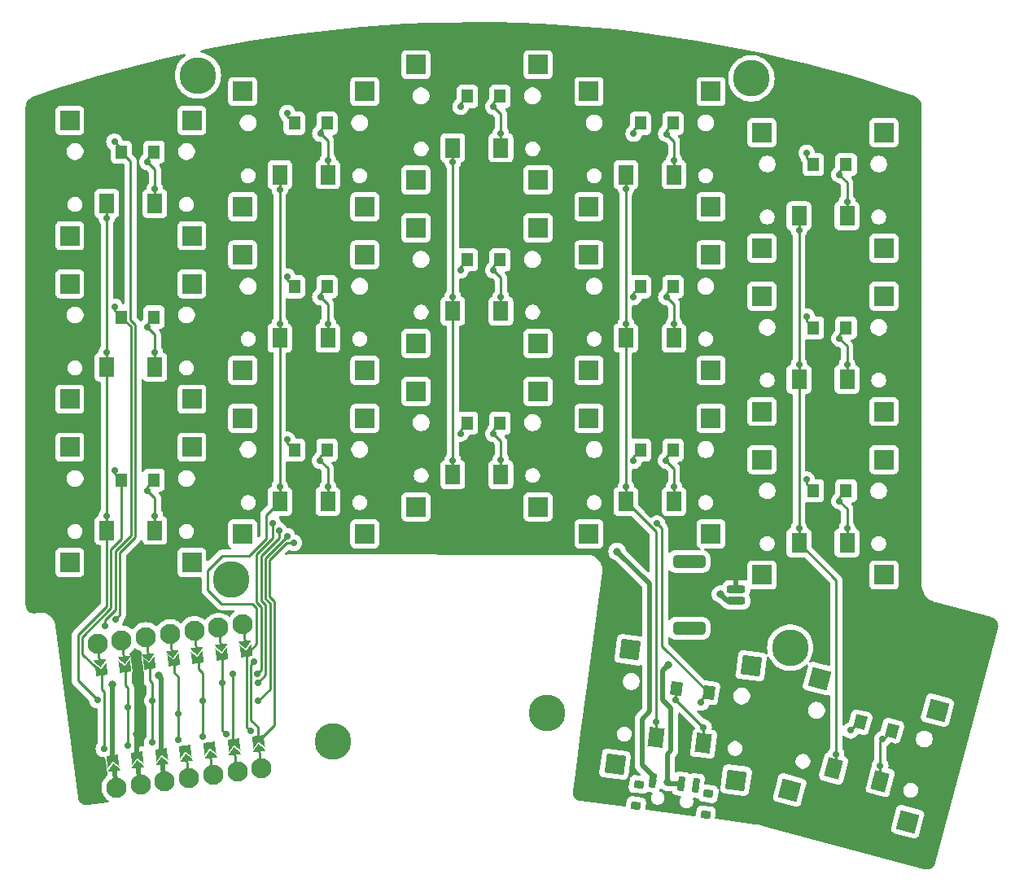
<source format=gtl>
G04 #@! TF.GenerationSoftware,KiCad,Pcbnew,8.0.2-1*
G04 #@! TF.CreationDate,2024-07-14T12:39:06+08:00*
G04 #@! TF.ProjectId,Kretstr_d_v2_PG1316,4b726574-7374-472e-9464-5f76325f5047,rev?*
G04 #@! TF.SameCoordinates,Original*
G04 #@! TF.FileFunction,Copper,L1,Top*
G04 #@! TF.FilePolarity,Positive*
%FSLAX46Y46*%
G04 Gerber Fmt 4.6, Leading zero omitted, Abs format (unit mm)*
G04 Created by KiCad (PCBNEW 8.0.2-1) date 2024-07-14 12:39:06*
%MOMM*%
%LPD*%
G01*
G04 APERTURE LIST*
G04 Aperture macros list*
%AMRoundRect*
0 Rectangle with rounded corners*
0 $1 Rounding radius*
0 $2 $3 $4 $5 $6 $7 $8 $9 X,Y pos of 4 corners*
0 Add a 4 corners polygon primitive as box body*
4,1,4,$2,$3,$4,$5,$6,$7,$8,$9,$2,$3,0*
0 Add four circle primitives for the rounded corners*
1,1,$1+$1,$2,$3*
1,1,$1+$1,$4,$5*
1,1,$1+$1,$6,$7*
1,1,$1+$1,$8,$9*
0 Add four rect primitives between the rounded corners*
20,1,$1+$1,$2,$3,$4,$5,0*
20,1,$1+$1,$4,$5,$6,$7,0*
20,1,$1+$1,$6,$7,$8,$9,0*
20,1,$1+$1,$8,$9,$2,$3,0*%
%AMRotRect*
0 Rectangle, with rotation*
0 The origin of the aperture is its center*
0 $1 length*
0 $2 width*
0 $3 Rotation angle, in degrees counterclockwise*
0 Add horizontal line*
21,1,$1,$2,0,0,$3*%
%AMFreePoly0*
4,1,5,0.254000,-0.625000,-0.254000,-0.625000,-0.254000,0.625000,0.254000,0.625000,0.254000,-0.625000,0.254000,-0.625000,$1*%
%AMFreePoly1*
4,1,5,0.125000,-0.750000,-0.125000,-0.750000,-0.125000,0.750000,0.125000,0.750000,0.125000,-0.750000,0.125000,-0.750000,$1*%
%AMFreePoly2*
4,1,6,0.600000,0.200000,0.000000,-0.400000,-0.600000,0.200000,-0.600000,0.400000,0.600000,0.400000,0.600000,0.200000,0.600000,0.200000,$1*%
%AMFreePoly3*
4,1,6,0.599999,-0.250000,-0.600000,-0.250000,-0.600000,1.000000,0.000000,0.400000,0.600000,1.000000,0.599999,-0.250000,0.599999,-0.250000,$1*%
G04 Aperture macros list end*
G04 #@! TA.AperFunction,SMDPad,CuDef*
%ADD10R,1.200000X1.400000*%
G04 #@! TD*
G04 #@! TA.AperFunction,SMDPad,CuDef*
%ADD11R,2.000000X2.000000*%
G04 #@! TD*
G04 #@! TA.AperFunction,SMDPad,CuDef*
%ADD12R,1.550000X2.000000*%
G04 #@! TD*
G04 #@! TA.AperFunction,ComponentPad*
%ADD13C,3.800000*%
G04 #@! TD*
G04 #@! TA.AperFunction,SMDPad,CuDef*
%ADD14RotRect,1.000000X0.800000X352.500000*%
G04 #@! TD*
G04 #@! TA.AperFunction,SMDPad,CuDef*
%ADD15RotRect,0.700000X1.500000X352.500000*%
G04 #@! TD*
G04 #@! TA.AperFunction,SMDPad,CuDef*
%ADD16RotRect,1.200000X1.400000X172.500000*%
G04 #@! TD*
G04 #@! TA.AperFunction,SMDPad,CuDef*
%ADD17RotRect,1.200000X1.400000X345.000000*%
G04 #@! TD*
G04 #@! TA.AperFunction,ComponentPad*
%ADD18C,2.100000*%
G04 #@! TD*
G04 #@! TA.AperFunction,SMDPad,CuDef*
%ADD19FreePoly0,187.500000*%
G04 #@! TD*
G04 #@! TA.AperFunction,SMDPad,CuDef*
%ADD20FreePoly1,187.500000*%
G04 #@! TD*
G04 #@! TA.AperFunction,SMDPad,CuDef*
%ADD21FreePoly2,187.500000*%
G04 #@! TD*
G04 #@! TA.AperFunction,SMDPad,CuDef*
%ADD22FreePoly2,7.500000*%
G04 #@! TD*
G04 #@! TA.AperFunction,SMDPad,CuDef*
%ADD23FreePoly1,7.500000*%
G04 #@! TD*
G04 #@! TA.AperFunction,SMDPad,CuDef*
%ADD24FreePoly3,7.500000*%
G04 #@! TD*
G04 #@! TA.AperFunction,SMDPad,CuDef*
%ADD25FreePoly3,187.500000*%
G04 #@! TD*
G04 #@! TA.AperFunction,SMDPad,CuDef*
%ADD26RoundRect,0.200000X-0.750000X0.200000X-0.750000X-0.200000X0.750000X-0.200000X0.750000X0.200000X0*%
G04 #@! TD*
G04 #@! TA.AperFunction,SMDPad,CuDef*
%ADD27RoundRect,0.250000X-1.425000X0.400000X-1.425000X-0.400000X1.425000X-0.400000X1.425000X0.400000X0*%
G04 #@! TD*
G04 #@! TA.AperFunction,SMDPad,CuDef*
%ADD28RotRect,2.000000X2.000000X345.000000*%
G04 #@! TD*
G04 #@! TA.AperFunction,SMDPad,CuDef*
%ADD29RotRect,1.550000X2.000000X345.000000*%
G04 #@! TD*
G04 #@! TA.AperFunction,SMDPad,CuDef*
%ADD30RotRect,2.000000X2.000000X352.500000*%
G04 #@! TD*
G04 #@! TA.AperFunction,SMDPad,CuDef*
%ADD31RotRect,1.550000X2.000000X352.500000*%
G04 #@! TD*
G04 #@! TA.AperFunction,ViaPad*
%ADD32C,0.700000*%
G04 #@! TD*
G04 #@! TA.AperFunction,ViaPad*
%ADD33C,0.800000*%
G04 #@! TD*
G04 #@! TA.AperFunction,Conductor*
%ADD34C,0.250000*%
G04 #@! TD*
G04 #@! TA.AperFunction,Conductor*
%ADD35C,0.500000*%
G04 #@! TD*
G04 APERTURE END LIST*
D10*
X161353990Y-79798281D03*
X164753990Y-79798281D03*
D11*
X101996339Y-101208630D03*
X101996390Y-89208630D03*
X114696339Y-101208630D03*
X114696390Y-89208630D03*
D12*
X105846390Y-97858681D03*
X110846390Y-97858681D03*
D10*
X125354190Y-72708281D03*
X128754190Y-72708281D03*
D13*
X100822190Y-105995881D03*
D10*
X89356990Y-78665481D03*
X92756990Y-78665481D03*
D11*
X119996139Y-81408630D03*
X119996190Y-69408630D03*
X132696139Y-81408630D03*
X132696190Y-69408630D03*
D12*
X123846190Y-78058681D03*
X128846190Y-78058681D03*
D11*
X101996339Y-84208630D03*
X101996390Y-72208630D03*
X114696339Y-84208630D03*
X114696390Y-72208630D03*
D12*
X105846390Y-80858681D03*
X110846390Y-80858681D03*
D11*
X119996139Y-98408630D03*
X119996190Y-86408630D03*
X132696139Y-98408630D03*
X132696190Y-86408630D03*
D12*
X123846190Y-95058681D03*
X128846190Y-95058681D03*
D10*
X107354190Y-92508281D03*
X110754190Y-92508281D03*
X107354190Y-75508281D03*
X110754190Y-75508281D03*
D14*
X142889163Y-129492426D03*
X143177627Y-127301333D03*
X150415174Y-128254174D03*
X150126711Y-130445267D03*
D15*
X144650491Y-126839631D03*
X147624826Y-127231209D03*
X149111993Y-127426999D03*
D11*
X101996339Y-67208630D03*
X101996390Y-55208630D03*
X114696339Y-67208630D03*
X114696390Y-55208630D03*
D12*
X105846390Y-63858681D03*
X110846390Y-63858681D03*
D10*
X143353990Y-75508281D03*
X146753990Y-75508281D03*
D11*
X83996539Y-104208430D03*
X83996590Y-92208430D03*
X96696539Y-104208430D03*
X96696590Y-92208430D03*
D12*
X87846590Y-100858481D03*
X92846590Y-100858481D03*
D11*
X137995939Y-67208430D03*
X137995990Y-55208430D03*
X150695939Y-67208430D03*
X150695990Y-55208430D03*
D12*
X141845990Y-63858481D03*
X146845990Y-63858481D03*
D10*
X161353990Y-62798281D03*
X164753990Y-62798281D03*
D13*
X158937390Y-113057081D03*
D16*
X150453790Y-117730681D03*
X147082878Y-117286889D03*
D11*
X119996139Y-64408630D03*
X119996190Y-52408630D03*
X132696139Y-64408630D03*
X132696190Y-52408630D03*
D12*
X123846190Y-61058681D03*
X128846190Y-61058681D03*
D17*
X166219642Y-120813097D03*
X169503790Y-121693081D03*
D10*
X89356990Y-95632681D03*
X92756990Y-95632681D03*
D11*
X137995939Y-101208630D03*
X137995990Y-89208630D03*
X150695939Y-101208630D03*
X150695990Y-89208630D03*
D12*
X141845990Y-97858681D03*
X146845990Y-97858681D03*
D11*
X137995939Y-84208630D03*
X137995990Y-72208630D03*
X150695939Y-84208630D03*
X150695990Y-72208630D03*
D12*
X141845990Y-80858681D03*
X146845990Y-80858681D03*
D18*
X88850169Y-127608944D03*
X91368439Y-127277407D03*
X93886709Y-126945871D03*
X96404979Y-126614334D03*
X98923249Y-126282798D03*
X101441518Y-125951261D03*
X103959788Y-125619725D03*
D19*
X88659235Y-126158658D03*
X91177505Y-125827122D03*
X93695775Y-125495585D03*
D20*
X98713467Y-124689349D03*
X96195197Y-125020884D03*
X101231737Y-124357811D03*
X103750007Y-124026274D03*
D21*
X98647160Y-124185697D03*
X88574080Y-125511840D03*
X91092350Y-125180303D03*
X93610620Y-124848767D03*
X96128890Y-124517230D03*
X101165429Y-123854157D03*
X103683699Y-123522617D03*
D22*
X99744365Y-113060099D03*
X87153015Y-114717781D03*
X89671285Y-114386245D03*
X92189555Y-114054708D03*
X94707825Y-113723172D03*
X97226095Y-113391635D03*
X102262635Y-112728562D03*
D23*
X87086708Y-114214127D03*
X89604978Y-113882591D03*
X92123248Y-113551054D03*
X94641517Y-113219518D03*
X97159787Y-112887981D03*
X99678057Y-112556445D03*
X102196327Y-112224908D03*
D18*
X96951964Y-111309404D03*
X86878884Y-112635549D03*
X89397154Y-112304012D03*
X91915424Y-111972476D03*
X94433694Y-111640939D03*
X99470234Y-110977866D03*
X101988507Y-110646329D03*
D24*
X87285630Y-115725089D03*
X89803900Y-115393553D03*
X92322169Y-115062016D03*
X94840439Y-114730480D03*
X97358709Y-114398943D03*
X99876979Y-114067405D03*
X102395249Y-113735870D03*
D25*
X103551085Y-122515312D03*
X101032815Y-122846849D03*
X98514545Y-123178386D03*
X95996275Y-123509922D03*
X93478005Y-123841459D03*
X90959735Y-124172995D03*
X88441465Y-124504532D03*
D13*
X97332800Y-53543200D03*
D10*
X107354190Y-58509081D03*
X110754190Y-58509081D03*
D11*
X83996539Y-87208430D03*
X83996590Y-75208430D03*
X96696539Y-87208430D03*
X96696590Y-75208430D03*
D12*
X87846590Y-83858481D03*
X92846590Y-83858481D03*
D10*
X125354190Y-89708281D03*
X128754190Y-89708281D03*
D11*
X83996539Y-70208630D03*
X83996590Y-58208630D03*
X96696539Y-70208630D03*
X96696590Y-58208630D03*
D12*
X87846590Y-66858681D03*
X92846590Y-66858681D03*
D10*
X125354190Y-55709081D03*
X128754190Y-55709081D03*
D26*
X153309390Y-106945681D03*
X153309390Y-108195681D03*
D27*
X148434390Y-104095681D03*
X148434390Y-111045681D03*
D11*
X155995739Y-105498230D03*
X155995790Y-93498230D03*
X168695739Y-105498230D03*
X168695790Y-93498230D03*
D12*
X159845790Y-102148281D03*
X164845790Y-102148281D03*
D13*
X154894000Y-53848000D03*
D28*
X158882395Y-127877059D03*
X161988272Y-116285962D03*
X171149653Y-131164059D03*
X174255530Y-119572964D03*
D29*
X163468289Y-125637723D03*
X168297918Y-126931818D03*
D13*
X133604000Y-119888000D03*
D30*
X140714857Y-125185068D03*
X142281222Y-113287736D03*
X153306207Y-126842750D03*
X154872572Y-114945419D03*
D31*
X144969226Y-122366310D03*
X149926451Y-123018941D03*
D10*
X143353990Y-58508081D03*
X146753990Y-58508081D03*
X143353990Y-92508281D03*
X146753990Y-92508281D03*
D13*
X111363786Y-122815980D03*
D10*
X161353990Y-96742281D03*
X164753990Y-96742281D03*
X89356990Y-61509081D03*
X92756990Y-61509081D03*
D11*
X155995739Y-71498230D03*
X155995790Y-59498230D03*
X168695739Y-71498230D03*
X168695790Y-59498230D03*
D12*
X159845790Y-68148281D03*
X164845790Y-68148281D03*
D11*
X155995739Y-88498230D03*
X155995790Y-76498230D03*
X168695739Y-88498230D03*
X168695790Y-76498230D03*
D12*
X159845790Y-85148281D03*
X164845790Y-85148281D03*
D32*
X88642890Y-60440981D03*
X160639190Y-61596681D03*
X124647390Y-56770681D03*
X88753284Y-110081375D03*
X142655990Y-59590081D03*
X90060235Y-123273495D03*
X106638790Y-57431081D03*
X90059735Y-119254681D03*
X92846590Y-65355881D03*
X92059190Y-62536481D03*
X142655990Y-76582681D03*
X106638790Y-74449081D03*
X87672388Y-110803879D03*
X88655590Y-77598681D03*
X124647390Y-73788681D03*
X92578505Y-122936000D03*
X160639190Y-78614681D03*
X92578005Y-118579881D03*
X110067790Y-59564681D03*
X110846390Y-62358681D03*
X124647390Y-90781281D03*
X88655590Y-94591281D03*
X160613790Y-95581881D03*
X106638790Y-91441681D03*
X142655990Y-93600681D03*
X87541965Y-123605032D03*
X128071088Y-56775983D03*
X128846190Y-59564681D03*
X103174800Y-114515421D03*
X107299190Y-102149481D03*
X149666390Y-118772081D03*
X145089088Y-100159183D03*
X165236590Y-121667681D03*
X146845990Y-62358681D03*
X146059590Y-59615481D03*
X164845790Y-66651281D03*
X164042790Y-63857281D03*
X92059190Y-79732281D03*
X92846590Y-82348481D03*
X110067790Y-76582681D03*
X110846390Y-79351281D03*
X128846190Y-76557281D03*
X128050990Y-73788681D03*
X146059590Y-76582681D03*
X146845990Y-79376681D03*
X164068190Y-80900681D03*
X164845790Y-83643881D03*
X92846590Y-99341081D03*
X92059190Y-96699481D03*
X110042390Y-93600681D03*
X110846390Y-96343881D03*
X128846190Y-93549881D03*
X128050990Y-90806681D03*
X146845990Y-96358481D03*
X146034190Y-93600681D03*
X164845790Y-100661881D03*
X164068190Y-97817081D03*
X149926451Y-121343542D03*
X147050190Y-118467281D03*
X168538590Y-122582081D03*
X168297918Y-125325281D03*
D33*
X90932000Y-122047000D03*
X90959735Y-116549388D03*
X91170190Y-109678881D03*
X93218000Y-115951000D03*
D32*
X95250000Y-122682000D03*
X87846590Y-99341081D03*
X87846590Y-82348481D03*
X86864182Y-118495464D03*
X87846590Y-68378481D03*
X95250000Y-119965881D03*
X105846390Y-96343881D03*
X105846390Y-79351281D03*
X105846390Y-65381281D03*
X102785887Y-121750113D03*
X123846190Y-93575281D03*
X103530371Y-115784500D03*
X123846190Y-76557281D03*
X123846190Y-62536481D03*
X105115190Y-100103081D03*
X100998573Y-115784500D03*
X141845990Y-65355881D03*
X141845990Y-96343881D03*
X100281483Y-122095517D03*
X141845990Y-79351281D03*
X99876979Y-116689281D03*
X105790190Y-100897374D03*
X103589393Y-116687884D03*
X144969226Y-120778681D03*
X106603832Y-101474481D03*
X97790000Y-122301000D03*
X159845790Y-83643881D03*
X159845790Y-69648481D03*
X97790000Y-118579881D03*
X159845790Y-100661881D03*
X103590790Y-118579881D03*
X163712590Y-124131481D03*
D33*
X146137659Y-127035420D03*
X146250926Y-114872345D03*
X151672990Y-107494481D03*
X88441465Y-116917881D03*
X140928790Y-103049481D03*
X144650491Y-126839631D03*
D34*
X106638790Y-57431081D02*
X106638790Y-57793681D01*
X124647390Y-56415881D02*
X125354190Y-55709081D01*
X88753284Y-110081375D02*
X89196590Y-109638069D01*
X89356990Y-61155081D02*
X89356990Y-61509081D01*
X90059735Y-123272995D02*
X90060235Y-123273495D01*
X124647390Y-56770681D02*
X124647390Y-56415881D01*
X90059735Y-119254681D02*
X90060235Y-119254181D01*
X160639190Y-62083481D02*
X161353990Y-62798281D01*
X142655990Y-59590081D02*
X142655990Y-59206081D01*
X90060235Y-117235541D02*
X89790347Y-116965653D01*
X90317590Y-78990685D02*
X90317590Y-62469681D01*
X88642890Y-60440981D02*
X89356990Y-61155081D01*
X90807390Y-79480485D02*
X90317590Y-78990685D01*
X90059735Y-119254681D02*
X90059735Y-123272995D01*
X90317590Y-62469681D02*
X89356990Y-61509081D01*
X89790347Y-115407106D02*
X89803900Y-115393553D01*
X160639190Y-61596681D02*
X160639190Y-62083481D01*
X142655990Y-59206081D02*
X143353990Y-58508081D01*
X90807390Y-101595473D02*
X90807390Y-79480485D01*
X106638790Y-57793681D02*
X107354190Y-58509081D01*
X90060235Y-119254181D02*
X90060235Y-117235541D01*
X89196590Y-103206273D02*
X90807390Y-101595473D01*
X89790347Y-116965653D02*
X89790347Y-115407106D01*
X89196590Y-109638069D02*
X89196590Y-103206273D01*
X92846590Y-63323881D02*
X92846590Y-65355881D01*
X92846590Y-66858681D02*
X92846590Y-65355881D01*
X92059190Y-62536481D02*
X92059190Y-62206881D01*
X92059190Y-62536481D02*
X92846590Y-63323881D01*
X92059190Y-62206881D02*
X92756990Y-61509081D01*
X142655990Y-76582681D02*
X142655990Y-76206281D01*
X124647390Y-73415081D02*
X125354190Y-72708281D01*
X90357390Y-79666881D02*
X89355990Y-78665481D01*
X160639190Y-78614681D02*
X160639190Y-79083481D01*
X92322169Y-116502969D02*
X92322169Y-115062016D01*
X160639190Y-79083481D02*
X161353990Y-79798281D01*
X92578005Y-116759805D02*
X92578505Y-116759305D01*
X88746590Y-103019877D02*
X90357390Y-101409077D01*
X106638790Y-74449081D02*
X106638790Y-74792881D01*
X92578505Y-116759305D02*
X92322169Y-116502969D01*
X106638790Y-74792881D02*
X107354190Y-75508281D01*
X142655990Y-76206281D02*
X143353990Y-75508281D01*
X88655590Y-77964081D02*
X89356990Y-78665481D01*
X124647390Y-73788681D02*
X124647390Y-73415081D01*
X92578505Y-118580381D02*
X92578505Y-122936000D01*
X87672388Y-110207675D02*
X88746590Y-109133473D01*
X87672388Y-110803879D02*
X87672388Y-110207675D01*
X88746590Y-109133473D02*
X88746590Y-103019877D01*
X88655590Y-77598681D02*
X88655590Y-77964081D01*
X92578005Y-118579881D02*
X92578505Y-118580381D01*
X92578005Y-118579881D02*
X92578005Y-116759805D01*
X90357390Y-101409077D02*
X90357390Y-79666881D01*
X110067790Y-59564681D02*
X110067790Y-59195481D01*
X110846390Y-60343281D02*
X110067790Y-59564681D01*
X110067790Y-59195481D02*
X110754190Y-58509081D01*
X110846390Y-63858681D02*
X110846390Y-62358681D01*
X110846390Y-62358681D02*
X110846390Y-60343281D01*
X88296590Y-102833481D02*
X89355990Y-101774081D01*
X160613790Y-96002081D02*
X161353990Y-96742281D01*
X85295590Y-113735049D02*
X85295590Y-111948077D01*
X87541965Y-117633056D02*
X87285630Y-117376721D01*
X87285630Y-115725089D02*
X85295590Y-113735049D01*
X160613790Y-95581881D02*
X160613790Y-96002081D01*
X88296590Y-108947077D02*
X88296590Y-102833481D01*
X89355990Y-101774081D02*
X89355990Y-95632681D01*
X88655590Y-94931281D02*
X89356990Y-95632681D01*
X142655990Y-93600681D02*
X142655990Y-93206281D01*
X87541965Y-123605032D02*
X87541965Y-117633056D01*
X88655590Y-94591281D02*
X88655590Y-94931281D01*
X85295590Y-111948077D02*
X88296590Y-108947077D01*
X106638790Y-91792881D02*
X107354190Y-92508281D01*
X87285630Y-117376721D02*
X87285630Y-115725089D01*
X106638790Y-91441681D02*
X106638790Y-91792881D01*
X142655990Y-93206281D02*
X143353990Y-92508281D01*
X124647390Y-90781281D02*
X124647390Y-90415081D01*
X124647390Y-90415081D02*
X125354190Y-89708281D01*
X128846190Y-59564681D02*
X128846190Y-57551085D01*
X128071088Y-56775983D02*
X128071088Y-56392183D01*
X128846190Y-61058681D02*
X128846190Y-59564681D01*
X128071088Y-56392183D02*
X128754190Y-55709081D01*
X128846190Y-55801081D02*
X128754190Y-55709081D01*
X128846190Y-57551085D02*
X128071088Y-56775983D01*
X102855371Y-120602062D02*
X103551085Y-121297776D01*
X145602390Y-112879281D02*
X150453790Y-117730681D01*
X149666390Y-118518081D02*
X150453790Y-117730681D01*
X103551085Y-121297776D02*
X103551085Y-122515312D01*
X145602390Y-100672485D02*
X145602390Y-112879281D01*
X166091174Y-120813097D02*
X166219642Y-120813097D01*
X145089088Y-100159183D02*
X145602390Y-100672485D01*
X103174800Y-114515421D02*
X102855371Y-114834850D01*
X165236590Y-121667681D02*
X166091174Y-120813097D01*
X149666390Y-118772081D02*
X149666390Y-118518081D01*
X102855371Y-114834850D02*
X102855371Y-120602062D01*
X146059590Y-59202481D02*
X146753990Y-58508081D01*
X146845990Y-60401881D02*
X146059590Y-59615481D01*
X146845990Y-62358681D02*
X146845990Y-60401881D01*
X146845990Y-63858481D02*
X146845990Y-62358681D01*
X146059590Y-59615481D02*
X146059590Y-59202481D01*
X164042790Y-63509481D02*
X164753990Y-62798281D01*
X164042790Y-63857281D02*
X164042790Y-63509481D01*
X164845790Y-64660281D02*
X164845790Y-66651281D01*
X164845790Y-66651281D02*
X164845790Y-68148281D01*
X164042790Y-63857281D02*
X164845790Y-64660281D01*
X92059190Y-79363281D02*
X92756990Y-78665481D01*
X92059190Y-79732281D02*
X92059190Y-79363281D01*
X92846590Y-82348481D02*
X92846590Y-80519681D01*
X92846590Y-80519681D02*
X92059190Y-79732281D01*
X92846590Y-83858481D02*
X92846590Y-82348481D01*
X110846390Y-79351281D02*
X110846390Y-77361281D01*
X110067790Y-76194681D02*
X110754190Y-75508281D01*
X110846390Y-80858681D02*
X110846390Y-79351281D01*
X110846390Y-77361281D02*
X110067790Y-76582681D01*
X110067790Y-76582681D02*
X110067790Y-76194681D01*
X128846190Y-76557281D02*
X128846190Y-74583881D01*
X128846190Y-72800281D02*
X128754190Y-72708281D01*
X128846190Y-78058681D02*
X128846190Y-76557281D01*
X128050990Y-73411481D02*
X128754190Y-72708281D01*
X128050990Y-73788681D02*
X128050990Y-73411481D01*
X128846190Y-74583881D02*
X128050990Y-73788681D01*
X146845990Y-77369081D02*
X146059590Y-76582681D01*
X146845990Y-80858681D02*
X146845990Y-79376681D01*
X146059590Y-76202681D02*
X146753990Y-75508281D01*
X146845990Y-79376681D02*
X146845990Y-77369081D01*
X146059590Y-76582681D02*
X146059590Y-76202681D01*
X164845790Y-81678281D02*
X164845790Y-83643881D01*
X164068190Y-80484081D02*
X164753990Y-79798281D01*
X164068190Y-80900681D02*
X164068190Y-80484081D01*
X164845790Y-83643881D02*
X164845790Y-85148281D01*
X164068190Y-80900681D02*
X164845790Y-81678281D01*
X92059190Y-96330481D02*
X92756990Y-95632681D01*
X92059190Y-96699481D02*
X92059190Y-96330481D01*
X92846590Y-99341081D02*
X92846590Y-97486881D01*
X92846590Y-100858481D02*
X92846590Y-99341081D01*
X92846590Y-97486881D02*
X92059190Y-96699481D01*
X110042390Y-93600681D02*
X110042390Y-93220081D01*
X110846390Y-96343881D02*
X110846390Y-94404681D01*
X110846390Y-97858681D02*
X110846390Y-96343881D01*
X110042390Y-93220081D02*
X110754190Y-92508281D01*
X110846390Y-94404681D02*
X110042390Y-93600681D01*
X128050990Y-90806681D02*
X128050990Y-90411481D01*
X128846190Y-93549881D02*
X128846190Y-91601881D01*
X128846190Y-89800281D02*
X128754190Y-89708281D01*
X128846190Y-91601881D02*
X128050990Y-90806681D01*
X128050990Y-90411481D02*
X128754190Y-89708281D01*
X128846190Y-95058681D02*
X128846190Y-93549881D01*
X146845990Y-97858681D02*
X146845990Y-94412481D01*
X146845990Y-94412481D02*
X146034190Y-93600681D01*
X146034190Y-93600681D02*
X146034190Y-93228081D01*
X146034190Y-93228081D02*
X146753990Y-92508281D01*
X164068190Y-97428081D02*
X164753990Y-96742281D01*
X164068190Y-97817081D02*
X164068190Y-97428081D01*
X164845790Y-100661881D02*
X164845790Y-98594681D01*
X164845790Y-102148281D02*
X164845790Y-100661881D01*
X164845790Y-98594681D02*
X164068190Y-97817081D01*
X147050190Y-117319577D02*
X147082878Y-117286889D01*
X149926451Y-121343542D02*
X147050190Y-118467281D01*
X147050190Y-118467281D02*
X147050190Y-117319577D01*
X149926451Y-123018941D02*
X149926451Y-121343542D01*
X168297918Y-122822753D02*
X168538590Y-122582081D01*
X168614790Y-122582081D02*
X169503790Y-121693081D01*
X168297918Y-126931818D02*
X168297918Y-125325281D01*
X168538590Y-122582081D02*
X168614790Y-122582081D01*
X168297918Y-125325281D02*
X168297918Y-122822753D01*
D35*
X90959735Y-116549388D02*
X90959735Y-124172995D01*
X93218000Y-115951000D02*
X93478005Y-116211005D01*
X93478005Y-116211005D02*
X93478005Y-123841459D01*
D34*
X95250000Y-119965881D02*
X95250000Y-116078000D01*
X87846590Y-68378481D02*
X87846590Y-82348481D01*
X94869000Y-114759041D02*
X94840439Y-114730480D01*
X95250000Y-116078000D02*
X94869000Y-115697000D01*
X94869000Y-115697000D02*
X94869000Y-114759041D01*
X87846590Y-82348481D02*
X87846590Y-83858481D01*
X84845590Y-111761681D02*
X87846590Y-108760681D01*
X87846590Y-83858481D02*
X87846590Y-99341081D01*
X87846590Y-99341081D02*
X87846590Y-100858481D01*
X84845590Y-116476872D02*
X84845590Y-111761681D01*
X95250000Y-122682000D02*
X95250000Y-119965881D01*
X87846590Y-66858681D02*
X87846590Y-68378481D01*
X87846590Y-108760681D02*
X87846590Y-100858481D01*
X86864182Y-118495464D02*
X84845590Y-116476872D01*
X105846390Y-65381281D02*
X105846390Y-79351281D01*
X102785887Y-121750113D02*
X102395249Y-121359475D01*
X105846390Y-63858681D02*
X105846390Y-65381281D01*
X105846390Y-79351281D02*
X105846390Y-80858681D01*
X105846390Y-80858681D02*
X105846390Y-96343881D01*
X105846390Y-97858681D02*
X105846390Y-96343881D01*
X102395249Y-121359475D02*
X102395249Y-113735870D01*
X123846190Y-62536481D02*
X123846190Y-76557281D01*
X100998573Y-122812607D02*
X101032815Y-122846849D01*
X123846190Y-76557281D02*
X123846190Y-78058681D01*
X123846190Y-93575281D02*
X123846190Y-95058681D01*
X123846190Y-61058681D02*
X123846190Y-62536481D01*
X123846190Y-78058681D02*
X123846190Y-93575281D01*
X100998573Y-115784500D02*
X100998573Y-122812607D01*
X141845990Y-65355881D02*
X141845990Y-79351281D01*
X99876979Y-116689281D02*
X99876979Y-114067406D01*
X99876979Y-121691013D02*
X100281483Y-122095517D01*
X141845990Y-63858481D02*
X141845990Y-65355881D01*
X99876979Y-121691013D02*
X99876979Y-116689281D01*
X141845990Y-96343881D02*
X141845990Y-97858681D01*
X144969226Y-100993917D02*
X144969226Y-120778681D01*
X144969226Y-120778681D02*
X144969226Y-122366310D01*
X141845990Y-97870681D02*
X144969226Y-100993917D01*
X141845990Y-79351281D02*
X141845990Y-80858681D01*
X141845990Y-80858681D02*
X141845990Y-96343881D01*
X163712590Y-106015081D02*
X159845790Y-102148281D01*
X97790000Y-118579881D02*
X97790000Y-115697000D01*
X159845790Y-69648481D02*
X159845790Y-83643881D01*
X159845790Y-83643881D02*
X159845790Y-85148281D01*
X163468289Y-125637723D02*
X163712590Y-125393422D01*
X159845790Y-68148281D02*
X159845790Y-69648481D01*
X97790000Y-115697000D02*
X97409000Y-115316000D01*
X159845790Y-85148281D02*
X159845790Y-100661881D01*
X97409000Y-114449234D02*
X97358709Y-114398943D01*
X163712590Y-124131481D02*
X163712590Y-106015081D01*
X159845790Y-100661881D02*
X159845790Y-102148281D01*
X163712590Y-125393422D02*
X163712590Y-124131481D01*
X97409000Y-115316000D02*
X97409000Y-114449234D01*
X97790000Y-122301000D02*
X97790000Y-118579881D01*
D35*
X146250926Y-114872345D02*
X145644226Y-115479045D01*
X146544201Y-123748470D02*
X146137659Y-124155012D01*
X146137659Y-124155012D02*
X146137659Y-127035420D01*
X145644226Y-115479045D02*
X145644226Y-118458317D01*
X145644226Y-118458317D02*
X146544201Y-119358292D01*
X146544201Y-119358292D02*
X146544201Y-123748470D01*
X151672990Y-107494481D02*
X152374190Y-108195681D01*
X146333448Y-127231209D02*
X146137659Y-127035420D01*
X147624826Y-127097970D02*
X147624826Y-127231209D01*
X147624826Y-127231209D02*
X146333448Y-127231209D01*
X152374190Y-108195681D02*
X153609390Y-108195681D01*
X144650491Y-126405382D02*
X144650491Y-126839631D01*
X144294226Y-106414917D02*
X144294226Y-119724645D01*
X144294226Y-119724645D02*
X143520330Y-120498541D01*
X143520330Y-120498541D02*
X143520330Y-125275221D01*
X143520330Y-125275221D02*
X144650491Y-126405382D01*
X140928790Y-103049481D02*
X144294226Y-106414917D01*
X88441465Y-116917881D02*
X88441465Y-124504532D01*
D34*
X105846390Y-97858681D02*
X104440190Y-99264881D01*
X104440190Y-101709967D02*
X102643476Y-103506681D01*
X103438390Y-112692729D02*
X102395249Y-113735870D01*
X103438390Y-108969077D02*
X103438390Y-112692729D01*
X104440190Y-99264881D02*
X104440190Y-101709967D01*
X102988390Y-108519077D02*
X103438390Y-108969077D01*
X99814786Y-108519077D02*
X102988390Y-108519077D01*
X99831590Y-103506681D02*
X98332990Y-105005281D01*
X102643476Y-103506681D02*
X99831590Y-103506681D01*
X98332990Y-107037281D02*
X99814786Y-108519077D01*
X98332990Y-105005281D02*
X98332990Y-107037281D01*
X103438390Y-103348163D02*
X103438390Y-108332681D01*
X103913790Y-115401081D02*
X103530371Y-115784500D01*
X105115190Y-101671363D02*
X103438390Y-103348163D01*
X103438390Y-108332681D02*
X103913790Y-108808081D01*
X103913790Y-108808081D02*
X103913790Y-115401081D01*
X105115190Y-100103081D02*
X105115190Y-101671363D01*
X105790190Y-100897374D02*
X105790190Y-101632759D01*
X103888390Y-103534559D02*
X103888390Y-108146285D01*
X104363790Y-108621685D02*
X104363790Y-115913487D01*
X105790190Y-101632759D02*
X103888390Y-103534559D01*
X103888390Y-108146285D02*
X104363790Y-108621685D01*
X104363790Y-115913487D02*
X103589393Y-116687884D01*
X106603832Y-101474481D02*
X104338390Y-103739923D01*
X104338390Y-103739923D02*
X104338390Y-107959889D01*
X104338390Y-107959889D02*
X104813790Y-108435289D01*
X104813790Y-117356881D02*
X103590790Y-118579881D01*
X104813790Y-108435289D02*
X104813790Y-117356881D01*
X104788390Y-107773493D02*
X105263790Y-108248893D01*
X106565228Y-102149481D02*
X104788390Y-103926319D01*
X105263790Y-108248893D02*
X105263790Y-121163081D01*
X107299190Y-102149481D02*
X106565228Y-102149481D01*
X104788390Y-103926319D02*
X104788390Y-107773493D01*
X105263790Y-121163081D02*
X103911559Y-122515312D01*
X103911559Y-122515312D02*
X103551085Y-122515312D01*
G04 #@! TA.AperFunction,Conductor*
G36*
X128330225Y-48013739D02*
G01*
X128332275Y-48013771D01*
X130656222Y-48069751D01*
X130658160Y-48069813D01*
X132981031Y-48164390D01*
X132982960Y-48164485D01*
X135303762Y-48297620D01*
X135305828Y-48297755D01*
X137624141Y-48469420D01*
X137626097Y-48469582D01*
X139941235Y-48679727D01*
X139943195Y-48679921D01*
X142254594Y-48928497D01*
X142256528Y-48928721D01*
X144563513Y-49215657D01*
X144565410Y-49215909D01*
X146867236Y-49541111D01*
X146869190Y-49541404D01*
X149165239Y-49904783D01*
X149167270Y-49905122D01*
X151457023Y-50306595D01*
X151458952Y-50306950D01*
X153741661Y-50746387D01*
X153743637Y-50746784D01*
X156018835Y-51224096D01*
X156020721Y-51224508D01*
X158042105Y-51683750D01*
X158287611Y-51739527D01*
X158289644Y-51740007D01*
X160547597Y-52292588D01*
X160549531Y-52293078D01*
X162798135Y-52883122D01*
X162799949Y-52883614D01*
X165038424Y-53510917D01*
X165040329Y-53511468D01*
X167214201Y-54159797D01*
X167268011Y-54175845D01*
X167270012Y-54176460D01*
X169486280Y-54877721D01*
X169488270Y-54878369D01*
X171630016Y-55595396D01*
X171643669Y-55601757D01*
X171643844Y-55601364D01*
X171651387Y-55604716D01*
X171651392Y-55604717D01*
X171651395Y-55604719D01*
X171701362Y-55619481D01*
X171706604Y-55621156D01*
X171724829Y-55627426D01*
X171729130Y-55628996D01*
X171896711Y-55693604D01*
X171915009Y-55702412D01*
X171987653Y-55744912D01*
X172074699Y-55795838D01*
X172091347Y-55807475D01*
X172233940Y-55925339D01*
X172248503Y-55939500D01*
X172370311Y-56078753D01*
X172382408Y-56095070D01*
X172480254Y-56252079D01*
X172489572Y-56270127D01*
X172560918Y-56440816D01*
X172567216Y-56460128D01*
X172610208Y-56640073D01*
X172613320Y-56660145D01*
X172627250Y-56850244D01*
X172627583Y-56860402D01*
X172627102Y-56924139D01*
X172627612Y-56932383D01*
X172627612Y-106575680D01*
X172627615Y-106575729D01*
X172627615Y-106626658D01*
X172660129Y-106873641D01*
X172724610Y-107114295D01*
X172819946Y-107344457D01*
X172819954Y-107344473D01*
X172944507Y-107560207D01*
X172944510Y-107560212D01*
X172944512Y-107560214D01*
X173096173Y-107757863D01*
X173096177Y-107757867D01*
X173096182Y-107757873D01*
X173272325Y-107934016D01*
X173272330Y-107934020D01*
X173272336Y-107934026D01*
X173469985Y-108085687D01*
X173469988Y-108085689D01*
X173685734Y-108210250D01*
X173685743Y-108210255D01*
X173867606Y-108285583D01*
X173915907Y-108305590D01*
X173966437Y-108319128D01*
X173966447Y-108319132D01*
X173972578Y-108320774D01*
X173972579Y-108320775D01*
X173994909Y-108326758D01*
X173994914Y-108326761D01*
X173994915Y-108326760D01*
X174036229Y-108337829D01*
X174036229Y-108337830D01*
X174099876Y-108354884D01*
X179844032Y-109894024D01*
X179844034Y-109894025D01*
X179860053Y-109898317D01*
X179860054Y-109898318D01*
X179869645Y-109900888D01*
X179917715Y-109913769D01*
X179929486Y-109917551D01*
X180077113Y-109973113D01*
X180099267Y-109984038D01*
X180219771Y-110058973D01*
X180227928Y-110064045D01*
X180247524Y-110079081D01*
X180358107Y-110182654D01*
X180374393Y-110201226D01*
X180462645Y-110324384D01*
X180474995Y-110345775D01*
X180537521Y-110483775D01*
X180545461Y-110507165D01*
X180579863Y-110654718D01*
X180583087Y-110679207D01*
X180588043Y-110830639D01*
X180586427Y-110855287D01*
X180560692Y-111011144D01*
X180558081Y-111023230D01*
X180542688Y-111080672D01*
X180542689Y-111080673D01*
X174022667Y-135413729D01*
X174022666Y-135413732D01*
X174006250Y-135475000D01*
X174002468Y-135486772D01*
X173946903Y-135634412D01*
X173935978Y-135656565D01*
X173855972Y-135785229D01*
X173840935Y-135804826D01*
X173737364Y-135915409D01*
X173718794Y-135931695D01*
X173595634Y-136019951D01*
X173574243Y-136032300D01*
X173542927Y-136046490D01*
X173436240Y-136094830D01*
X173412851Y-136102769D01*
X173265291Y-136137176D01*
X173240801Y-136140401D01*
X173089368Y-136145358D01*
X173064720Y-136143742D01*
X172909219Y-136118067D01*
X172897136Y-136115457D01*
X172881542Y-136111279D01*
X172876161Y-136109837D01*
X172868249Y-136107717D01*
X172845540Y-136101631D01*
X172845490Y-136101618D01*
X156966010Y-131846726D01*
X169411760Y-131846726D01*
X169425660Y-131992281D01*
X169479851Y-132127644D01*
X169480006Y-132128030D01*
X169570395Y-132242969D01*
X169689504Y-132327787D01*
X169746318Y-132349751D01*
X171772131Y-132892566D01*
X171832316Y-132901951D01*
X171977876Y-132888051D01*
X172113624Y-132833706D01*
X172228563Y-132743317D01*
X172313381Y-132624208D01*
X172335345Y-132567394D01*
X172878160Y-130541581D01*
X172887545Y-130481396D01*
X172887123Y-130476981D01*
X172873645Y-130335836D01*
X172835870Y-130241478D01*
X172819300Y-130200088D01*
X172728911Y-130085149D01*
X172623922Y-130010386D01*
X172609801Y-130000330D01*
X172609798Y-130000329D01*
X172552995Y-129978369D01*
X172403273Y-129938251D01*
X170527175Y-129435552D01*
X170527171Y-129435551D01*
X170527170Y-129435551D01*
X170466984Y-129426166D01*
X170321430Y-129440066D01*
X170185686Y-129494410D01*
X170185682Y-129494412D01*
X170070743Y-129584800D01*
X169985924Y-129703910D01*
X169985923Y-129703913D01*
X169963963Y-129760716D01*
X169421145Y-131786541D01*
X169411760Y-131846726D01*
X156966010Y-131846726D01*
X155567994Y-131472129D01*
X155567994Y-131472127D01*
X155567983Y-131472126D01*
X155553942Y-131468362D01*
X155553930Y-131468360D01*
X155498226Y-131453434D01*
X155491508Y-131452550D01*
X155480685Y-131450641D01*
X155440891Y-131441817D01*
X155440871Y-131441813D01*
X155440869Y-131441813D01*
X155400624Y-131434715D01*
X155389908Y-131432339D01*
X155383382Y-131430590D01*
X155294109Y-131418837D01*
X155283492Y-131417439D01*
X155252742Y-131413390D01*
X155252739Y-131413390D01*
X155248653Y-131412852D01*
X155248644Y-131412851D01*
X151213553Y-130881621D01*
X151148626Y-130852899D01*
X151109534Y-130793633D01*
X151105077Y-130740253D01*
X151123291Y-130601904D01*
X151185142Y-130132103D01*
X151186592Y-130071208D01*
X151153812Y-129928707D01*
X151082212Y-129801214D01*
X150977594Y-129699057D01*
X150848433Y-129630511D01*
X150848432Y-129630510D01*
X150848431Y-129630510D01*
X150789239Y-129616151D01*
X150789232Y-129616149D01*
X149701343Y-129472927D01*
X149640458Y-129471477D01*
X149640453Y-129471478D01*
X149497958Y-129504256D01*
X149497952Y-129504258D01*
X149370459Y-129575859D01*
X149268308Y-129680469D01*
X149268305Y-129680473D01*
X149268304Y-129680475D01*
X149248203Y-129718351D01*
X149199757Y-129809637D01*
X149199757Y-129809638D01*
X149185398Y-129868829D01*
X149185396Y-129868836D01*
X149105333Y-130476981D01*
X149076611Y-130541908D01*
X149017345Y-130581000D01*
X148963965Y-130585457D01*
X143976005Y-129928780D01*
X143911078Y-129900058D01*
X143871986Y-129840792D01*
X143867529Y-129787412D01*
X143878522Y-129703913D01*
X143947594Y-129179262D01*
X143949044Y-129118367D01*
X143920210Y-128993021D01*
X143916265Y-128975870D01*
X143916263Y-128975864D01*
X143885919Y-128921833D01*
X143844664Y-128848373D01*
X143740046Y-128746216D01*
X143610885Y-128677670D01*
X143610884Y-128677669D01*
X143610883Y-128677669D01*
X143551691Y-128663310D01*
X143551684Y-128663308D01*
X142463795Y-128520086D01*
X142402910Y-128518636D01*
X142402905Y-128518637D01*
X142260410Y-128551415D01*
X142260404Y-128551417D01*
X142132911Y-128623018D01*
X142030760Y-128727628D01*
X142030757Y-128727632D01*
X142030756Y-128727634D01*
X142011344Y-128764212D01*
X141962209Y-128856796D01*
X141962209Y-128856797D01*
X141947850Y-128915988D01*
X141947848Y-128915995D01*
X141867785Y-129524140D01*
X141839063Y-129589067D01*
X141779797Y-129628159D01*
X141726417Y-129632616D01*
X137129031Y-129027359D01*
X137116867Y-129025146D01*
X136963241Y-128989327D01*
X136939851Y-128981387D01*
X136801842Y-128918857D01*
X136780451Y-128906508D01*
X136657286Y-128818252D01*
X136638715Y-128801966D01*
X136535135Y-128691377D01*
X136520099Y-128671782D01*
X136440084Y-128543115D01*
X136429159Y-128520963D01*
X136428829Y-128520087D01*
X136375782Y-128379155D01*
X136369389Y-128355299D01*
X136368623Y-128350658D01*
X136344702Y-128205796D01*
X136343087Y-128181161D01*
X136348225Y-128024036D01*
X136349233Y-128011741D01*
X136602403Y-126088727D01*
X139080937Y-126088727D01*
X139080938Y-126088732D01*
X139113716Y-126231227D01*
X139113718Y-126231233D01*
X139134249Y-126267790D01*
X139185201Y-126358517D01*
X139185319Y-126358726D01*
X139289935Y-126460883D01*
X139370254Y-126503507D01*
X139419096Y-126529427D01*
X139478291Y-126543788D01*
X141557625Y-126817537D01*
X141594162Y-126818407D01*
X141618516Y-126818987D01*
X141618516Y-126818986D01*
X141618520Y-126818987D01*
X141761021Y-126786207D01*
X141888514Y-126714607D01*
X141990671Y-126609990D01*
X142059216Y-126480829D01*
X142073577Y-126421634D01*
X142347326Y-124342300D01*
X142348682Y-124285335D01*
X142348776Y-124281408D01*
X142348775Y-124281407D01*
X142348776Y-124281405D01*
X142315996Y-124138904D01*
X142244396Y-124011411D01*
X142240825Y-124007924D01*
X142139778Y-123909252D01*
X142010620Y-123840710D01*
X142010616Y-123840708D01*
X141951420Y-123826347D01*
X139872082Y-123552598D01*
X139811197Y-123551148D01*
X139811192Y-123551149D01*
X139668697Y-123583927D01*
X139668691Y-123583929D01*
X139541198Y-123655530D01*
X139439041Y-123760146D01*
X139370499Y-123889304D01*
X139370497Y-123889308D01*
X139356136Y-123948504D01*
X139082387Y-126027842D01*
X139080937Y-126088727D01*
X136602403Y-126088727D01*
X137146180Y-121958335D01*
X140908906Y-121958335D01*
X140908906Y-122111100D01*
X140936572Y-122250185D01*
X140938708Y-122260923D01*
X140997167Y-122402055D01*
X141026944Y-122446619D01*
X141082035Y-122529069D01*
X141082040Y-122529075D01*
X141190048Y-122637083D01*
X141190054Y-122637088D01*
X141317069Y-122721957D01*
X141458201Y-122780416D01*
X141608026Y-122810218D01*
X141608027Y-122810218D01*
X141760785Y-122810218D01*
X141760786Y-122810218D01*
X141910611Y-122780416D01*
X142051743Y-122721957D01*
X142178758Y-122637088D01*
X142286776Y-122529070D01*
X142371645Y-122402055D01*
X142430104Y-122260923D01*
X142459906Y-122111098D01*
X142459906Y-121958338D01*
X142430104Y-121808513D01*
X142371645Y-121667381D01*
X142286776Y-121540366D01*
X142286771Y-121540360D01*
X142178763Y-121432352D01*
X142178757Y-121432347D01*
X142101683Y-121380848D01*
X142051743Y-121347479D01*
X141910611Y-121289020D01*
X141760788Y-121259218D01*
X141760786Y-121259218D01*
X141608026Y-121259218D01*
X141608023Y-121259218D01*
X141458200Y-121289020D01*
X141458195Y-121289022D01*
X141317069Y-121347479D01*
X141190054Y-121432347D01*
X141190048Y-121432352D01*
X141082040Y-121540360D01*
X141082035Y-121540366D01*
X140997167Y-121667381D01*
X140938710Y-121808507D01*
X140938708Y-121808512D01*
X140908906Y-121958335D01*
X137146180Y-121958335D01*
X137865371Y-116495540D01*
X141526800Y-116495540D01*
X141526800Y-116668003D01*
X141548471Y-116776947D01*
X141560445Y-116837146D01*
X141626442Y-116996477D01*
X141722255Y-117139871D01*
X141844201Y-117261817D01*
X141987595Y-117357630D01*
X142146926Y-117423627D01*
X142316071Y-117457272D01*
X142316072Y-117457272D01*
X142488528Y-117457272D01*
X142488529Y-117457272D01*
X142657674Y-117423627D01*
X142817005Y-117357630D01*
X142960399Y-117261817D01*
X143082345Y-117139871D01*
X143178158Y-116996477D01*
X143244155Y-116837146D01*
X143277800Y-116668001D01*
X143277800Y-116495543D01*
X143244155Y-116326398D01*
X143178158Y-116167067D01*
X143082345Y-116023673D01*
X142960399Y-115901727D01*
X142817005Y-115805914D01*
X142657674Y-115739917D01*
X142625419Y-115733501D01*
X142488531Y-115706272D01*
X142488529Y-115706272D01*
X142316071Y-115706272D01*
X142316068Y-115706272D01*
X142146925Y-115739917D01*
X142146920Y-115739919D01*
X141987595Y-115805914D01*
X141844205Y-115901724D01*
X141844198Y-115901729D01*
X141722257Y-116023670D01*
X141722252Y-116023677D01*
X141626442Y-116167067D01*
X141560447Y-116326392D01*
X141560445Y-116326397D01*
X141526800Y-116495540D01*
X137865371Y-116495540D01*
X139357891Y-105158722D01*
X139357899Y-105158685D01*
X139359078Y-105149721D01*
X139359079Y-105149720D01*
X139360830Y-105136409D01*
X139360936Y-105136170D01*
X139367712Y-105084395D01*
X139367713Y-105084396D01*
X139373932Y-105036876D01*
X139373932Y-105036875D01*
X139373949Y-105036877D01*
X139373945Y-105036775D01*
X139376275Y-105019084D01*
X139376274Y-105019081D01*
X139377322Y-105011131D01*
X139377340Y-105010835D01*
X139382804Y-104969096D01*
X139377262Y-104736596D01*
X139335965Y-104507726D01*
X139259899Y-104287952D01*
X139150880Y-104082521D01*
X139011512Y-103896340D01*
X138845123Y-103733855D01*
X138655686Y-103598945D01*
X138630672Y-103586422D01*
X138447735Y-103494837D01*
X138447725Y-103494832D01*
X138226208Y-103424005D01*
X137996417Y-103388151D01*
X137996423Y-103388151D01*
X137954560Y-103388117D01*
X137953741Y-103388063D01*
X137835007Y-103388053D01*
X137834964Y-103388053D01*
X137834961Y-103388052D01*
X137814249Y-103388052D01*
X137814248Y-103388051D01*
X137814246Y-103388052D01*
X106790328Y-103385505D01*
X106790249Y-103385500D01*
X106717125Y-103385500D01*
X106717122Y-103385499D01*
X106717118Y-103385500D01*
X106643749Y-103385494D01*
X106642658Y-103385564D01*
X106609194Y-103385589D01*
X106600828Y-103385595D01*
X106537191Y-103395518D01*
X106466802Y-103386249D01*
X106412598Y-103340397D01*
X106391788Y-103272519D01*
X106410979Y-103204165D01*
X106428680Y-103181931D01*
X106561130Y-103049481D01*
X140015286Y-103049481D01*
X140035247Y-103239408D01*
X140041120Y-103257482D01*
X140094263Y-103421037D01*
X140094266Y-103421042D01*
X140189748Y-103586422D01*
X140189755Y-103586432D01*
X140317534Y-103728345D01*
X140325118Y-103733855D01*
X140472038Y-103840599D01*
X140646502Y-103918275D01*
X140709559Y-103931678D01*
X140772033Y-103965406D01*
X140772458Y-103965830D01*
X143498821Y-106692193D01*
X143532847Y-106754505D01*
X143535726Y-106781288D01*
X143535726Y-111787701D01*
X143515724Y-111855822D01*
X143462068Y-111902315D01*
X143393280Y-111912623D01*
X141438447Y-111655266D01*
X141377562Y-111653816D01*
X141377557Y-111653817D01*
X141235062Y-111686595D01*
X141235056Y-111686597D01*
X141107563Y-111758198D01*
X141005406Y-111862814D01*
X140936864Y-111991972D01*
X140936862Y-111991976D01*
X140922501Y-112051172D01*
X140648752Y-114130510D01*
X140647302Y-114191395D01*
X140647303Y-114191400D01*
X140680081Y-114333895D01*
X140680083Y-114333901D01*
X140684378Y-114341548D01*
X140745992Y-114451260D01*
X140751684Y-114461394D01*
X140856300Y-114563551D01*
X140921488Y-114598145D01*
X140985461Y-114632095D01*
X141044656Y-114646456D01*
X143123990Y-114920205D01*
X143160527Y-114921075D01*
X143184881Y-114921655D01*
X143184881Y-114921654D01*
X143184885Y-114921655D01*
X143327386Y-114888875D01*
X143348027Y-114877282D01*
X143417216Y-114861366D01*
X143484028Y-114885382D01*
X143527249Y-114941707D01*
X143535726Y-114987143D01*
X143535726Y-119358274D01*
X143515724Y-119426395D01*
X143498821Y-119447369D01*
X142931168Y-120015021D01*
X142931163Y-120015027D01*
X142848156Y-120139256D01*
X142795677Y-120265954D01*
X142795676Y-120265956D01*
X142790980Y-120277291D01*
X142790979Y-120277295D01*
X142761830Y-120423831D01*
X142761830Y-125349928D01*
X142790979Y-125496468D01*
X142790981Y-125496473D01*
X142796129Y-125508901D01*
X142848156Y-125634505D01*
X142931164Y-125758736D01*
X142931168Y-125758740D01*
X143352537Y-126180109D01*
X143386563Y-126242421D01*
X143381498Y-126313236D01*
X143338951Y-126370072D01*
X143272431Y-126394883D01*
X143246996Y-126394126D01*
X142752259Y-126328993D01*
X142691374Y-126327543D01*
X142691369Y-126327544D01*
X142548874Y-126360322D01*
X142548868Y-126360324D01*
X142421375Y-126431925D01*
X142319224Y-126536535D01*
X142319221Y-126536539D01*
X142319220Y-126536541D01*
X142315321Y-126543888D01*
X142250673Y-126665703D01*
X142250673Y-126665704D01*
X142236314Y-126724895D01*
X142236312Y-126724902D01*
X142119195Y-127614503D01*
X142117745Y-127675388D01*
X142117746Y-127675393D01*
X142150524Y-127817888D01*
X142150526Y-127817894D01*
X142174398Y-127860401D01*
X142222126Y-127945386D01*
X142326744Y-128047543D01*
X142455905Y-128116089D01*
X142515100Y-128130449D01*
X142515102Y-128130449D01*
X142515105Y-128130450D01*
X142821148Y-128170741D01*
X143602988Y-128273672D01*
X143639525Y-128274542D01*
X143663879Y-128275122D01*
X143663879Y-128275121D01*
X143663883Y-128275122D01*
X143806384Y-128242342D01*
X143933877Y-128170742D01*
X144024876Y-128077550D01*
X144086776Y-128042789D01*
X144131467Y-128040660D01*
X144499750Y-128089145D01*
X144564675Y-128117866D01*
X144603767Y-128177131D01*
X144604612Y-128248123D01*
X144588068Y-128284067D01*
X144543573Y-128350659D01*
X144490770Y-128478137D01*
X144490769Y-128478140D01*
X144463849Y-128613473D01*
X144463849Y-128751464D01*
X144490769Y-128886797D01*
X144490770Y-128886800D01*
X144501927Y-128913735D01*
X144543574Y-129014280D01*
X144589685Y-129083290D01*
X144620234Y-129129010D01*
X144620239Y-129129016D01*
X144717801Y-129226578D01*
X144717807Y-129226583D01*
X144832538Y-129303244D01*
X144960021Y-129356049D01*
X145095356Y-129382969D01*
X145095357Y-129382969D01*
X145233341Y-129382969D01*
X145233342Y-129382969D01*
X145368677Y-129356049D01*
X145496160Y-129303244D01*
X145610891Y-129226583D01*
X145708463Y-129129011D01*
X145785124Y-129014280D01*
X145837929Y-128886797D01*
X145864849Y-128751462D01*
X145864849Y-128613476D01*
X145837929Y-128478141D01*
X145785124Y-128350658D01*
X145708463Y-128235927D01*
X145708458Y-128235921D01*
X145610896Y-128138359D01*
X145610890Y-128138354D01*
X145555193Y-128101139D01*
X145496160Y-128061694D01*
X145418799Y-128029650D01*
X145363518Y-127985102D01*
X145341097Y-127917738D01*
X145355719Y-127854176D01*
X145386738Y-127795726D01*
X145388717Y-127796776D01*
X145424723Y-127749268D01*
X145491388Y-127724850D01*
X145560672Y-127740351D01*
X145573692Y-127748641D01*
X145680907Y-127826538D01*
X145855371Y-127904214D01*
X146042172Y-127943920D01*
X146046966Y-127943920D01*
X146095183Y-127953511D01*
X146112201Y-127960560D01*
X146168975Y-127971853D01*
X146258742Y-127989709D01*
X146258743Y-127989709D01*
X146408153Y-127989709D01*
X146571779Y-127989709D01*
X146639900Y-128009711D01*
X146686393Y-128063367D01*
X146694572Y-128087462D01*
X146700655Y-128113908D01*
X146700758Y-128114353D01*
X146717862Y-128144809D01*
X146772354Y-128241843D01*
X146772355Y-128241844D01*
X146772357Y-128241847D01*
X146876975Y-128344004D01*
X146876977Y-128344005D01*
X146876978Y-128344006D01*
X146889513Y-128350658D01*
X147006136Y-128412549D01*
X147065331Y-128426910D01*
X147474083Y-128480722D01*
X147539009Y-128509444D01*
X147578101Y-128568709D01*
X147578946Y-128639701D01*
X147562402Y-128675645D01*
X147517907Y-128742237D01*
X147465104Y-128869715D01*
X147465103Y-128869718D01*
X147438183Y-129005051D01*
X147438183Y-129143042D01*
X147448555Y-129195182D01*
X147465103Y-129278375D01*
X147517908Y-129405858D01*
X147537749Y-129435552D01*
X147594568Y-129520588D01*
X147594573Y-129520594D01*
X147692135Y-129618156D01*
X147692141Y-129618161D01*
X147806872Y-129694822D01*
X147934355Y-129747627D01*
X148069690Y-129774547D01*
X148069691Y-129774547D01*
X148207675Y-129774547D01*
X148207676Y-129774547D01*
X148343011Y-129747627D01*
X148470494Y-129694822D01*
X148585225Y-129618161D01*
X148682797Y-129520589D01*
X148759458Y-129405858D01*
X148812263Y-129278375D01*
X148839183Y-129143040D01*
X148839183Y-129005054D01*
X148812263Y-128869719D01*
X148802541Y-128846250D01*
X148794952Y-128775661D01*
X148826730Y-128712174D01*
X148887788Y-128675945D01*
X148935395Y-128673109D01*
X149302480Y-128721436D01*
X149367406Y-128750158D01*
X149395893Y-128784659D01*
X149459673Y-128898227D01*
X149564291Y-129000384D01*
X149693452Y-129068930D01*
X149752647Y-129083290D01*
X149752649Y-129083290D01*
X149752652Y-129083291D01*
X150019106Y-129118370D01*
X150840535Y-129226513D01*
X150877072Y-129227383D01*
X150901426Y-129227963D01*
X150901426Y-129227962D01*
X150901430Y-129227963D01*
X151043931Y-129195183D01*
X151171424Y-129123583D01*
X151273581Y-129018966D01*
X151342127Y-128889805D01*
X151356487Y-128830610D01*
X151362537Y-128784660D01*
X151392150Y-128559726D01*
X157144502Y-128559726D01*
X157158402Y-128705281D01*
X157205228Y-128822247D01*
X157212748Y-128841030D01*
X157303137Y-128955969D01*
X157422246Y-129040787D01*
X157479060Y-129062751D01*
X159504873Y-129605566D01*
X159565058Y-129614951D01*
X159710618Y-129601051D01*
X159846366Y-129546706D01*
X159961305Y-129456317D01*
X160046123Y-129337208D01*
X160068087Y-129280394D01*
X160498863Y-127672716D01*
X166777358Y-127672716D01*
X166791258Y-127818274D01*
X166831078Y-127917738D01*
X166845604Y-127954023D01*
X166935993Y-128068962D01*
X167055102Y-128153780D01*
X167111916Y-128175744D01*
X168703063Y-128602090D01*
X168763247Y-128611476D01*
X168908808Y-128597576D01*
X169044556Y-128543231D01*
X169159495Y-128452842D01*
X169244312Y-128333733D01*
X169266276Y-128276919D01*
X169392424Y-127806130D01*
X170684090Y-127806130D01*
X170684090Y-127958895D01*
X170713892Y-128108718D01*
X170713894Y-128108723D01*
X170716945Y-128116089D01*
X170772351Y-128249850D01*
X170810959Y-128307631D01*
X170857219Y-128376864D01*
X170857224Y-128376870D01*
X170965232Y-128484878D01*
X170965238Y-128484883D01*
X171092253Y-128569752D01*
X171233385Y-128628211D01*
X171383210Y-128658013D01*
X171383211Y-128658013D01*
X171535969Y-128658013D01*
X171535970Y-128658013D01*
X171685795Y-128628211D01*
X171826927Y-128569752D01*
X171953942Y-128484883D01*
X172061960Y-128376865D01*
X172146829Y-128249850D01*
X172205288Y-128108718D01*
X172235090Y-127958893D01*
X172235090Y-127806133D01*
X172205288Y-127656308D01*
X172146829Y-127515176D01*
X172061960Y-127388161D01*
X172061955Y-127388155D01*
X171953947Y-127280147D01*
X171953941Y-127280142D01*
X171907535Y-127249135D01*
X171826927Y-127195274D01*
X171685795Y-127136815D01*
X171535972Y-127107013D01*
X171535970Y-127107013D01*
X171383210Y-127107013D01*
X171383207Y-127107013D01*
X171233384Y-127136815D01*
X171233379Y-127136817D01*
X171092253Y-127195274D01*
X170965238Y-127280142D01*
X170965232Y-127280147D01*
X170857224Y-127388155D01*
X170857219Y-127388161D01*
X170772351Y-127515176D01*
X170713894Y-127656302D01*
X170713892Y-127656307D01*
X170684090Y-127806130D01*
X169392424Y-127806130D01*
X169809091Y-126251106D01*
X169818477Y-126190921D01*
X169818077Y-126186737D01*
X169804577Y-126045361D01*
X169750232Y-125909613D01*
X169659843Y-125794674D01*
X169594100Y-125747858D01*
X169540733Y-125709855D01*
X169540730Y-125709854D01*
X169483927Y-125687894D01*
X169458642Y-125681119D01*
X169363826Y-125655713D01*
X169236866Y-125621694D01*
X169176243Y-125584742D01*
X169145222Y-125520881D01*
X169144167Y-125486827D01*
X169161147Y-125325281D01*
X169142283Y-125145806D01*
X169107107Y-125037543D01*
X169086519Y-124974178D01*
X169086517Y-124974175D01*
X169086517Y-124974174D01*
X168999184Y-124822909D01*
X168996286Y-124817889D01*
X168996285Y-124817887D01*
X168963781Y-124781787D01*
X168933064Y-124717779D01*
X168931418Y-124697478D01*
X168931418Y-123422039D01*
X168951420Y-123353918D01*
X168983355Y-123320104D01*
X169116203Y-123223585D01*
X169116205Y-123223583D01*
X169236951Y-123089481D01*
X169236952Y-123089479D01*
X169236957Y-123089474D01*
X169296996Y-122985482D01*
X169348377Y-122936491D01*
X169418091Y-122923054D01*
X169438720Y-122926776D01*
X169817543Y-123028282D01*
X169877728Y-123037668D01*
X170023288Y-123023768D01*
X170159036Y-122969423D01*
X170273975Y-122879034D01*
X170358793Y-122759925D01*
X170380757Y-122703111D01*
X170439551Y-122483689D01*
X172007596Y-122483689D01*
X172007596Y-122656152D01*
X172027562Y-122756525D01*
X172041241Y-122825295D01*
X172107238Y-122984626D01*
X172203051Y-123128020D01*
X172324997Y-123249966D01*
X172468391Y-123345779D01*
X172627722Y-123411776D01*
X172796867Y-123445421D01*
X172796868Y-123445421D01*
X172969324Y-123445421D01*
X172969325Y-123445421D01*
X173138470Y-123411776D01*
X173297801Y-123345779D01*
X173441195Y-123249966D01*
X173563141Y-123128020D01*
X173658954Y-122984626D01*
X173724951Y-122825295D01*
X173758596Y-122656150D01*
X173758596Y-122483692D01*
X173724951Y-122314547D01*
X173658954Y-122155216D01*
X173563141Y-122011822D01*
X173441195Y-121889876D01*
X173297801Y-121794063D01*
X173138470Y-121728066D01*
X172969327Y-121694421D01*
X172969325Y-121694421D01*
X172796867Y-121694421D01*
X172796864Y-121694421D01*
X172627721Y-121728066D01*
X172627716Y-121728068D01*
X172468391Y-121794063D01*
X172325001Y-121889873D01*
X172324994Y-121889878D01*
X172203053Y-122011819D01*
X172203048Y-122011826D01*
X172107238Y-122155216D01*
X172041243Y-122314541D01*
X172041241Y-122314546D01*
X172007596Y-122483689D01*
X170439551Y-122483689D01*
X170768281Y-121256853D01*
X170777666Y-121196669D01*
X170777613Y-121196119D01*
X170763766Y-121051108D01*
X170756562Y-121033113D01*
X170709421Y-120915360D01*
X170619032Y-120800421D01*
X170499923Y-120715604D01*
X170499918Y-120715601D01*
X170443116Y-120693642D01*
X170403560Y-120683043D01*
X169804638Y-120522562D01*
X169190038Y-120357880D01*
X169190034Y-120357879D01*
X169129849Y-120348493D01*
X168984292Y-120362393D01*
X168848548Y-120416737D01*
X168848544Y-120416739D01*
X168733605Y-120507127D01*
X168648786Y-120626237D01*
X168648785Y-120626240D01*
X168626825Y-120683043D01*
X168361937Y-121671616D01*
X168324985Y-121732239D01*
X168277337Y-121756660D01*
X168278117Y-121759061D01*
X168271841Y-121761099D01*
X168106973Y-121834503D01*
X168106973Y-121834504D01*
X167960974Y-121940578D01*
X167840228Y-122074680D01*
X167840221Y-122074690D01*
X167749991Y-122230972D01*
X167749988Y-122230978D01*
X167694226Y-122402600D01*
X167694225Y-122402604D01*
X167694225Y-122402606D01*
X167680933Y-122529069D01*
X167675361Y-122582082D01*
X167681839Y-122643724D01*
X167680108Y-122681473D01*
X167664418Y-122760351D01*
X167664418Y-124697478D01*
X167644416Y-124765599D01*
X167632055Y-124781787D01*
X167599550Y-124817887D01*
X167599549Y-124817889D01*
X167509320Y-124974172D01*
X167509316Y-124974178D01*
X167453554Y-125145800D01*
X167453553Y-125145804D01*
X167453553Y-125145806D01*
X167443483Y-125241611D01*
X167434689Y-125325282D01*
X167437749Y-125354401D01*
X167424976Y-125424239D01*
X167415076Y-125440656D01*
X167351524Y-125529902D01*
X167351521Y-125529907D01*
X167329562Y-125586709D01*
X166786745Y-127612528D01*
X166786744Y-127612532D01*
X166777358Y-127672716D01*
X160498863Y-127672716D01*
X160610902Y-127254581D01*
X160620287Y-127194396D01*
X160617116Y-127161193D01*
X160606387Y-127048836D01*
X160581444Y-126986531D01*
X160552042Y-126913088D01*
X160461653Y-126798149D01*
X160422275Y-126770108D01*
X160342543Y-126713330D01*
X160342540Y-126713329D01*
X160285737Y-126691369D01*
X160285730Y-126691367D01*
X158259917Y-126148552D01*
X158259913Y-126148551D01*
X158259912Y-126148551D01*
X158199726Y-126139166D01*
X158054172Y-126153066D01*
X157918428Y-126207410D01*
X157918424Y-126207412D01*
X157803485Y-126297800D01*
X157718666Y-126416910D01*
X157718665Y-126416913D01*
X157696705Y-126473716D01*
X157503364Y-127195274D01*
X157157157Y-128487339D01*
X157153887Y-128499541D01*
X157144502Y-128559726D01*
X151392150Y-128559726D01*
X151400073Y-128499541D01*
X151473605Y-127941010D01*
X151473605Y-127941005D01*
X151473704Y-127940254D01*
X151502426Y-127875327D01*
X151561691Y-127836235D01*
X151632683Y-127835390D01*
X151692862Y-127873060D01*
X151708487Y-127895002D01*
X151773589Y-128010925D01*
X151776669Y-128016408D01*
X151881285Y-128118565D01*
X151942382Y-128150988D01*
X152010446Y-128187109D01*
X152069641Y-128201470D01*
X154148975Y-128475219D01*
X154185512Y-128476089D01*
X154209866Y-128476669D01*
X154209866Y-128476668D01*
X154209870Y-128476669D01*
X154352371Y-128443889D01*
X154479864Y-128372289D01*
X154582021Y-128267672D01*
X154586452Y-128259324D01*
X154604869Y-128224618D01*
X154650566Y-128138511D01*
X154664927Y-128079316D01*
X154938676Y-125999982D01*
X154940126Y-125939087D01*
X154907346Y-125796586D01*
X154835746Y-125669093D01*
X154822043Y-125655712D01*
X154731128Y-125566934D01*
X154601970Y-125498392D01*
X154601966Y-125498390D01*
X154542770Y-125484029D01*
X152463432Y-125210280D01*
X152402547Y-125208830D01*
X152402542Y-125208831D01*
X152260047Y-125241609D01*
X152260041Y-125241611D01*
X152132548Y-125313212D01*
X152030391Y-125417828D01*
X151961849Y-125546986D01*
X151961847Y-125546990D01*
X151947486Y-125606186D01*
X151673638Y-127686273D01*
X151644916Y-127751200D01*
X151585650Y-127790292D01*
X151514659Y-127791137D01*
X151454480Y-127753467D01*
X151438855Y-127731525D01*
X151370675Y-127610121D01*
X151266057Y-127507964D01*
X151136896Y-127439418D01*
X151136895Y-127439417D01*
X151136894Y-127439417D01*
X151077702Y-127425058D01*
X151077695Y-127425056D01*
X150121811Y-127299212D01*
X150056884Y-127270490D01*
X150017792Y-127211224D01*
X150013335Y-127157846D01*
X150058112Y-126817740D01*
X150067392Y-126747252D01*
X150067392Y-126747251D01*
X150068841Y-126686359D01*
X150068840Y-126686358D01*
X150068841Y-126686355D01*
X150036061Y-126543855D01*
X149983397Y-126450078D01*
X149964464Y-126416364D01*
X149964463Y-126416363D01*
X149964462Y-126416361D01*
X149859844Y-126314204D01*
X149859841Y-126314202D01*
X149859840Y-126314201D01*
X149730685Y-126245660D01*
X149730681Y-126245658D01*
X149671485Y-126231297D01*
X148881026Y-126127232D01*
X148820141Y-126125782D01*
X148820138Y-126125783D01*
X148677640Y-126158563D01*
X148677631Y-126158566D01*
X148592371Y-126206448D01*
X148523181Y-126222364D01*
X148456371Y-126198347D01*
X148442651Y-126186742D01*
X148372677Y-126118414D01*
X148372674Y-126118412D01*
X148372673Y-126118411D01*
X148243518Y-126049870D01*
X148243514Y-126049868D01*
X148184318Y-126035507D01*
X147393859Y-125931442D01*
X147332974Y-125929992D01*
X147332971Y-125929993D01*
X147190473Y-125962773D01*
X147190464Y-125962776D01*
X147083856Y-126022647D01*
X147014667Y-126038563D01*
X146947856Y-126014546D01*
X146904636Y-125958220D01*
X146896159Y-125912786D01*
X146896159Y-124803830D01*
X159479352Y-124803830D01*
X159479352Y-124956595D01*
X159489161Y-125005907D01*
X159509154Y-125106418D01*
X159567613Y-125247550D01*
X159611487Y-125313212D01*
X159652481Y-125374564D01*
X159652486Y-125374570D01*
X159760494Y-125482578D01*
X159760500Y-125482583D01*
X159887515Y-125567452D01*
X160028647Y-125625911D01*
X160178472Y-125655713D01*
X160178473Y-125655713D01*
X160331231Y-125655713D01*
X160331232Y-125655713D01*
X160481057Y-125625911D01*
X160622189Y-125567452D01*
X160749204Y-125482583D01*
X160857222Y-125374565D01*
X160942091Y-125247550D01*
X161000550Y-125106418D01*
X161030352Y-124956593D01*
X161030352Y-124803833D01*
X161000550Y-124654008D01*
X160942091Y-124512876D01*
X160857222Y-124385861D01*
X160857217Y-124385855D01*
X160749209Y-124277847D01*
X160749203Y-124277842D01*
X160686673Y-124236061D01*
X160622189Y-124192974D01*
X160481057Y-124134515D01*
X160465799Y-124131480D01*
X160331234Y-124104713D01*
X160331232Y-124104713D01*
X160178472Y-124104713D01*
X160178469Y-124104713D01*
X160028646Y-124134515D01*
X160028641Y-124134517D01*
X159887515Y-124192974D01*
X159760500Y-124277842D01*
X159760494Y-124277847D01*
X159652486Y-124385855D01*
X159652481Y-124385861D01*
X159567613Y-124512876D01*
X159509156Y-124654002D01*
X159509154Y-124654007D01*
X159479352Y-124803830D01*
X146896159Y-124803830D01*
X146896159Y-124521383D01*
X146916161Y-124453262D01*
X146933059Y-124432292D01*
X147133366Y-124231986D01*
X147135704Y-124228487D01*
X147216375Y-124107754D01*
X147250110Y-124026310D01*
X147252280Y-124021073D01*
X147264366Y-123991894D01*
X147273552Y-123969717D01*
X147294894Y-123862425D01*
X147302701Y-123823176D01*
X147302701Y-119919886D01*
X147322703Y-119851765D01*
X147376359Y-119805272D01*
X147446633Y-119795168D01*
X147511213Y-119824662D01*
X147517796Y-119830791D01*
X149005541Y-121318536D01*
X149039567Y-121380848D01*
X149034502Y-121451663D01*
X148991955Y-121508499D01*
X148978151Y-121517488D01*
X148975873Y-121518767D01*
X148975869Y-121518770D01*
X148873709Y-121623391D01*
X148805168Y-121752546D01*
X148805166Y-121752550D01*
X148790805Y-121811746D01*
X148517056Y-123891083D01*
X148515606Y-123951968D01*
X148515607Y-123951973D01*
X148548385Y-124094468D01*
X148548387Y-124094474D01*
X148580240Y-124151192D01*
X148616324Y-124215444D01*
X148619988Y-124221967D01*
X148724605Y-124324125D01*
X148852059Y-124391763D01*
X148853766Y-124392669D01*
X148912961Y-124407029D01*
X148912963Y-124407029D01*
X148912966Y-124407030D01*
X149375868Y-124467972D01*
X150546144Y-124622042D01*
X150586740Y-124623008D01*
X150607036Y-124623492D01*
X150607039Y-124623492D01*
X150749539Y-124590711D01*
X150877033Y-124519112D01*
X150979190Y-124414494D01*
X151047735Y-124285333D01*
X151062096Y-124226138D01*
X151161322Y-123472439D01*
X152409666Y-123472439D01*
X152409666Y-123625204D01*
X152433736Y-123746209D01*
X152439468Y-123775027D01*
X152497927Y-123916159D01*
X152534653Y-123971123D01*
X152582795Y-124043173D01*
X152582800Y-124043179D01*
X152690808Y-124151187D01*
X152690814Y-124151192D01*
X152817829Y-124236061D01*
X152958961Y-124294520D01*
X153108786Y-124324322D01*
X153108787Y-124324322D01*
X153261545Y-124324322D01*
X153261546Y-124324322D01*
X153411371Y-124294520D01*
X153552503Y-124236061D01*
X153679518Y-124151192D01*
X153787536Y-124043174D01*
X153872405Y-123916159D01*
X153930864Y-123775027D01*
X153960666Y-123625202D01*
X153960666Y-123472442D01*
X153930864Y-123322617D01*
X153872405Y-123181485D01*
X153787536Y-123054470D01*
X153787531Y-123054464D01*
X153679523Y-122946456D01*
X153679517Y-122946451D01*
X153634686Y-122916496D01*
X153552503Y-122861583D01*
X153424108Y-122808400D01*
X153411376Y-122803126D01*
X153411371Y-122803124D01*
X153261548Y-122773322D01*
X153261546Y-122773322D01*
X153108786Y-122773322D01*
X153108783Y-122773322D01*
X152958960Y-122803124D01*
X152958955Y-122803126D01*
X152817829Y-122861583D01*
X152690814Y-122946451D01*
X152690808Y-122946456D01*
X152582800Y-123054464D01*
X152582795Y-123054470D01*
X152497927Y-123181485D01*
X152439470Y-123322611D01*
X152439468Y-123322616D01*
X152409666Y-123472439D01*
X151161322Y-123472439D01*
X151335845Y-122146805D01*
X151337295Y-122085910D01*
X151307948Y-121958335D01*
X151304516Y-121943413D01*
X151304514Y-121943407D01*
X151268871Y-121879941D01*
X151232915Y-121815916D01*
X151202919Y-121786625D01*
X151128296Y-121713756D01*
X150999139Y-121645214D01*
X150999133Y-121645212D01*
X150939942Y-121630853D01*
X150939935Y-121630851D01*
X150883638Y-121623440D01*
X150818710Y-121594717D01*
X150779619Y-121535452D01*
X150774774Y-121485353D01*
X150789680Y-121343542D01*
X150770816Y-121164067D01*
X150733951Y-121050607D01*
X150715052Y-120992439D01*
X150715049Y-120992433D01*
X150624819Y-120836151D01*
X150624812Y-120836141D01*
X150504066Y-120702039D01*
X150358066Y-120595964D01*
X150193203Y-120522562D01*
X150016684Y-120485042D01*
X150016683Y-120485042D01*
X150016045Y-120485042D01*
X150015686Y-120484936D01*
X150010121Y-120484352D01*
X150010227Y-120483333D01*
X149947924Y-120465040D01*
X149926950Y-120448137D01*
X149284180Y-119805367D01*
X149250154Y-119743055D01*
X149255219Y-119672240D01*
X149297766Y-119615404D01*
X149364286Y-119590593D01*
X149399472Y-119593025D01*
X149399634Y-119593059D01*
X149399638Y-119593061D01*
X149576158Y-119630581D01*
X149756623Y-119630581D01*
X149787565Y-119624003D01*
X149933142Y-119593061D01*
X150098005Y-119519659D01*
X150150679Y-119481389D01*
X160802858Y-119481389D01*
X160802858Y-119653852D01*
X160824384Y-119762071D01*
X160836503Y-119822995D01*
X160902500Y-119982326D01*
X160998313Y-120125720D01*
X161120259Y-120247666D01*
X161263653Y-120343479D01*
X161422984Y-120409476D01*
X161592129Y-120443121D01*
X161592130Y-120443121D01*
X161764586Y-120443121D01*
X161764587Y-120443121D01*
X161933732Y-120409476D01*
X162093063Y-120343479D01*
X162236457Y-120247666D01*
X162358403Y-120125720D01*
X162454216Y-119982326D01*
X162520213Y-119822995D01*
X162553858Y-119653850D01*
X162553858Y-119481392D01*
X162520213Y-119312247D01*
X162454216Y-119152916D01*
X162358403Y-119009522D01*
X162236457Y-118887576D01*
X162093063Y-118791763D01*
X161933732Y-118725766D01*
X161863239Y-118711744D01*
X161764589Y-118692121D01*
X161764587Y-118692121D01*
X161592129Y-118692121D01*
X161592126Y-118692121D01*
X161422983Y-118725766D01*
X161422978Y-118725768D01*
X161263653Y-118791763D01*
X161120263Y-118887573D01*
X161120256Y-118887578D01*
X160998315Y-119009519D01*
X160998310Y-119009526D01*
X160902500Y-119152916D01*
X160836505Y-119312241D01*
X160836503Y-119312246D01*
X160802858Y-119481389D01*
X150150679Y-119481389D01*
X150244003Y-119413585D01*
X150246813Y-119410464D01*
X150364751Y-119279481D01*
X150364752Y-119279479D01*
X150364757Y-119279474D01*
X150454989Y-119123188D01*
X150476642Y-119056544D01*
X150516714Y-118997940D01*
X150582110Y-118970302D01*
X150612917Y-118970557D01*
X150939138Y-119013506D01*
X150975675Y-119014376D01*
X151000029Y-119014956D01*
X151000029Y-119014955D01*
X151000033Y-119014956D01*
X151142533Y-118982176D01*
X151270027Y-118910576D01*
X151372184Y-118805959D01*
X151440729Y-118676798D01*
X151455090Y-118617603D01*
X151535129Y-118009644D01*
X153027560Y-118009644D01*
X153027560Y-118182107D01*
X153038282Y-118236008D01*
X153061205Y-118351250D01*
X153127202Y-118510581D01*
X153223015Y-118653975D01*
X153344961Y-118775921D01*
X153488355Y-118871734D01*
X153647686Y-118937731D01*
X153816831Y-118971376D01*
X153816832Y-118971376D01*
X153989288Y-118971376D01*
X153989289Y-118971376D01*
X154158434Y-118937731D01*
X154317765Y-118871734D01*
X154461159Y-118775921D01*
X154583105Y-118653975D01*
X154678918Y-118510581D01*
X154744915Y-118351250D01*
X154778560Y-118182105D01*
X154778560Y-118009647D01*
X154744915Y-117840502D01*
X154678918Y-117681171D01*
X154583105Y-117537777D01*
X154461159Y-117415831D01*
X154317765Y-117320018D01*
X154158434Y-117254021D01*
X154137857Y-117249928D01*
X153989291Y-117220376D01*
X153989289Y-117220376D01*
X153816831Y-117220376D01*
X153816828Y-117220376D01*
X153647685Y-117254021D01*
X153647680Y-117254023D01*
X153488355Y-117320018D01*
X153344965Y-117415828D01*
X153344958Y-117415833D01*
X153223017Y-117537774D01*
X153223012Y-117537781D01*
X153127202Y-117681171D01*
X153061207Y-117840496D01*
X153061205Y-117840501D01*
X153027560Y-118009644D01*
X151535129Y-118009644D01*
X151650523Y-117133136D01*
X151651973Y-117072241D01*
X151619193Y-116929740D01*
X151547594Y-116802247D01*
X151442976Y-116700090D01*
X151313815Y-116631544D01*
X151313814Y-116631543D01*
X151313813Y-116631543D01*
X151254621Y-116617184D01*
X151254614Y-116617182D01*
X150124196Y-116468360D01*
X150059269Y-116439638D01*
X150051547Y-116432533D01*
X149468092Y-115849078D01*
X153238652Y-115849078D01*
X153238653Y-115849083D01*
X153271431Y-115991578D01*
X153271433Y-115991584D01*
X153289457Y-116023677D01*
X153342771Y-116118610D01*
X153343034Y-116119077D01*
X153447650Y-116221234D01*
X153539386Y-116269917D01*
X153576811Y-116289778D01*
X153636006Y-116304139D01*
X155715340Y-116577888D01*
X155751877Y-116578758D01*
X155776231Y-116579338D01*
X155776231Y-116579337D01*
X155776235Y-116579338D01*
X155918736Y-116546558D01*
X156046229Y-116474958D01*
X156148386Y-116370341D01*
X156164274Y-116340404D01*
X156183519Y-116304139D01*
X156216931Y-116241180D01*
X156231292Y-116181985D01*
X156505041Y-114102651D01*
X156505041Y-114102645D01*
X156505042Y-114102639D01*
X156505303Y-114099277D01*
X156506869Y-114099398D01*
X156526549Y-114037692D01*
X156581266Y-113992452D01*
X156651755Y-113983977D01*
X156715636Y-114014956D01*
X156744951Y-114054598D01*
X156754942Y-114075830D01*
X156822632Y-114219679D01*
X156822634Y-114219682D01*
X156822637Y-114219688D01*
X156985014Y-114475554D01*
X157178197Y-114709072D01*
X157178199Y-114709074D01*
X157399119Y-114916531D01*
X157638568Y-115090501D01*
X157644300Y-115094665D01*
X157909873Y-115240666D01*
X158114712Y-115321767D01*
X158191645Y-115352228D01*
X158191648Y-115352228D01*
X158191651Y-115352230D01*
X158485190Y-115427597D01*
X158485196Y-115427597D01*
X158485197Y-115427598D01*
X158642774Y-115447504D01*
X158785860Y-115465581D01*
X158785863Y-115465581D01*
X159088917Y-115465581D01*
X159088920Y-115465581D01*
X159389590Y-115427597D01*
X159683129Y-115352230D01*
X159964907Y-115240666D01*
X160230480Y-115094665D01*
X160475661Y-114916531D01*
X160577917Y-114820506D01*
X160641266Y-114788456D01*
X160711888Y-114795743D01*
X160767359Y-114840054D01*
X160790068Y-114907320D01*
X160785876Y-114944966D01*
X160294998Y-116776948D01*
X160259764Y-116908444D01*
X160250379Y-116968629D01*
X160264279Y-117114184D01*
X160297302Y-117196671D01*
X160318625Y-117249933D01*
X160409014Y-117364872D01*
X160528123Y-117449690D01*
X160584937Y-117471654D01*
X162610750Y-118014469D01*
X162670935Y-118023854D01*
X162816495Y-118009954D01*
X162906262Y-117974016D01*
X162976935Y-117967268D01*
X163040039Y-117999800D01*
X163075538Y-118061284D01*
X163079090Y-118090991D01*
X163079090Y-123503678D01*
X163059088Y-123571799D01*
X163046727Y-123587987D01*
X163014222Y-123624087D01*
X163014221Y-123624089D01*
X162923992Y-123780372D01*
X162923988Y-123780378D01*
X162880620Y-123913856D01*
X162840547Y-123972462D01*
X162807617Y-123991894D01*
X162721655Y-124026308D01*
X162721651Y-124026310D01*
X162606712Y-124116698D01*
X162521895Y-124235807D01*
X162521892Y-124235812D01*
X162499933Y-124292614D01*
X162254045Y-125210280D01*
X161958251Y-126314201D01*
X161957118Y-126318428D01*
X161957115Y-126318437D01*
X161947729Y-126378621D01*
X161961629Y-126524179D01*
X162001257Y-126623164D01*
X162015975Y-126659928D01*
X162106364Y-126774867D01*
X162225473Y-126859685D01*
X162282287Y-126881649D01*
X163873434Y-127307995D01*
X163933618Y-127317381D01*
X164079179Y-127303481D01*
X164214927Y-127249136D01*
X164329866Y-127158747D01*
X164414683Y-127039638D01*
X164436647Y-126982824D01*
X164979462Y-124957011D01*
X164988848Y-124896826D01*
X164981789Y-124822909D01*
X164974948Y-124751266D01*
X164969787Y-124738375D01*
X164920603Y-124615518D01*
X164830214Y-124500579D01*
X164795802Y-124476074D01*
X164711104Y-124415760D01*
X164711101Y-124415759D01*
X164654294Y-124393798D01*
X164651085Y-124392751D01*
X164651407Y-124391763D01*
X164594476Y-124357063D01*
X164563455Y-124293202D01*
X164562400Y-124259147D01*
X164575819Y-124131481D01*
X164556955Y-123952006D01*
X164545308Y-123916159D01*
X164501191Y-123780378D01*
X164501189Y-123780375D01*
X164501189Y-123780374D01*
X164413688Y-123628818D01*
X164410958Y-123624089D01*
X164410957Y-123624087D01*
X164378453Y-123587987D01*
X164347736Y-123523979D01*
X164346090Y-123503678D01*
X164346090Y-122289930D01*
X164366092Y-122221809D01*
X164419748Y-122175316D01*
X164490022Y-122165212D01*
X164554602Y-122194706D01*
X164565726Y-122205620D01*
X164658974Y-122309183D01*
X164666349Y-122314541D01*
X164804975Y-122415259D01*
X164969838Y-122488661D01*
X165108837Y-122518205D01*
X165146357Y-122526181D01*
X165146358Y-122526181D01*
X165326823Y-122526181D01*
X165357765Y-122519603D01*
X165503342Y-122488661D01*
X165668205Y-122415259D01*
X165814203Y-122309185D01*
X165844986Y-122274997D01*
X165934951Y-122175081D01*
X165934952Y-122175079D01*
X165934957Y-122175074D01*
X165980179Y-122096746D01*
X166031561Y-122047754D01*
X166101275Y-122034318D01*
X166121902Y-122038038D01*
X166533395Y-122148298D01*
X166593580Y-122157684D01*
X166739140Y-122143784D01*
X166874888Y-122089439D01*
X166989827Y-121999050D01*
X167074645Y-121879941D01*
X167096609Y-121823127D01*
X167484133Y-120376869D01*
X167493518Y-120316685D01*
X167487687Y-120255631D01*
X172517637Y-120255631D01*
X172531537Y-120401186D01*
X172579436Y-120520831D01*
X172585883Y-120536935D01*
X172676272Y-120651874D01*
X172795381Y-120736692D01*
X172852195Y-120758656D01*
X174878008Y-121301471D01*
X174938193Y-121310856D01*
X175083753Y-121296956D01*
X175219501Y-121242611D01*
X175334440Y-121152222D01*
X175419258Y-121033113D01*
X175441222Y-120976299D01*
X175984037Y-118950486D01*
X175993422Y-118890301D01*
X175993161Y-118887573D01*
X175979522Y-118744741D01*
X175958456Y-118692121D01*
X175925177Y-118608993D01*
X175834788Y-118494054D01*
X175753664Y-118436285D01*
X175715678Y-118409235D01*
X175715675Y-118409234D01*
X175658872Y-118387274D01*
X175585750Y-118367681D01*
X173633052Y-117844457D01*
X173633048Y-117844456D01*
X173633047Y-117844456D01*
X173572861Y-117835071D01*
X173427307Y-117848971D01*
X173291563Y-117903315D01*
X173291559Y-117903317D01*
X173176620Y-117993705D01*
X173091801Y-118112815D01*
X173091800Y-118112818D01*
X173069840Y-118169621D01*
X172736521Y-119413585D01*
X172569912Y-120035380D01*
X172527022Y-120195446D01*
X172517637Y-120255631D01*
X167487687Y-120255631D01*
X167487687Y-120255627D01*
X167479618Y-120171124D01*
X167461439Y-120125715D01*
X167425273Y-120035376D01*
X167334884Y-119920437D01*
X167215775Y-119835620D01*
X167215770Y-119835617D01*
X167158968Y-119813658D01*
X167127671Y-119805272D01*
X166761762Y-119707226D01*
X165905890Y-119477896D01*
X165905886Y-119477895D01*
X165845701Y-119468509D01*
X165700144Y-119482409D01*
X165564400Y-119536753D01*
X165564396Y-119536755D01*
X165449457Y-119627143D01*
X165364638Y-119746253D01*
X165364637Y-119746256D01*
X165342677Y-119803059D01*
X165088646Y-120751112D01*
X165051694Y-120811735D01*
X164993140Y-120841747D01*
X164969841Y-120846699D01*
X164804973Y-120920103D01*
X164804973Y-120920104D01*
X164658976Y-121026177D01*
X164565726Y-121129742D01*
X164505280Y-121166981D01*
X164434296Y-121165629D01*
X164375312Y-121126115D01*
X164347054Y-121060985D01*
X164346090Y-121045431D01*
X164346090Y-105952688D01*
X164346089Y-105952684D01*
X164321745Y-105830296D01*
X164273990Y-105715006D01*
X164204661Y-105611248D01*
X164116423Y-105523010D01*
X163042993Y-104449580D01*
X167187239Y-104449580D01*
X167187239Y-106546879D01*
X167193748Y-106607426D01*
X167193750Y-106607434D01*
X167244849Y-106744432D01*
X167244851Y-106744437D01*
X167332477Y-106861491D01*
X167449531Y-106949117D01*
X167449533Y-106949118D01*
X167449535Y-106949119D01*
X167472110Y-106957539D01*
X167586534Y-107000218D01*
X167586542Y-107000220D01*
X167647089Y-107006729D01*
X167647094Y-107006729D01*
X167647101Y-107006730D01*
X167647107Y-107006730D01*
X169744371Y-107006730D01*
X169744377Y-107006730D01*
X169744384Y-107006729D01*
X169744388Y-107006729D01*
X169804935Y-107000220D01*
X169804938Y-107000219D01*
X169804940Y-107000219D01*
X169941943Y-106949119D01*
X170059000Y-106861491D01*
X170093342Y-106815616D01*
X170146626Y-106744437D01*
X170146626Y-106744436D01*
X170146628Y-106744434D01*
X170197728Y-106607431D01*
X170201137Y-106575729D01*
X170204238Y-106546879D01*
X170204239Y-106546862D01*
X170204239Y-104449597D01*
X170204238Y-104449580D01*
X170197729Y-104389033D01*
X170197727Y-104389025D01*
X170146628Y-104252027D01*
X170146626Y-104252022D01*
X170059000Y-104134968D01*
X169941946Y-104047342D01*
X169941941Y-104047340D01*
X169804943Y-103996241D01*
X169804935Y-103996239D01*
X169744388Y-103989730D01*
X169744377Y-103989730D01*
X167647101Y-103989730D01*
X167647089Y-103989730D01*
X167586542Y-103996239D01*
X167586534Y-103996241D01*
X167449536Y-104047340D01*
X167449531Y-104047342D01*
X167332477Y-104134968D01*
X167244851Y-104252022D01*
X167244849Y-104252027D01*
X167193750Y-104389025D01*
X167193748Y-104389033D01*
X167187239Y-104449580D01*
X163042993Y-104449580D01*
X161166195Y-102572782D01*
X161132169Y-102510470D01*
X161129290Y-102483687D01*
X161129290Y-101099648D01*
X161129289Y-101099631D01*
X161122780Y-101039084D01*
X161122778Y-101039076D01*
X161071679Y-100902078D01*
X161071677Y-100902073D01*
X160984051Y-100785019D01*
X160866997Y-100697393D01*
X160866992Y-100697391D01*
X160779576Y-100664786D01*
X160722740Y-100622239D01*
X160698300Y-100559905D01*
X160690155Y-100482406D01*
X160680903Y-100453932D01*
X160634391Y-100310778D01*
X160634389Y-100310775D01*
X160634389Y-100310774D01*
X160574234Y-100206583D01*
X160544158Y-100154489D01*
X160544157Y-100154487D01*
X160511653Y-100118387D01*
X160480936Y-100054379D01*
X160479290Y-100034078D01*
X160479290Y-98064016D01*
X160499292Y-97995895D01*
X160552948Y-97949402D01*
X160623222Y-97939298D01*
X160637035Y-97942825D01*
X160637122Y-97942458D01*
X160644793Y-97944271D01*
X160705340Y-97950780D01*
X160705345Y-97950780D01*
X160705352Y-97950781D01*
X160705358Y-97950781D01*
X162002622Y-97950781D01*
X162002628Y-97950781D01*
X162002635Y-97950780D01*
X162002639Y-97950780D01*
X162063186Y-97944271D01*
X162063189Y-97944270D01*
X162063191Y-97944270D01*
X162200194Y-97893170D01*
X162214714Y-97882301D01*
X162301837Y-97817081D01*
X163204961Y-97817081D01*
X163221655Y-97975913D01*
X163223826Y-97996561D01*
X163279588Y-98168183D01*
X163279591Y-98168189D01*
X163369821Y-98324471D01*
X163369828Y-98324481D01*
X163490574Y-98458583D01*
X163490577Y-98458585D01*
X163636575Y-98564659D01*
X163801438Y-98638061D01*
X163940437Y-98667605D01*
X163977957Y-98675581D01*
X163977958Y-98675581D01*
X163978596Y-98675581D01*
X163978954Y-98675686D01*
X163984520Y-98676271D01*
X163984413Y-98677289D01*
X164046717Y-98695583D01*
X164067691Y-98712486D01*
X164175385Y-98820180D01*
X164209411Y-98882492D01*
X164212290Y-98909275D01*
X164212290Y-100034078D01*
X164192288Y-100102199D01*
X164179927Y-100118387D01*
X164147422Y-100154487D01*
X164147421Y-100154489D01*
X164057192Y-100310772D01*
X164057188Y-100310778D01*
X164001426Y-100482399D01*
X163993279Y-100559904D01*
X163966264Y-100625560D01*
X163912003Y-100664786D01*
X163824585Y-100697392D01*
X163824582Y-100697393D01*
X163707528Y-100785019D01*
X163619902Y-100902073D01*
X163619900Y-100902078D01*
X163568801Y-101039076D01*
X163568799Y-101039084D01*
X163562290Y-101099631D01*
X163562290Y-103196930D01*
X163568799Y-103257477D01*
X163568801Y-103257485D01*
X163619900Y-103394483D01*
X163619902Y-103394488D01*
X163707528Y-103511542D01*
X163824582Y-103599168D01*
X163824584Y-103599169D01*
X163824586Y-103599170D01*
X163883665Y-103621205D01*
X163961585Y-103650269D01*
X163961593Y-103650271D01*
X164022140Y-103656780D01*
X164022145Y-103656780D01*
X164022152Y-103656781D01*
X164022158Y-103656781D01*
X165669422Y-103656781D01*
X165669428Y-103656781D01*
X165669435Y-103656780D01*
X165669439Y-103656780D01*
X165729986Y-103650271D01*
X165729989Y-103650270D01*
X165729991Y-103650270D01*
X165866994Y-103599170D01*
X165884020Y-103586425D01*
X165984051Y-103511542D01*
X166071677Y-103394488D01*
X166071677Y-103394487D01*
X166071679Y-103394485D01*
X166122779Y-103257482D01*
X166126591Y-103222029D01*
X166129289Y-103196930D01*
X166129290Y-103196913D01*
X166129290Y-102171898D01*
X167370290Y-102171898D01*
X167370290Y-102324663D01*
X167393359Y-102440639D01*
X167400092Y-102474486D01*
X167458551Y-102615618D01*
X167510340Y-102693126D01*
X167543419Y-102742632D01*
X167543424Y-102742638D01*
X167651432Y-102850646D01*
X167651438Y-102850651D01*
X167778453Y-102935520D01*
X167919585Y-102993979D01*
X168069410Y-103023781D01*
X168069411Y-103023781D01*
X168222169Y-103023781D01*
X168222170Y-103023781D01*
X168371995Y-102993979D01*
X168513127Y-102935520D01*
X168640142Y-102850651D01*
X168748160Y-102742633D01*
X168833029Y-102615618D01*
X168891488Y-102474486D01*
X168921290Y-102324661D01*
X168921290Y-102171901D01*
X168891488Y-102022076D01*
X168833029Y-101880944D01*
X168748160Y-101753929D01*
X168748155Y-101753923D01*
X168640147Y-101645915D01*
X168640141Y-101645910D01*
X168597995Y-101617749D01*
X168513127Y-101561042D01*
X168371995Y-101502583D01*
X168222172Y-101472781D01*
X168222170Y-101472781D01*
X168069410Y-101472781D01*
X168069407Y-101472781D01*
X167919584Y-101502583D01*
X167919579Y-101502585D01*
X167778453Y-101561042D01*
X167651438Y-101645910D01*
X167651432Y-101645915D01*
X167543424Y-101753923D01*
X167543419Y-101753929D01*
X167458551Y-101880944D01*
X167400094Y-102022070D01*
X167400092Y-102022075D01*
X167370290Y-102171898D01*
X166129290Y-102171898D01*
X166129290Y-101099648D01*
X166129289Y-101099631D01*
X166122780Y-101039084D01*
X166122778Y-101039076D01*
X166071679Y-100902078D01*
X166071677Y-100902073D01*
X165984051Y-100785019D01*
X165866997Y-100697393D01*
X165866992Y-100697391D01*
X165779576Y-100664786D01*
X165722740Y-100622239D01*
X165698300Y-100559905D01*
X165690155Y-100482406D01*
X165680903Y-100453932D01*
X165634391Y-100310778D01*
X165634389Y-100310775D01*
X165634389Y-100310774D01*
X165574234Y-100206583D01*
X165544158Y-100154489D01*
X165544157Y-100154487D01*
X165511653Y-100118387D01*
X165480936Y-100054379D01*
X165479290Y-100034078D01*
X165479290Y-98532288D01*
X165479289Y-98532284D01*
X165454945Y-98409896D01*
X165407190Y-98294606D01*
X165337861Y-98190848D01*
X165312889Y-98165876D01*
X165278863Y-98103564D01*
X165283928Y-98032749D01*
X165326475Y-97975913D01*
X165392995Y-97951102D01*
X165401984Y-97950781D01*
X165402622Y-97950781D01*
X165402628Y-97950781D01*
X165402635Y-97950780D01*
X165402639Y-97950780D01*
X165463186Y-97944271D01*
X165463189Y-97944270D01*
X165463191Y-97944270D01*
X165600194Y-97893170D01*
X165614714Y-97882301D01*
X165717251Y-97805542D01*
X165804877Y-97688488D01*
X165804877Y-97688487D01*
X165804879Y-97688485D01*
X165855979Y-97551482D01*
X165862490Y-97490919D01*
X165862490Y-96662049D01*
X167270290Y-96662049D01*
X167270290Y-96834512D01*
X167283851Y-96902687D01*
X167303935Y-97003655D01*
X167369932Y-97162986D01*
X167465745Y-97306380D01*
X167587691Y-97428326D01*
X167731085Y-97524139D01*
X167890416Y-97590136D01*
X168059561Y-97623781D01*
X168059562Y-97623781D01*
X168232018Y-97623781D01*
X168232019Y-97623781D01*
X168401164Y-97590136D01*
X168560495Y-97524139D01*
X168703889Y-97428326D01*
X168825835Y-97306380D01*
X168921648Y-97162986D01*
X168987645Y-97003655D01*
X169021290Y-96834510D01*
X169021290Y-96662052D01*
X168987645Y-96492907D01*
X168921648Y-96333576D01*
X168825835Y-96190182D01*
X168703889Y-96068236D01*
X168560495Y-95972423D01*
X168401164Y-95906426D01*
X168390858Y-95904376D01*
X168232021Y-95872781D01*
X168232019Y-95872781D01*
X168059561Y-95872781D01*
X168059558Y-95872781D01*
X167890415Y-95906426D01*
X167890410Y-95906428D01*
X167731085Y-95972423D01*
X167587695Y-96068233D01*
X167587688Y-96068238D01*
X167465747Y-96190179D01*
X167465742Y-96190186D01*
X167369932Y-96333576D01*
X167303937Y-96492901D01*
X167303935Y-96492906D01*
X167270290Y-96662049D01*
X165862490Y-96662049D01*
X165862490Y-95993643D01*
X165862397Y-95992774D01*
X165855980Y-95933084D01*
X165855978Y-95933076D01*
X165811932Y-95814987D01*
X165804879Y-95796077D01*
X165804878Y-95796075D01*
X165804877Y-95796073D01*
X165717251Y-95679019D01*
X165600197Y-95591393D01*
X165600192Y-95591391D01*
X165463194Y-95540292D01*
X165463186Y-95540290D01*
X165402639Y-95533781D01*
X165402628Y-95533781D01*
X164105352Y-95533781D01*
X164105340Y-95533781D01*
X164044793Y-95540290D01*
X164044785Y-95540292D01*
X163907787Y-95591391D01*
X163907782Y-95591393D01*
X163790728Y-95679019D01*
X163703102Y-95796073D01*
X163703100Y-95796078D01*
X163652001Y-95933076D01*
X163651999Y-95933084D01*
X163645490Y-95993631D01*
X163645490Y-96902687D01*
X163625488Y-96970808D01*
X163608585Y-96991782D01*
X163576121Y-97024245D01*
X163576115Y-97024252D01*
X163506792Y-97128002D01*
X163492394Y-97162758D01*
X163469624Y-97198844D01*
X163369822Y-97309687D01*
X163369821Y-97309689D01*
X163279592Y-97465972D01*
X163279588Y-97465978D01*
X163223826Y-97637600D01*
X163223825Y-97637604D01*
X163223825Y-97637606D01*
X163204961Y-97817081D01*
X162301837Y-97817081D01*
X162317251Y-97805542D01*
X162404877Y-97688488D01*
X162404877Y-97688487D01*
X162404879Y-97688485D01*
X162455979Y-97551482D01*
X162462490Y-97490919D01*
X162462490Y-95993643D01*
X162462397Y-95992774D01*
X162455980Y-95933084D01*
X162455978Y-95933076D01*
X162411932Y-95814987D01*
X162404879Y-95796077D01*
X162404878Y-95796075D01*
X162404877Y-95796073D01*
X162317251Y-95679019D01*
X162200197Y-95591393D01*
X162200192Y-95591391D01*
X162063194Y-95540292D01*
X162063186Y-95540290D01*
X162002639Y-95533781D01*
X162002628Y-95533781D01*
X161585414Y-95533781D01*
X161517293Y-95513779D01*
X161470800Y-95460123D01*
X161460104Y-95420949D01*
X161458155Y-95402405D01*
X161402391Y-95230778D01*
X161402388Y-95230772D01*
X161312158Y-95074490D01*
X161312151Y-95074480D01*
X161191405Y-94940378D01*
X161045405Y-94834303D01*
X160880542Y-94760901D01*
X160704023Y-94723381D01*
X160704022Y-94723381D01*
X160605290Y-94723381D01*
X160537169Y-94703379D01*
X160490676Y-94649723D01*
X160479290Y-94597381D01*
X160479290Y-92449580D01*
X167187290Y-92449580D01*
X167187290Y-94546879D01*
X167193799Y-94607426D01*
X167193801Y-94607434D01*
X167244900Y-94744432D01*
X167244902Y-94744437D01*
X167332528Y-94861491D01*
X167449582Y-94949117D01*
X167449584Y-94949118D01*
X167449586Y-94949119D01*
X167508665Y-94971154D01*
X167586585Y-95000218D01*
X167586593Y-95000220D01*
X167647140Y-95006729D01*
X167647145Y-95006729D01*
X167647152Y-95006730D01*
X167647158Y-95006730D01*
X169744422Y-95006730D01*
X169744428Y-95006730D01*
X169744435Y-95006729D01*
X169744439Y-95006729D01*
X169804986Y-95000220D01*
X169804989Y-95000219D01*
X169804991Y-95000219D01*
X169941994Y-94949119D01*
X169964227Y-94932476D01*
X170059051Y-94861491D01*
X170146677Y-94744437D01*
X170146677Y-94744436D01*
X170146679Y-94744434D01*
X170197779Y-94607431D01*
X170198860Y-94597381D01*
X170204289Y-94546879D01*
X170204290Y-94546862D01*
X170204290Y-92449597D01*
X170204289Y-92449580D01*
X170197780Y-92389033D01*
X170197778Y-92389025D01*
X170146679Y-92252027D01*
X170146677Y-92252022D01*
X170059051Y-92134968D01*
X169941997Y-92047342D01*
X169941992Y-92047340D01*
X169804994Y-91996241D01*
X169804986Y-91996239D01*
X169744439Y-91989730D01*
X169744428Y-91989730D01*
X167647152Y-91989730D01*
X167647140Y-91989730D01*
X167586593Y-91996239D01*
X167586585Y-91996241D01*
X167449587Y-92047340D01*
X167449582Y-92047342D01*
X167332528Y-92134968D01*
X167244902Y-92252022D01*
X167244900Y-92252027D01*
X167193801Y-92389025D01*
X167193799Y-92389033D01*
X167187290Y-92449580D01*
X160479290Y-92449580D01*
X160479290Y-87449580D01*
X167187239Y-87449580D01*
X167187239Y-89546879D01*
X167193748Y-89607426D01*
X167193750Y-89607434D01*
X167244849Y-89744432D01*
X167244851Y-89744437D01*
X167332477Y-89861491D01*
X167449531Y-89949117D01*
X167449533Y-89949118D01*
X167449535Y-89949119D01*
X167508614Y-89971154D01*
X167586534Y-90000218D01*
X167586542Y-90000220D01*
X167647089Y-90006729D01*
X167647094Y-90006729D01*
X167647101Y-90006730D01*
X167647107Y-90006730D01*
X169744371Y-90006730D01*
X169744377Y-90006730D01*
X169744384Y-90006729D01*
X169744388Y-90006729D01*
X169804935Y-90000220D01*
X169804938Y-90000219D01*
X169804940Y-90000219D01*
X169941943Y-89949119D01*
X170059000Y-89861491D01*
X170146628Y-89744434D01*
X170197728Y-89607431D01*
X170201489Y-89572453D01*
X170204238Y-89546879D01*
X170204239Y-89546862D01*
X170204239Y-87449597D01*
X170204238Y-87449580D01*
X170197729Y-87389033D01*
X170197727Y-87389025D01*
X170146628Y-87252027D01*
X170146626Y-87252022D01*
X170059000Y-87134968D01*
X169941946Y-87047342D01*
X169941941Y-87047340D01*
X169804943Y-86996241D01*
X169804935Y-86996239D01*
X169744388Y-86989730D01*
X169744377Y-86989730D01*
X167647101Y-86989730D01*
X167647089Y-86989730D01*
X167586542Y-86996239D01*
X167586534Y-86996241D01*
X167449536Y-87047340D01*
X167449531Y-87047342D01*
X167332477Y-87134968D01*
X167244851Y-87252022D01*
X167244849Y-87252027D01*
X167193750Y-87389025D01*
X167193748Y-87389033D01*
X167187239Y-87449580D01*
X160479290Y-87449580D01*
X160479290Y-86782781D01*
X160499292Y-86714660D01*
X160552948Y-86668167D01*
X160605290Y-86656781D01*
X160669422Y-86656781D01*
X160669428Y-86656781D01*
X160669435Y-86656780D01*
X160669439Y-86656780D01*
X160729986Y-86650271D01*
X160729989Y-86650270D01*
X160729991Y-86650270D01*
X160866994Y-86599170D01*
X160984051Y-86511542D01*
X161071679Y-86394485D01*
X161122779Y-86257482D01*
X161129290Y-86196919D01*
X161129290Y-84099643D01*
X161129289Y-84099631D01*
X161122780Y-84039084D01*
X161122778Y-84039076D01*
X161071679Y-83902078D01*
X161071677Y-83902073D01*
X160984051Y-83785019D01*
X160866997Y-83697393D01*
X160866994Y-83697392D01*
X160781544Y-83665520D01*
X160724709Y-83622973D01*
X160700269Y-83560639D01*
X160690155Y-83464406D01*
X160654970Y-83356115D01*
X160634391Y-83292778D01*
X160634389Y-83292775D01*
X160634389Y-83292774D01*
X160544158Y-83136489D01*
X160544157Y-83136487D01*
X160511653Y-83100387D01*
X160480936Y-83036379D01*
X160479290Y-83016078D01*
X160479290Y-81120016D01*
X160499292Y-81051895D01*
X160552948Y-81005402D01*
X160623222Y-80995298D01*
X160637035Y-80998825D01*
X160637122Y-80998458D01*
X160644793Y-81000271D01*
X160705340Y-81006780D01*
X160705345Y-81006780D01*
X160705352Y-81006781D01*
X160705358Y-81006781D01*
X162002622Y-81006781D01*
X162002628Y-81006781D01*
X162002635Y-81006780D01*
X162002639Y-81006780D01*
X162063186Y-81000271D01*
X162063189Y-81000270D01*
X162063191Y-81000270D01*
X162200194Y-80949170D01*
X162264968Y-80900681D01*
X163204961Y-80900681D01*
X163219085Y-81035063D01*
X163223826Y-81080161D01*
X163279588Y-81251783D01*
X163279591Y-81251789D01*
X163369821Y-81408071D01*
X163369828Y-81408081D01*
X163490574Y-81542183D01*
X163490577Y-81542185D01*
X163636575Y-81648259D01*
X163801438Y-81721661D01*
X163940437Y-81751205D01*
X163977957Y-81759181D01*
X163977958Y-81759181D01*
X163978596Y-81759181D01*
X163978954Y-81759286D01*
X163984520Y-81759871D01*
X163984413Y-81760889D01*
X164046717Y-81779183D01*
X164067691Y-81796086D01*
X164175385Y-81903780D01*
X164209411Y-81966092D01*
X164212290Y-81992875D01*
X164212290Y-83016078D01*
X164192288Y-83084199D01*
X164179927Y-83100387D01*
X164147422Y-83136487D01*
X164147421Y-83136489D01*
X164057192Y-83292772D01*
X164057188Y-83292778D01*
X164001426Y-83464400D01*
X163991311Y-83560636D01*
X163964297Y-83626293D01*
X163910035Y-83665520D01*
X163824585Y-83697392D01*
X163824582Y-83697393D01*
X163707528Y-83785019D01*
X163619902Y-83902073D01*
X163619900Y-83902078D01*
X163568801Y-84039076D01*
X163568799Y-84039084D01*
X163562290Y-84099631D01*
X163562290Y-86196930D01*
X163568799Y-86257477D01*
X163568801Y-86257485D01*
X163619900Y-86394483D01*
X163619902Y-86394488D01*
X163707528Y-86511542D01*
X163824582Y-86599168D01*
X163824584Y-86599169D01*
X163824586Y-86599170D01*
X163883665Y-86621205D01*
X163961585Y-86650269D01*
X163961593Y-86650271D01*
X164022140Y-86656780D01*
X164022145Y-86656780D01*
X164022152Y-86656781D01*
X164022158Y-86656781D01*
X165669422Y-86656781D01*
X165669428Y-86656781D01*
X165669435Y-86656780D01*
X165669439Y-86656780D01*
X165729986Y-86650271D01*
X165729989Y-86650270D01*
X165729991Y-86650270D01*
X165866994Y-86599170D01*
X165984051Y-86511542D01*
X166071679Y-86394485D01*
X166122779Y-86257482D01*
X166129290Y-86196919D01*
X166129290Y-85171898D01*
X167370290Y-85171898D01*
X167370290Y-85324663D01*
X167390221Y-85424860D01*
X167400092Y-85474486D01*
X167458551Y-85615618D01*
X167487885Y-85659519D01*
X167543419Y-85742632D01*
X167543424Y-85742638D01*
X167651432Y-85850646D01*
X167651438Y-85850651D01*
X167778453Y-85935520D01*
X167919585Y-85993979D01*
X168069410Y-86023781D01*
X168069411Y-86023781D01*
X168222169Y-86023781D01*
X168222170Y-86023781D01*
X168371995Y-85993979D01*
X168513127Y-85935520D01*
X168640142Y-85850651D01*
X168748160Y-85742633D01*
X168833029Y-85615618D01*
X168891488Y-85474486D01*
X168921290Y-85324661D01*
X168921290Y-85171901D01*
X168891488Y-85022076D01*
X168833029Y-84880944D01*
X168748160Y-84753929D01*
X168748155Y-84753923D01*
X168640147Y-84645915D01*
X168640141Y-84645910D01*
X168597995Y-84617749D01*
X168513127Y-84561042D01*
X168371995Y-84502583D01*
X168222172Y-84472781D01*
X168222170Y-84472781D01*
X168069410Y-84472781D01*
X168069407Y-84472781D01*
X167919584Y-84502583D01*
X167919579Y-84502585D01*
X167778453Y-84561042D01*
X167651438Y-84645910D01*
X167651432Y-84645915D01*
X167543424Y-84753923D01*
X167543419Y-84753929D01*
X167458551Y-84880944D01*
X167400094Y-85022070D01*
X167400092Y-85022075D01*
X167370290Y-85171898D01*
X166129290Y-85171898D01*
X166129290Y-84099643D01*
X166129289Y-84099631D01*
X166122780Y-84039084D01*
X166122778Y-84039076D01*
X166071679Y-83902078D01*
X166071677Y-83902073D01*
X165984051Y-83785019D01*
X165866997Y-83697393D01*
X165866994Y-83697392D01*
X165781544Y-83665520D01*
X165724709Y-83622973D01*
X165700269Y-83560639D01*
X165690155Y-83464406D01*
X165654970Y-83356115D01*
X165634391Y-83292778D01*
X165634389Y-83292775D01*
X165634389Y-83292774D01*
X165544158Y-83136489D01*
X165544157Y-83136487D01*
X165511653Y-83100387D01*
X165480936Y-83036379D01*
X165479290Y-83016078D01*
X165479290Y-81615888D01*
X165479289Y-81615884D01*
X165468381Y-81561046D01*
X165454945Y-81493496D01*
X165407190Y-81378206D01*
X165337861Y-81274448D01*
X165285289Y-81221876D01*
X165251263Y-81159564D01*
X165256328Y-81088749D01*
X165298875Y-81031913D01*
X165365395Y-81007102D01*
X165374384Y-81006781D01*
X165402622Y-81006781D01*
X165402628Y-81006781D01*
X165402635Y-81006780D01*
X165402639Y-81006780D01*
X165463186Y-81000271D01*
X165463189Y-81000270D01*
X165463191Y-81000270D01*
X165600194Y-80949170D01*
X165717251Y-80861542D01*
X165737662Y-80834276D01*
X165804877Y-80744488D01*
X165804877Y-80744487D01*
X165804879Y-80744485D01*
X165855979Y-80607482D01*
X165857701Y-80591471D01*
X165862489Y-80546930D01*
X165862490Y-80546913D01*
X165862490Y-79662049D01*
X167270290Y-79662049D01*
X167270290Y-79834512D01*
X167284637Y-79906639D01*
X167303935Y-80003655D01*
X167369932Y-80162986D01*
X167465745Y-80306380D01*
X167587691Y-80428326D01*
X167731085Y-80524139D01*
X167890416Y-80590136D01*
X168059561Y-80623781D01*
X168059562Y-80623781D01*
X168232018Y-80623781D01*
X168232019Y-80623781D01*
X168401164Y-80590136D01*
X168560495Y-80524139D01*
X168703889Y-80428326D01*
X168825835Y-80306380D01*
X168921648Y-80162986D01*
X168987645Y-80003655D01*
X169021290Y-79834510D01*
X169021290Y-79662052D01*
X168987645Y-79492907D01*
X168921648Y-79333576D01*
X168825835Y-79190182D01*
X168703889Y-79068236D01*
X168560495Y-78972423D01*
X168401164Y-78906426D01*
X168390858Y-78904376D01*
X168232021Y-78872781D01*
X168232019Y-78872781D01*
X168059561Y-78872781D01*
X168059558Y-78872781D01*
X167890415Y-78906426D01*
X167890410Y-78906428D01*
X167731085Y-78972423D01*
X167587695Y-79068233D01*
X167587688Y-79068238D01*
X167465747Y-79190179D01*
X167465742Y-79190186D01*
X167369932Y-79333576D01*
X167303937Y-79492901D01*
X167303935Y-79492906D01*
X167270290Y-79662049D01*
X165862490Y-79662049D01*
X165862490Y-79049648D01*
X165862489Y-79049631D01*
X165855980Y-78989084D01*
X165855978Y-78989076D01*
X165820519Y-78894008D01*
X165804879Y-78852077D01*
X165804878Y-78852075D01*
X165804877Y-78852073D01*
X165717251Y-78735019D01*
X165600197Y-78647393D01*
X165600192Y-78647391D01*
X165463194Y-78596292D01*
X165463186Y-78596290D01*
X165402639Y-78589781D01*
X165402628Y-78589781D01*
X164105352Y-78589781D01*
X164105340Y-78589781D01*
X164044793Y-78596290D01*
X164044785Y-78596292D01*
X163907787Y-78647391D01*
X163907782Y-78647393D01*
X163790728Y-78735019D01*
X163703102Y-78852073D01*
X163703100Y-78852078D01*
X163652001Y-78989076D01*
X163651999Y-78989084D01*
X163645490Y-79049631D01*
X163645490Y-79958687D01*
X163625488Y-80026808D01*
X163608585Y-80047782D01*
X163576121Y-80080245D01*
X163576116Y-80080252D01*
X163506789Y-80184006D01*
X163506787Y-80184011D01*
X163471221Y-80269873D01*
X163448449Y-80305964D01*
X163369828Y-80393280D01*
X163369821Y-80393290D01*
X163279591Y-80549572D01*
X163279588Y-80549578D01*
X163223826Y-80721200D01*
X163223825Y-80721204D01*
X163223825Y-80721206D01*
X163204961Y-80900681D01*
X162264968Y-80900681D01*
X162317251Y-80861542D01*
X162337662Y-80834276D01*
X162404877Y-80744488D01*
X162404877Y-80744487D01*
X162404879Y-80744485D01*
X162455979Y-80607482D01*
X162457701Y-80591471D01*
X162462489Y-80546930D01*
X162462490Y-80546913D01*
X162462490Y-79049648D01*
X162462489Y-79049631D01*
X162455980Y-78989084D01*
X162455978Y-78989076D01*
X162420519Y-78894008D01*
X162404879Y-78852077D01*
X162404878Y-78852075D01*
X162404877Y-78852073D01*
X162317251Y-78735019D01*
X162200197Y-78647393D01*
X162200192Y-78647391D01*
X162063194Y-78596292D01*
X162063186Y-78596290D01*
X162002639Y-78589781D01*
X162002628Y-78589781D01*
X161613252Y-78589781D01*
X161545131Y-78569779D01*
X161498638Y-78516123D01*
X161487943Y-78476956D01*
X161483555Y-78435206D01*
X161463099Y-78372249D01*
X161427791Y-78263578D01*
X161427788Y-78263572D01*
X161337558Y-78107290D01*
X161337551Y-78107280D01*
X161216805Y-77973178D01*
X161070805Y-77867103D01*
X160905942Y-77793701D01*
X160729423Y-77756181D01*
X160729422Y-77756181D01*
X160605290Y-77756181D01*
X160537169Y-77736179D01*
X160490676Y-77682523D01*
X160479290Y-77630181D01*
X160479290Y-75449580D01*
X167187290Y-75449580D01*
X167187290Y-77546879D01*
X167193799Y-77607426D01*
X167193801Y-77607434D01*
X167244900Y-77744432D01*
X167244902Y-77744437D01*
X167332528Y-77861491D01*
X167449582Y-77949117D01*
X167449584Y-77949118D01*
X167449586Y-77949119D01*
X167508665Y-77971154D01*
X167586585Y-78000218D01*
X167586593Y-78000220D01*
X167647140Y-78006729D01*
X167647145Y-78006729D01*
X167647152Y-78006730D01*
X167647158Y-78006730D01*
X169744422Y-78006730D01*
X169744428Y-78006730D01*
X169744435Y-78006729D01*
X169744439Y-78006729D01*
X169804986Y-78000220D01*
X169804989Y-78000219D01*
X169804991Y-78000219D01*
X169941994Y-77949119D01*
X169964227Y-77932476D01*
X170059051Y-77861491D01*
X170146677Y-77744437D01*
X170146677Y-77744436D01*
X170146679Y-77744434D01*
X170197779Y-77607431D01*
X170198340Y-77602220D01*
X170204289Y-77546879D01*
X170204290Y-77546862D01*
X170204290Y-75449597D01*
X170204289Y-75449580D01*
X170197780Y-75389033D01*
X170197778Y-75389025D01*
X170146679Y-75252027D01*
X170146677Y-75252022D01*
X170059051Y-75134968D01*
X169941997Y-75047342D01*
X169941992Y-75047340D01*
X169804994Y-74996241D01*
X169804986Y-74996239D01*
X169744439Y-74989730D01*
X169744428Y-74989730D01*
X167647152Y-74989730D01*
X167647140Y-74989730D01*
X167586593Y-74996239D01*
X167586585Y-74996241D01*
X167449587Y-75047340D01*
X167449582Y-75047342D01*
X167332528Y-75134968D01*
X167244902Y-75252022D01*
X167244900Y-75252027D01*
X167193801Y-75389025D01*
X167193799Y-75389033D01*
X167187290Y-75449580D01*
X160479290Y-75449580D01*
X160479290Y-70449580D01*
X167187239Y-70449580D01*
X167187239Y-72546879D01*
X167193748Y-72607426D01*
X167193750Y-72607434D01*
X167244849Y-72744432D01*
X167244851Y-72744437D01*
X167332477Y-72861491D01*
X167449531Y-72949117D01*
X167449533Y-72949118D01*
X167449535Y-72949119D01*
X167508614Y-72971154D01*
X167586534Y-73000218D01*
X167586542Y-73000220D01*
X167647089Y-73006729D01*
X167647094Y-73006729D01*
X167647101Y-73006730D01*
X167647107Y-73006730D01*
X169744371Y-73006730D01*
X169744377Y-73006730D01*
X169744384Y-73006729D01*
X169744388Y-73006729D01*
X169804935Y-73000220D01*
X169804938Y-73000219D01*
X169804940Y-73000219D01*
X169941943Y-72949119D01*
X170059000Y-72861491D01*
X170146628Y-72744434D01*
X170197728Y-72607431D01*
X170201489Y-72572453D01*
X170204238Y-72546879D01*
X170204239Y-72546862D01*
X170204239Y-70449597D01*
X170204238Y-70449580D01*
X170197729Y-70389033D01*
X170197727Y-70389025D01*
X170155675Y-70276283D01*
X170146628Y-70252026D01*
X170146627Y-70252024D01*
X170146626Y-70252022D01*
X170059000Y-70134968D01*
X169941946Y-70047342D01*
X169941941Y-70047340D01*
X169804943Y-69996241D01*
X169804935Y-69996239D01*
X169744388Y-69989730D01*
X169744377Y-69989730D01*
X167647101Y-69989730D01*
X167647089Y-69989730D01*
X167586542Y-69996239D01*
X167586534Y-69996241D01*
X167449536Y-70047340D01*
X167449531Y-70047342D01*
X167332477Y-70134968D01*
X167244851Y-70252022D01*
X167244849Y-70252027D01*
X167193750Y-70389025D01*
X167193748Y-70389033D01*
X167187239Y-70449580D01*
X160479290Y-70449580D01*
X160479290Y-70276283D01*
X160499292Y-70208162D01*
X160511654Y-70191973D01*
X160544151Y-70155881D01*
X160544152Y-70155879D01*
X160544157Y-70155874D01*
X160634389Y-69999588D01*
X160635477Y-69996241D01*
X160690155Y-69827956D01*
X160699810Y-69736097D01*
X160726823Y-69670440D01*
X160781084Y-69631213D01*
X160866994Y-69599170D01*
X160984051Y-69511542D01*
X161071679Y-69394485D01*
X161122779Y-69257482D01*
X161129290Y-69196919D01*
X161129290Y-67099643D01*
X161129289Y-67099631D01*
X161122780Y-67039084D01*
X161122778Y-67039076D01*
X161071679Y-66902078D01*
X161071677Y-66902073D01*
X160984051Y-66785019D01*
X160866997Y-66697393D01*
X160866992Y-66697391D01*
X160729994Y-66646292D01*
X160729986Y-66646290D01*
X160669439Y-66639781D01*
X160669428Y-66639781D01*
X159022152Y-66639781D01*
X159022140Y-66639781D01*
X158961593Y-66646290D01*
X158961585Y-66646292D01*
X158824587Y-66697391D01*
X158824582Y-66697393D01*
X158707528Y-66785019D01*
X158619902Y-66902073D01*
X158619900Y-66902078D01*
X158568801Y-67039076D01*
X158568799Y-67039084D01*
X158562290Y-67099631D01*
X158562290Y-69196930D01*
X158568799Y-69257477D01*
X158568801Y-69257485D01*
X158619900Y-69394483D01*
X158619902Y-69394488D01*
X158707528Y-69511542D01*
X158824582Y-69599168D01*
X158824584Y-69599169D01*
X158824586Y-69599170D01*
X158866543Y-69614819D01*
X158910492Y-69631212D01*
X158967328Y-69673759D01*
X158991769Y-69736094D01*
X159001426Y-69827962D01*
X159057188Y-69999583D01*
X159057191Y-69999589D01*
X159147421Y-70155871D01*
X159147428Y-70155881D01*
X159179926Y-70191973D01*
X159210643Y-70255980D01*
X159212290Y-70276283D01*
X159212290Y-83016078D01*
X159192288Y-83084199D01*
X159179927Y-83100387D01*
X159147422Y-83136487D01*
X159147421Y-83136489D01*
X159057192Y-83292772D01*
X159057188Y-83292778D01*
X159001426Y-83464400D01*
X158991311Y-83560636D01*
X158964297Y-83626293D01*
X158910035Y-83665520D01*
X158824585Y-83697392D01*
X158824582Y-83697393D01*
X158707528Y-83785019D01*
X158619902Y-83902073D01*
X158619900Y-83902078D01*
X158568801Y-84039076D01*
X158568799Y-84039084D01*
X158562290Y-84099631D01*
X158562290Y-86196930D01*
X158568799Y-86257477D01*
X158568801Y-86257485D01*
X158619900Y-86394483D01*
X158619902Y-86394488D01*
X158707528Y-86511542D01*
X158824582Y-86599168D01*
X158824584Y-86599169D01*
X158824586Y-86599170D01*
X158883665Y-86621205D01*
X158961585Y-86650269D01*
X158961593Y-86650271D01*
X159022140Y-86656780D01*
X159022145Y-86656780D01*
X159022152Y-86656781D01*
X159086290Y-86656781D01*
X159154411Y-86676783D01*
X159200904Y-86730439D01*
X159212290Y-86782781D01*
X159212290Y-100034078D01*
X159192288Y-100102199D01*
X159179927Y-100118387D01*
X159147422Y-100154487D01*
X159147421Y-100154489D01*
X159057192Y-100310772D01*
X159057188Y-100310778D01*
X159001426Y-100482399D01*
X158993279Y-100559904D01*
X158966264Y-100625560D01*
X158912003Y-100664786D01*
X158824585Y-100697392D01*
X158824582Y-100697393D01*
X158707528Y-100785019D01*
X158619902Y-100902073D01*
X158619900Y-100902078D01*
X158568801Y-101039076D01*
X158568799Y-101039084D01*
X158562290Y-101099631D01*
X158562290Y-103196930D01*
X158568799Y-103257477D01*
X158568801Y-103257485D01*
X158619900Y-103394483D01*
X158619902Y-103394488D01*
X158707528Y-103511542D01*
X158824582Y-103599168D01*
X158824584Y-103599169D01*
X158824586Y-103599170D01*
X158883665Y-103621205D01*
X158961585Y-103650269D01*
X158961593Y-103650271D01*
X159022140Y-103656780D01*
X159022145Y-103656780D01*
X159022152Y-103656781D01*
X160406196Y-103656781D01*
X160474317Y-103676783D01*
X160495291Y-103693686D01*
X163042185Y-106240580D01*
X163076211Y-106302892D01*
X163079090Y-106329675D01*
X163079090Y-114852324D01*
X163059088Y-114920445D01*
X163005432Y-114966938D01*
X162935158Y-114977042D01*
X162920479Y-114974031D01*
X162146837Y-114766734D01*
X161365794Y-114557455D01*
X161365790Y-114557454D01*
X161365789Y-114557454D01*
X161305603Y-114548069D01*
X161160051Y-114561969D01*
X161086543Y-114591397D01*
X161015868Y-114598145D01*
X160952763Y-114565612D01*
X160917266Y-114504127D01*
X160920644Y-114433211D01*
X160933329Y-114406908D01*
X160979664Y-114333895D01*
X161052148Y-114219679D01*
X161181184Y-113945462D01*
X161274835Y-113657235D01*
X161331623Y-113359543D01*
X161331936Y-113354570D01*
X161350652Y-113057087D01*
X161350652Y-113057074D01*
X161331624Y-112754631D01*
X161331622Y-112754614D01*
X161325661Y-112723366D01*
X161274835Y-112456927D01*
X161181184Y-112168700D01*
X161052148Y-111894483D01*
X161052142Y-111894473D01*
X160889765Y-111638607D01*
X160696582Y-111405089D01*
X160696580Y-111405087D01*
X160475660Y-111197630D01*
X160230482Y-111019498D01*
X160189776Y-110997119D01*
X159964907Y-110873496D01*
X159883804Y-110841385D01*
X159683134Y-110761933D01*
X159683127Y-110761931D01*
X159389582Y-110686563D01*
X159088934Y-110648582D01*
X159088922Y-110648581D01*
X159088920Y-110648581D01*
X158785860Y-110648581D01*
X158785857Y-110648581D01*
X158785845Y-110648582D01*
X158485197Y-110686563D01*
X158191652Y-110761931D01*
X158191645Y-110761933D01*
X157909873Y-110873496D01*
X157644297Y-111019498D01*
X157399120Y-111197630D01*
X157399119Y-111197630D01*
X157178199Y-111405087D01*
X157178197Y-111405089D01*
X156985014Y-111638607D01*
X156822637Y-111894473D01*
X156822630Y-111894487D01*
X156693599Y-112168693D01*
X156693597Y-112168697D01*
X156599946Y-112456923D01*
X156599944Y-112456931D01*
X156543157Y-112754614D01*
X156543155Y-112754631D01*
X156524128Y-113057074D01*
X156524128Y-113057087D01*
X156543155Y-113359530D01*
X156543157Y-113359547D01*
X156596928Y-113641422D01*
X156590045Y-113712084D01*
X156546052Y-113767808D01*
X156478916Y-113790900D01*
X156409952Y-113774031D01*
X156385131Y-113755181D01*
X156297493Y-113669603D01*
X156168335Y-113601061D01*
X156168331Y-113601059D01*
X156109135Y-113586698D01*
X154029797Y-113312949D01*
X153968912Y-113311499D01*
X153968907Y-113311500D01*
X153826412Y-113344278D01*
X153826406Y-113344280D01*
X153698913Y-113415881D01*
X153596756Y-113520497D01*
X153528214Y-113649655D01*
X153528212Y-113649659D01*
X153513851Y-113708855D01*
X153240102Y-115788193D01*
X153238652Y-115849078D01*
X149468092Y-115849078D01*
X146272795Y-112653781D01*
X146238769Y-112591469D01*
X146235890Y-112564686D01*
X146235890Y-112049054D01*
X146255892Y-111980933D01*
X146309548Y-111934440D01*
X146379822Y-111924336D01*
X146444402Y-111953830D01*
X146450985Y-111959959D01*
X146535731Y-112044705D01*
X146535737Y-112044710D01*
X146535738Y-112044711D01*
X146686652Y-112137796D01*
X146854964Y-112193568D01*
X146958845Y-112204181D01*
X149909934Y-112204180D01*
X150013816Y-112193568D01*
X150182128Y-112137796D01*
X150333042Y-112044711D01*
X150458420Y-111919333D01*
X150551505Y-111768419D01*
X150607277Y-111600107D01*
X150617890Y-111496226D01*
X150617889Y-110595137D01*
X150607277Y-110491255D01*
X150551505Y-110322943D01*
X150458420Y-110172029D01*
X150458419Y-110172028D01*
X150458414Y-110172022D01*
X150333048Y-110046656D01*
X150333042Y-110046651D01*
X150325341Y-110041901D01*
X150182128Y-109953566D01*
X150066864Y-109915372D01*
X150013817Y-109897794D01*
X150013810Y-109897793D01*
X149909943Y-109887181D01*
X146958845Y-109887181D01*
X146854964Y-109897793D01*
X146686651Y-109953566D01*
X146535737Y-110046651D01*
X146535731Y-110046656D01*
X146450985Y-110131403D01*
X146388673Y-110165429D01*
X146317858Y-110160364D01*
X146261022Y-110117817D01*
X146236211Y-110051297D01*
X146235890Y-110042308D01*
X146235890Y-107494481D01*
X150759486Y-107494481D01*
X150779447Y-107684408D01*
X150803315Y-107757863D01*
X150838463Y-107866037D01*
X150866831Y-107915172D01*
X150933948Y-108031422D01*
X150933955Y-108031432D01*
X151061734Y-108173345D01*
X151061737Y-108173347D01*
X151216238Y-108285599D01*
X151390702Y-108363275D01*
X151453759Y-108376678D01*
X151516233Y-108410406D01*
X151516658Y-108410830D01*
X151890675Y-108784847D01*
X151963337Y-108833398D01*
X152014906Y-108867855D01*
X152016820Y-108868647D01*
X152018545Y-108869800D01*
X152020363Y-108870772D01*
X152020267Y-108870950D01*
X152057697Y-108895959D01*
X152119235Y-108957497D01*
X152266477Y-109046508D01*
X152430741Y-109097694D01*
X152502125Y-109104181D01*
X154116654Y-109104180D01*
X154188039Y-109097694D01*
X154352303Y-109046508D01*
X154499545Y-108957497D01*
X154621206Y-108835836D01*
X154710217Y-108688594D01*
X154761403Y-108524330D01*
X154767890Y-108452946D01*
X154767889Y-107938417D01*
X154761403Y-107867032D01*
X154710217Y-107702768D01*
X154669479Y-107635379D01*
X154651355Y-107566738D01*
X154669480Y-107505012D01*
X154709755Y-107438388D01*
X154760908Y-107274234D01*
X154760908Y-107274233D01*
X154767389Y-107202903D01*
X154767389Y-107127684D01*
X154787390Y-107059563D01*
X154841045Y-107013069D01*
X154906857Y-107002404D01*
X154947089Y-107006729D01*
X154947094Y-107006729D01*
X154947101Y-107006730D01*
X154947107Y-107006730D01*
X157044371Y-107006730D01*
X157044377Y-107006730D01*
X157044384Y-107006729D01*
X157044388Y-107006729D01*
X157104935Y-107000220D01*
X157104938Y-107000219D01*
X157104940Y-107000219D01*
X157241943Y-106949119D01*
X157359000Y-106861491D01*
X157393342Y-106815616D01*
X157446626Y-106744437D01*
X157446626Y-106744436D01*
X157446628Y-106744434D01*
X157497728Y-106607431D01*
X157501137Y-106575729D01*
X157504238Y-106546879D01*
X157504239Y-106546862D01*
X157504239Y-104449597D01*
X157504238Y-104449580D01*
X157497729Y-104389033D01*
X157497727Y-104389025D01*
X157446628Y-104252027D01*
X157446626Y-104252022D01*
X157359000Y-104134968D01*
X157241946Y-104047342D01*
X157241941Y-104047340D01*
X157104943Y-103996241D01*
X157104935Y-103996239D01*
X157044388Y-103989730D01*
X157044377Y-103989730D01*
X154947101Y-103989730D01*
X154947089Y-103989730D01*
X154886542Y-103996239D01*
X154886534Y-103996241D01*
X154749536Y-104047340D01*
X154749531Y-104047342D01*
X154632477Y-104134968D01*
X154544851Y-104252022D01*
X154544849Y-104252027D01*
X154493750Y-104389025D01*
X154493748Y-104389033D01*
X154487239Y-104449580D01*
X154487239Y-105966187D01*
X154467237Y-106034308D01*
X154413581Y-106080801D01*
X154343307Y-106090905D01*
X154323754Y-106086482D01*
X154187944Y-106044162D01*
X154116613Y-106037681D01*
X153563390Y-106037681D01*
X153563390Y-107073681D01*
X153543388Y-107141802D01*
X153489732Y-107188295D01*
X153437390Y-107199681D01*
X153181390Y-107199681D01*
X153113269Y-107179679D01*
X153066776Y-107126023D01*
X153055390Y-107073681D01*
X153055390Y-106037681D01*
X152502168Y-106037681D01*
X152430836Y-106044162D01*
X152266683Y-106095314D01*
X152119549Y-106184259D01*
X152119539Y-106184267D01*
X151997976Y-106305830D01*
X151997968Y-106305840D01*
X151909023Y-106452975D01*
X151895159Y-106497467D01*
X151855796Y-106556553D01*
X151790737Y-106584977D01*
X151774864Y-106585981D01*
X151577503Y-106585981D01*
X151390701Y-106625687D01*
X151216237Y-106703363D01*
X151061734Y-106815616D01*
X150933955Y-106957529D01*
X150933948Y-106957539D01*
X150838466Y-107122919D01*
X150838463Y-107122925D01*
X150823989Y-107167467D01*
X150779447Y-107304553D01*
X150759486Y-107494481D01*
X146235890Y-107494481D01*
X146235890Y-105099054D01*
X146255892Y-105030933D01*
X146309548Y-104984440D01*
X146379822Y-104974336D01*
X146444402Y-105003830D01*
X146450985Y-105009959D01*
X146535731Y-105094705D01*
X146535737Y-105094710D01*
X146535738Y-105094711D01*
X146686652Y-105187796D01*
X146854964Y-105243568D01*
X146958845Y-105254181D01*
X149909934Y-105254180D01*
X150013816Y-105243568D01*
X150182128Y-105187796D01*
X150333042Y-105094711D01*
X150458420Y-104969333D01*
X150551505Y-104818419D01*
X150607277Y-104650107D01*
X150617890Y-104546226D01*
X150617889Y-103645137D01*
X150607277Y-103541255D01*
X150551505Y-103372943D01*
X150458420Y-103222029D01*
X150458419Y-103222028D01*
X150458414Y-103222022D01*
X150333048Y-103096656D01*
X150333042Y-103096651D01*
X150326001Y-103092308D01*
X150182128Y-103003566D01*
X150058902Y-102962733D01*
X150000532Y-102922321D01*
X149973276Y-102856765D01*
X149985789Y-102786880D01*
X150034098Y-102734854D01*
X150098536Y-102717130D01*
X151744571Y-102717130D01*
X151744577Y-102717130D01*
X151744584Y-102717129D01*
X151744588Y-102717129D01*
X151805135Y-102710620D01*
X151805138Y-102710619D01*
X151805140Y-102710619D01*
X151942143Y-102659519D01*
X151945677Y-102656874D01*
X152059200Y-102571891D01*
X152146826Y-102454837D01*
X152146826Y-102454836D01*
X152146828Y-102454834D01*
X152197928Y-102317831D01*
X152204439Y-102257268D01*
X152204439Y-102171898D01*
X155770290Y-102171898D01*
X155770290Y-102324663D01*
X155793359Y-102440639D01*
X155800092Y-102474486D01*
X155858551Y-102615618D01*
X155910340Y-102693126D01*
X155943419Y-102742632D01*
X155943424Y-102742638D01*
X156051432Y-102850646D01*
X156051438Y-102850651D01*
X156178453Y-102935520D01*
X156319585Y-102993979D01*
X156469410Y-103023781D01*
X156469411Y-103023781D01*
X156622169Y-103023781D01*
X156622170Y-103023781D01*
X156771995Y-102993979D01*
X156913127Y-102935520D01*
X157040142Y-102850651D01*
X157148160Y-102742633D01*
X157233029Y-102615618D01*
X157291488Y-102474486D01*
X157321290Y-102324661D01*
X157321290Y-102171901D01*
X157291488Y-102022076D01*
X157233029Y-101880944D01*
X157148160Y-101753929D01*
X157148155Y-101753923D01*
X157040147Y-101645915D01*
X157040141Y-101645910D01*
X156997995Y-101617749D01*
X156913127Y-101561042D01*
X156771995Y-101502583D01*
X156622172Y-101472781D01*
X156622170Y-101472781D01*
X156469410Y-101472781D01*
X156469407Y-101472781D01*
X156319584Y-101502583D01*
X156319579Y-101502585D01*
X156178453Y-101561042D01*
X156051438Y-101645910D01*
X156051432Y-101645915D01*
X155943424Y-101753923D01*
X155943419Y-101753929D01*
X155858551Y-101880944D01*
X155800094Y-102022070D01*
X155800092Y-102022075D01*
X155770290Y-102171898D01*
X152204439Y-102171898D01*
X152204439Y-100159992D01*
X152204438Y-100159980D01*
X152197929Y-100099433D01*
X152197927Y-100099425D01*
X152153274Y-99979708D01*
X152146828Y-99962426D01*
X152146827Y-99962424D01*
X152146826Y-99962422D01*
X152059200Y-99845368D01*
X151942146Y-99757742D01*
X151942141Y-99757740D01*
X151805143Y-99706641D01*
X151805135Y-99706639D01*
X151744588Y-99700130D01*
X151744577Y-99700130D01*
X149647301Y-99700130D01*
X149647289Y-99700130D01*
X149586742Y-99706639D01*
X149586734Y-99706641D01*
X149449736Y-99757740D01*
X149449731Y-99757742D01*
X149332677Y-99845368D01*
X149245051Y-99962422D01*
X149245049Y-99962427D01*
X149193950Y-100099425D01*
X149193948Y-100099433D01*
X149187439Y-100159980D01*
X149187439Y-102257279D01*
X149193948Y-102317826D01*
X149193950Y-102317834D01*
X149245049Y-102454832D01*
X149245051Y-102454837D01*
X149332677Y-102571891D01*
X149449731Y-102659517D01*
X149449735Y-102659519D01*
X149539837Y-102693126D01*
X149596673Y-102735673D01*
X149621483Y-102802193D01*
X149606391Y-102871567D01*
X149556189Y-102921769D01*
X149495804Y-102937181D01*
X146958845Y-102937181D01*
X146854964Y-102947793D01*
X146686651Y-103003566D01*
X146535737Y-103096651D01*
X146535731Y-103096656D01*
X146450985Y-103181403D01*
X146388673Y-103215429D01*
X146317858Y-103210364D01*
X146261022Y-103167817D01*
X146236211Y-103101297D01*
X146235890Y-103092308D01*
X146235890Y-100610092D01*
X146235889Y-100610088D01*
X146225907Y-100559904D01*
X146211545Y-100487700D01*
X146197558Y-100453932D01*
X146163791Y-100372410D01*
X146094462Y-100268652D01*
X145980030Y-100154220D01*
X145946004Y-100091908D01*
X145943815Y-100078295D01*
X145933453Y-99979707D01*
X145877689Y-99808080D01*
X145877686Y-99808074D01*
X145787456Y-99651792D01*
X145787449Y-99651782D01*
X145666703Y-99517680D01*
X145520703Y-99411605D01*
X145355840Y-99338203D01*
X145179321Y-99300683D01*
X145179320Y-99300683D01*
X144998856Y-99300683D01*
X144998855Y-99300683D01*
X144822338Y-99338202D01*
X144657471Y-99411605D01*
X144657471Y-99411606D01*
X144527537Y-99506009D01*
X144460669Y-99529868D01*
X144391518Y-99513787D01*
X144364381Y-99493168D01*
X143780488Y-98909275D01*
X143166395Y-98295181D01*
X143132369Y-98232869D01*
X143129490Y-98206086D01*
X143129490Y-96810048D01*
X143129489Y-96810031D01*
X143122980Y-96749484D01*
X143122978Y-96749476D01*
X143071879Y-96612478D01*
X143071877Y-96612473D01*
X142984251Y-96495419D01*
X142867197Y-96407793D01*
X142867193Y-96407791D01*
X142782883Y-96376345D01*
X142726047Y-96333798D01*
X142701607Y-96271462D01*
X142690355Y-96164406D01*
X142671805Y-96107313D01*
X142634591Y-95992778D01*
X142634589Y-95992775D01*
X142634589Y-95992774D01*
X142552787Y-95851089D01*
X142544358Y-95836489D01*
X142544357Y-95836487D01*
X142511853Y-95800387D01*
X142481136Y-95736379D01*
X142479490Y-95716078D01*
X142479490Y-94585181D01*
X142499492Y-94517060D01*
X142553148Y-94470567D01*
X142605490Y-94459181D01*
X142746223Y-94459181D01*
X142777165Y-94452603D01*
X142922742Y-94421661D01*
X143087605Y-94348259D01*
X143233603Y-94242185D01*
X143253673Y-94219895D01*
X143354351Y-94108081D01*
X143354352Y-94108079D01*
X143354357Y-94108074D01*
X143444589Y-93951788D01*
X143479708Y-93843703D01*
X143492659Y-93803845D01*
X143532732Y-93745239D01*
X143598129Y-93717602D01*
X143612492Y-93716781D01*
X144002622Y-93716781D01*
X144002628Y-93716781D01*
X144002635Y-93716780D01*
X144002639Y-93716780D01*
X144063186Y-93710271D01*
X144063189Y-93710270D01*
X144063191Y-93710270D01*
X144200194Y-93659170D01*
X144268826Y-93607793D01*
X144278326Y-93600681D01*
X145170961Y-93600681D01*
X145188789Y-93770301D01*
X145189826Y-93780161D01*
X145245588Y-93951783D01*
X145245591Y-93951789D01*
X145335821Y-94108071D01*
X145335828Y-94108081D01*
X145456574Y-94242183D01*
X145456577Y-94242185D01*
X145602575Y-94348259D01*
X145767438Y-94421661D01*
X145906437Y-94451205D01*
X145943957Y-94459181D01*
X145943958Y-94459181D01*
X145944594Y-94459181D01*
X145944951Y-94459285D01*
X145950520Y-94459871D01*
X145950412Y-94460889D01*
X146012715Y-94479183D01*
X146033689Y-94496085D01*
X146175585Y-94637980D01*
X146209610Y-94700292D01*
X146212490Y-94727076D01*
X146212490Y-95730678D01*
X146192488Y-95798799D01*
X146180127Y-95814987D01*
X146147622Y-95851087D01*
X146147621Y-95851089D01*
X146057392Y-96007372D01*
X146057388Y-96007378D01*
X146001626Y-96179001D01*
X146001624Y-96179007D01*
X145991968Y-96270867D01*
X145964954Y-96336523D01*
X145910693Y-96375749D01*
X145824785Y-96407792D01*
X145824782Y-96407793D01*
X145707728Y-96495419D01*
X145620102Y-96612473D01*
X145620100Y-96612478D01*
X145569001Y-96749476D01*
X145568999Y-96749484D01*
X145562490Y-96810031D01*
X145562490Y-98907330D01*
X145568999Y-98967877D01*
X145569001Y-98967885D01*
X145620100Y-99104883D01*
X145620102Y-99104888D01*
X145707728Y-99221942D01*
X145824782Y-99309568D01*
X145824784Y-99309569D01*
X145824786Y-99309570D01*
X145883865Y-99331605D01*
X145961785Y-99360669D01*
X145961793Y-99360671D01*
X146022340Y-99367180D01*
X146022345Y-99367180D01*
X146022352Y-99367181D01*
X146022358Y-99367181D01*
X147669622Y-99367181D01*
X147669628Y-99367181D01*
X147669635Y-99367180D01*
X147669639Y-99367180D01*
X147730186Y-99360671D01*
X147730189Y-99360670D01*
X147730191Y-99360670D01*
X147747833Y-99354090D01*
X147749035Y-99353641D01*
X147867194Y-99309570D01*
X147984251Y-99221942D01*
X148071879Y-99104885D01*
X148122979Y-98967882D01*
X148129490Y-98907319D01*
X148129490Y-97882298D01*
X149370490Y-97882298D01*
X149370490Y-98035063D01*
X149400292Y-98184886D01*
X149400294Y-98184891D01*
X149402763Y-98190852D01*
X149458751Y-98326018D01*
X149514795Y-98409893D01*
X149543619Y-98453032D01*
X149543624Y-98453038D01*
X149651632Y-98561046D01*
X149651638Y-98561051D01*
X149778653Y-98645920D01*
X149919785Y-98704379D01*
X150069610Y-98734181D01*
X150069611Y-98734181D01*
X150222369Y-98734181D01*
X150222370Y-98734181D01*
X150372195Y-98704379D01*
X150513327Y-98645920D01*
X150640342Y-98561051D01*
X150748360Y-98453033D01*
X150833229Y-98326018D01*
X150891688Y-98184886D01*
X150921490Y-98035061D01*
X150921490Y-97882301D01*
X150891688Y-97732476D01*
X150833229Y-97591344D01*
X150748360Y-97464329D01*
X150748355Y-97464323D01*
X150640347Y-97356315D01*
X150640341Y-97356310D01*
X150565615Y-97306380D01*
X150513327Y-97271442D01*
X150372195Y-97212983D01*
X150222372Y-97183181D01*
X150222370Y-97183181D01*
X150069610Y-97183181D01*
X150069607Y-97183181D01*
X149919784Y-97212983D01*
X149919779Y-97212985D01*
X149778653Y-97271442D01*
X149651638Y-97356310D01*
X149651632Y-97356315D01*
X149543624Y-97464323D01*
X149543619Y-97464329D01*
X149458751Y-97591344D01*
X149400294Y-97732470D01*
X149400292Y-97732475D01*
X149370490Y-97882298D01*
X148129490Y-97882298D01*
X148129490Y-96810043D01*
X148124174Y-96760591D01*
X148122980Y-96749484D01*
X148122978Y-96749476D01*
X148090369Y-96662049D01*
X155670290Y-96662049D01*
X155670290Y-96834512D01*
X155683851Y-96902687D01*
X155703935Y-97003655D01*
X155769932Y-97162986D01*
X155865745Y-97306380D01*
X155987691Y-97428326D01*
X156131085Y-97524139D01*
X156290416Y-97590136D01*
X156459561Y-97623781D01*
X156459562Y-97623781D01*
X156632018Y-97623781D01*
X156632019Y-97623781D01*
X156801164Y-97590136D01*
X156960495Y-97524139D01*
X157103889Y-97428326D01*
X157225835Y-97306380D01*
X157321648Y-97162986D01*
X157387645Y-97003655D01*
X157421290Y-96834510D01*
X157421290Y-96662052D01*
X157387645Y-96492907D01*
X157321648Y-96333576D01*
X157225835Y-96190182D01*
X157103889Y-96068236D01*
X156960495Y-95972423D01*
X156801164Y-95906426D01*
X156790858Y-95904376D01*
X156632021Y-95872781D01*
X156632019Y-95872781D01*
X156459561Y-95872781D01*
X156459558Y-95872781D01*
X156290415Y-95906426D01*
X156290410Y-95906428D01*
X156131085Y-95972423D01*
X155987695Y-96068233D01*
X155987688Y-96068238D01*
X155865747Y-96190179D01*
X155865742Y-96190186D01*
X155769932Y-96333576D01*
X155703937Y-96492901D01*
X155703935Y-96492906D01*
X155670290Y-96662049D01*
X148090369Y-96662049D01*
X148071879Y-96612478D01*
X148071877Y-96612473D01*
X147984251Y-96495419D01*
X147867197Y-96407793D01*
X147867194Y-96407792D01*
X147781286Y-96375749D01*
X147724451Y-96333202D01*
X147700010Y-96270865D01*
X147690355Y-96179004D01*
X147634591Y-96007378D01*
X147634589Y-96007375D01*
X147634589Y-96007374D01*
X147574434Y-95903183D01*
X147544358Y-95851089D01*
X147544357Y-95851087D01*
X147511853Y-95814987D01*
X147481136Y-95750979D01*
X147479490Y-95730678D01*
X147479490Y-94350088D01*
X147479489Y-94350084D01*
X147479126Y-94348258D01*
X147455145Y-94227696D01*
X147451912Y-94219890D01*
X147436790Y-94183382D01*
X147436789Y-94183381D01*
X147426705Y-94159036D01*
X147407391Y-94112406D01*
X147338062Y-94008648D01*
X147261290Y-93931876D01*
X147227264Y-93869564D01*
X147232329Y-93798749D01*
X147274876Y-93741913D01*
X147341396Y-93717102D01*
X147350385Y-93716781D01*
X147402622Y-93716781D01*
X147402628Y-93716781D01*
X147402635Y-93716780D01*
X147402639Y-93716780D01*
X147463186Y-93710271D01*
X147463189Y-93710270D01*
X147463191Y-93710270D01*
X147600194Y-93659170D01*
X147668826Y-93607793D01*
X147717251Y-93571542D01*
X147804877Y-93454488D01*
X147804877Y-93454487D01*
X147804879Y-93454485D01*
X147855922Y-93317634D01*
X147855978Y-93317485D01*
X147855980Y-93317477D01*
X147862489Y-93256930D01*
X147862490Y-93256913D01*
X147862490Y-92372449D01*
X149270490Y-92372449D01*
X149270490Y-92372452D01*
X149270490Y-92544910D01*
X149304135Y-92714055D01*
X149370132Y-92873386D01*
X149465945Y-93016780D01*
X149587891Y-93138726D01*
X149731285Y-93234539D01*
X149890616Y-93300536D01*
X150059761Y-93334181D01*
X150059762Y-93334181D01*
X150232218Y-93334181D01*
X150232219Y-93334181D01*
X150401364Y-93300536D01*
X150560695Y-93234539D01*
X150704089Y-93138726D01*
X150826035Y-93016780D01*
X150921848Y-92873386D01*
X150987845Y-92714055D01*
X151021490Y-92544910D01*
X151021490Y-92449580D01*
X154487290Y-92449580D01*
X154487290Y-94546879D01*
X154493799Y-94607426D01*
X154493801Y-94607434D01*
X154544900Y-94744432D01*
X154544902Y-94744437D01*
X154632528Y-94861491D01*
X154749582Y-94949117D01*
X154749584Y-94949118D01*
X154749586Y-94949119D01*
X154808665Y-94971154D01*
X154886585Y-95000218D01*
X154886593Y-95000220D01*
X154947140Y-95006729D01*
X154947145Y-95006729D01*
X154947152Y-95006730D01*
X154947158Y-95006730D01*
X157044422Y-95006730D01*
X157044428Y-95006730D01*
X157044435Y-95006729D01*
X157044439Y-95006729D01*
X157104986Y-95000220D01*
X157104989Y-95000219D01*
X157104991Y-95000219D01*
X157241994Y-94949119D01*
X157264227Y-94932476D01*
X157359051Y-94861491D01*
X157446677Y-94744437D01*
X157446677Y-94744436D01*
X157446679Y-94744434D01*
X157497779Y-94607431D01*
X157498860Y-94597381D01*
X157504289Y-94546879D01*
X157504290Y-94546862D01*
X157504290Y-92449597D01*
X157504289Y-92449580D01*
X157497780Y-92389033D01*
X157497778Y-92389025D01*
X157446679Y-92252027D01*
X157446677Y-92252022D01*
X157359051Y-92134968D01*
X157241997Y-92047342D01*
X157241992Y-92047340D01*
X157104994Y-91996241D01*
X157104986Y-91996239D01*
X157044439Y-91989730D01*
X157044428Y-91989730D01*
X154947152Y-91989730D01*
X154947140Y-91989730D01*
X154886593Y-91996239D01*
X154886585Y-91996241D01*
X154749587Y-92047340D01*
X154749582Y-92047342D01*
X154632528Y-92134968D01*
X154544902Y-92252022D01*
X154544900Y-92252027D01*
X154493801Y-92389025D01*
X154493799Y-92389033D01*
X154487290Y-92449580D01*
X151021490Y-92449580D01*
X151021490Y-92372452D01*
X150987845Y-92203307D01*
X150921848Y-92043976D01*
X150826035Y-91900582D01*
X150704089Y-91778636D01*
X150560695Y-91682823D01*
X150401364Y-91616826D01*
X150232221Y-91583181D01*
X150232219Y-91583181D01*
X150059761Y-91583181D01*
X150059758Y-91583181D01*
X149890615Y-91616826D01*
X149890610Y-91616828D01*
X149731285Y-91682823D01*
X149587895Y-91778633D01*
X149587888Y-91778638D01*
X149465947Y-91900579D01*
X149465942Y-91900586D01*
X149370132Y-92043976D01*
X149304137Y-92203301D01*
X149304135Y-92203306D01*
X149270490Y-92372449D01*
X147862490Y-92372449D01*
X147862490Y-91759648D01*
X147862489Y-91759631D01*
X147855980Y-91699084D01*
X147855978Y-91699076D01*
X147804879Y-91562078D01*
X147804877Y-91562073D01*
X147717251Y-91445019D01*
X147600197Y-91357393D01*
X147600192Y-91357391D01*
X147463194Y-91306292D01*
X147463186Y-91306290D01*
X147402639Y-91299781D01*
X147402628Y-91299781D01*
X146105352Y-91299781D01*
X146105340Y-91299781D01*
X146044793Y-91306290D01*
X146044785Y-91306292D01*
X145907787Y-91357391D01*
X145907782Y-91357393D01*
X145790728Y-91445019D01*
X145703102Y-91562073D01*
X145703100Y-91562078D01*
X145652001Y-91699076D01*
X145651999Y-91699084D01*
X145645490Y-91759631D01*
X145645490Y-92668687D01*
X145625488Y-92736808D01*
X145608585Y-92757782D01*
X145542121Y-92824245D01*
X145542116Y-92824251D01*
X145472789Y-92928007D01*
X145472783Y-92928017D01*
X145470969Y-92932398D01*
X145448203Y-92968476D01*
X145335824Y-93093286D01*
X145335821Y-93093290D01*
X145245591Y-93249572D01*
X145245588Y-93249578D01*
X145189826Y-93421200D01*
X145189825Y-93421204D01*
X145189825Y-93421206D01*
X145170961Y-93600681D01*
X144278326Y-93600681D01*
X144317251Y-93571542D01*
X144404877Y-93454488D01*
X144404877Y-93454487D01*
X144404879Y-93454485D01*
X144455922Y-93317634D01*
X144455978Y-93317485D01*
X144455980Y-93317477D01*
X144462489Y-93256930D01*
X144462490Y-93256913D01*
X144462490Y-91759648D01*
X144462489Y-91759631D01*
X144455980Y-91699084D01*
X144455978Y-91699076D01*
X144404879Y-91562078D01*
X144404877Y-91562073D01*
X144317251Y-91445019D01*
X144200197Y-91357393D01*
X144200192Y-91357391D01*
X144063194Y-91306292D01*
X144063186Y-91306290D01*
X144002639Y-91299781D01*
X144002628Y-91299781D01*
X142705352Y-91299781D01*
X142705340Y-91299781D01*
X142644793Y-91306290D01*
X142637122Y-91308104D01*
X142636497Y-91305463D01*
X142578675Y-91309584D01*
X142516372Y-91275543D01*
X142482363Y-91213222D01*
X142479490Y-91186470D01*
X142479490Y-88159980D01*
X149187490Y-88159980D01*
X149187490Y-90257279D01*
X149193999Y-90317826D01*
X149194001Y-90317834D01*
X149245100Y-90454832D01*
X149245102Y-90454837D01*
X149332728Y-90571891D01*
X149449782Y-90659517D01*
X149449784Y-90659518D01*
X149449786Y-90659519D01*
X149508865Y-90681554D01*
X149586785Y-90710618D01*
X149586793Y-90710620D01*
X149647340Y-90717129D01*
X149647345Y-90717129D01*
X149647352Y-90717130D01*
X149647358Y-90717130D01*
X151744622Y-90717130D01*
X151744628Y-90717130D01*
X151744635Y-90717129D01*
X151744639Y-90717129D01*
X151805186Y-90710620D01*
X151805189Y-90710619D01*
X151805191Y-90710619D01*
X151942194Y-90659519D01*
X151948922Y-90654483D01*
X152059251Y-90571891D01*
X152146877Y-90454837D01*
X152146877Y-90454836D01*
X152146879Y-90454834D01*
X152197979Y-90317831D01*
X152199973Y-90299289D01*
X152204489Y-90257279D01*
X152204490Y-90257262D01*
X152204490Y-88159997D01*
X152204489Y-88159980D01*
X152197980Y-88099433D01*
X152197978Y-88099425D01*
X152146879Y-87962427D01*
X152146877Y-87962422D01*
X152059251Y-87845368D01*
X151942197Y-87757742D01*
X151942192Y-87757740D01*
X151805194Y-87706641D01*
X151805186Y-87706639D01*
X151744639Y-87700130D01*
X151744628Y-87700130D01*
X149647352Y-87700130D01*
X149647340Y-87700130D01*
X149586793Y-87706639D01*
X149586785Y-87706641D01*
X149449787Y-87757740D01*
X149449782Y-87757742D01*
X149332728Y-87845368D01*
X149245102Y-87962422D01*
X149245100Y-87962427D01*
X149194001Y-88099425D01*
X149193999Y-88099433D01*
X149187490Y-88159980D01*
X142479490Y-88159980D01*
X142479490Y-87449580D01*
X154487239Y-87449580D01*
X154487239Y-89546879D01*
X154493748Y-89607426D01*
X154493750Y-89607434D01*
X154544849Y-89744432D01*
X154544851Y-89744437D01*
X154632477Y-89861491D01*
X154749531Y-89949117D01*
X154749533Y-89949118D01*
X154749535Y-89949119D01*
X154808614Y-89971154D01*
X154886534Y-90000218D01*
X154886542Y-90000220D01*
X154947089Y-90006729D01*
X154947094Y-90006729D01*
X154947101Y-90006730D01*
X154947107Y-90006730D01*
X157044371Y-90006730D01*
X157044377Y-90006730D01*
X157044384Y-90006729D01*
X157044388Y-90006729D01*
X157104935Y-90000220D01*
X157104938Y-90000219D01*
X157104940Y-90000219D01*
X157241943Y-89949119D01*
X157359000Y-89861491D01*
X157446628Y-89744434D01*
X157497728Y-89607431D01*
X157501489Y-89572453D01*
X157504238Y-89546879D01*
X157504239Y-89546862D01*
X157504239Y-87449597D01*
X157504238Y-87449580D01*
X157497729Y-87389033D01*
X157497727Y-87389025D01*
X157446628Y-87252027D01*
X157446626Y-87252022D01*
X157359000Y-87134968D01*
X157241946Y-87047342D01*
X157241941Y-87047340D01*
X157104943Y-86996241D01*
X157104935Y-86996239D01*
X157044388Y-86989730D01*
X157044377Y-86989730D01*
X154947101Y-86989730D01*
X154947089Y-86989730D01*
X154886542Y-86996239D01*
X154886534Y-86996241D01*
X154749536Y-87047340D01*
X154749531Y-87047342D01*
X154632477Y-87134968D01*
X154544851Y-87252022D01*
X154544849Y-87252027D01*
X154493750Y-87389025D01*
X154493748Y-87389033D01*
X154487239Y-87449580D01*
X142479490Y-87449580D01*
X142479490Y-83159980D01*
X149187439Y-83159980D01*
X149187439Y-85257279D01*
X149193948Y-85317826D01*
X149193950Y-85317834D01*
X149245049Y-85454832D01*
X149245051Y-85454837D01*
X149332677Y-85571891D01*
X149449731Y-85659517D01*
X149449733Y-85659518D01*
X149449735Y-85659519D01*
X149508814Y-85681554D01*
X149586734Y-85710618D01*
X149586742Y-85710620D01*
X149647289Y-85717129D01*
X149647294Y-85717129D01*
X149647301Y-85717130D01*
X149647307Y-85717130D01*
X151744571Y-85717130D01*
X151744577Y-85717130D01*
X151744584Y-85717129D01*
X151744588Y-85717129D01*
X151805135Y-85710620D01*
X151805138Y-85710619D01*
X151805140Y-85710619D01*
X151942143Y-85659519D01*
X152059200Y-85571891D01*
X152146826Y-85454837D01*
X152146826Y-85454836D01*
X152146828Y-85454834D01*
X152197928Y-85317831D01*
X152199907Y-85299429D01*
X152204438Y-85257279D01*
X152204439Y-85257262D01*
X152204439Y-85171898D01*
X155770290Y-85171898D01*
X155770290Y-85324663D01*
X155790221Y-85424860D01*
X155800092Y-85474486D01*
X155858551Y-85615618D01*
X155887885Y-85659519D01*
X155943419Y-85742632D01*
X155943424Y-85742638D01*
X156051432Y-85850646D01*
X156051438Y-85850651D01*
X156178453Y-85935520D01*
X156319585Y-85993979D01*
X156469410Y-86023781D01*
X156469411Y-86023781D01*
X156622169Y-86023781D01*
X156622170Y-86023781D01*
X156771995Y-85993979D01*
X156913127Y-85935520D01*
X157040142Y-85850651D01*
X157148160Y-85742633D01*
X157233029Y-85615618D01*
X157291488Y-85474486D01*
X157321290Y-85324661D01*
X157321290Y-85171901D01*
X157291488Y-85022076D01*
X157233029Y-84880944D01*
X157148160Y-84753929D01*
X157148155Y-84753923D01*
X157040147Y-84645915D01*
X157040141Y-84645910D01*
X156997995Y-84617749D01*
X156913127Y-84561042D01*
X156771995Y-84502583D01*
X156622172Y-84472781D01*
X156622170Y-84472781D01*
X156469410Y-84472781D01*
X156469407Y-84472781D01*
X156319584Y-84502583D01*
X156319579Y-84502585D01*
X156178453Y-84561042D01*
X156051438Y-84645910D01*
X156051432Y-84645915D01*
X155943424Y-84753923D01*
X155943419Y-84753929D01*
X155858551Y-84880944D01*
X155800094Y-85022070D01*
X155800092Y-85022075D01*
X155770290Y-85171898D01*
X152204439Y-85171898D01*
X152204439Y-83159997D01*
X152204438Y-83159980D01*
X152197929Y-83099433D01*
X152197927Y-83099425D01*
X152146828Y-82962427D01*
X152146826Y-82962422D01*
X152059200Y-82845368D01*
X151942146Y-82757742D01*
X151942141Y-82757740D01*
X151805143Y-82706641D01*
X151805135Y-82706639D01*
X151744588Y-82700130D01*
X151744577Y-82700130D01*
X149647301Y-82700130D01*
X149647289Y-82700130D01*
X149586742Y-82706639D01*
X149586734Y-82706641D01*
X149449736Y-82757740D01*
X149449731Y-82757742D01*
X149332677Y-82845368D01*
X149245051Y-82962422D01*
X149245049Y-82962427D01*
X149193950Y-83099425D01*
X149193948Y-83099433D01*
X149187439Y-83159980D01*
X142479490Y-83159980D01*
X142479490Y-82493181D01*
X142499492Y-82425060D01*
X142553148Y-82378567D01*
X142605490Y-82367181D01*
X142669622Y-82367181D01*
X142669628Y-82367181D01*
X142669635Y-82367180D01*
X142669639Y-82367180D01*
X142730186Y-82360671D01*
X142730189Y-82360670D01*
X142730191Y-82360670D01*
X142867194Y-82309570D01*
X142984251Y-82221942D01*
X143071877Y-82104888D01*
X143071877Y-82104887D01*
X143071879Y-82104885D01*
X143122979Y-81967882D01*
X143123172Y-81966092D01*
X143129489Y-81907330D01*
X143129490Y-81907313D01*
X143129490Y-79810048D01*
X143129489Y-79810031D01*
X143122980Y-79749484D01*
X143122978Y-79749476D01*
X143090369Y-79662049D01*
X143071879Y-79612477D01*
X143071878Y-79612475D01*
X143071877Y-79612473D01*
X142984251Y-79495419D01*
X142867197Y-79407793D01*
X142867192Y-79407791D01*
X142782074Y-79376043D01*
X142725238Y-79333496D01*
X142700797Y-79271161D01*
X142690355Y-79171806D01*
X142685724Y-79157552D01*
X142634591Y-79000178D01*
X142634589Y-79000175D01*
X142634589Y-79000174D01*
X142561272Y-78873185D01*
X142544358Y-78843889D01*
X142544357Y-78843887D01*
X142511853Y-78807787D01*
X142481136Y-78743779D01*
X142479490Y-78723478D01*
X142479490Y-77567181D01*
X142499492Y-77499060D01*
X142553148Y-77452567D01*
X142605490Y-77441181D01*
X142746223Y-77441181D01*
X142777165Y-77434603D01*
X142922742Y-77403661D01*
X143087605Y-77330259D01*
X143233603Y-77224185D01*
X143233605Y-77224183D01*
X143354351Y-77090081D01*
X143354352Y-77090079D01*
X143354357Y-77090074D01*
X143444589Y-76933788D01*
X143444591Y-76933783D01*
X143486810Y-76803845D01*
X143526883Y-76745239D01*
X143592280Y-76717602D01*
X143606643Y-76716781D01*
X144002622Y-76716781D01*
X144002628Y-76716781D01*
X144002635Y-76716780D01*
X144002639Y-76716780D01*
X144063186Y-76710271D01*
X144063189Y-76710270D01*
X144063191Y-76710270D01*
X144200194Y-76659170D01*
X144268826Y-76607793D01*
X144302371Y-76582681D01*
X145196361Y-76582681D01*
X145215213Y-76762044D01*
X145215226Y-76762161D01*
X145270988Y-76933783D01*
X145270991Y-76933789D01*
X145361221Y-77090071D01*
X145361228Y-77090081D01*
X145481974Y-77224183D01*
X145481977Y-77224185D01*
X145627975Y-77330259D01*
X145792838Y-77403661D01*
X145931837Y-77433205D01*
X145969357Y-77441181D01*
X145969358Y-77441181D01*
X145969994Y-77441181D01*
X145970351Y-77441285D01*
X145975920Y-77441871D01*
X145975812Y-77442889D01*
X146038115Y-77461183D01*
X146059089Y-77478085D01*
X146175585Y-77594580D01*
X146209610Y-77656892D01*
X146212490Y-77683676D01*
X146212490Y-78748878D01*
X146192488Y-78816999D01*
X146180127Y-78833187D01*
X146147622Y-78869287D01*
X146147621Y-78869289D01*
X146057392Y-79025572D01*
X146057388Y-79025578D01*
X146001626Y-79197201D01*
X146001624Y-79197206D01*
X145993959Y-79270126D01*
X145966945Y-79335782D01*
X145912684Y-79375007D01*
X145824785Y-79407792D01*
X145824782Y-79407793D01*
X145707728Y-79495419D01*
X145620102Y-79612473D01*
X145620100Y-79612478D01*
X145569001Y-79749476D01*
X145568999Y-79749484D01*
X145562490Y-79810031D01*
X145562490Y-81907330D01*
X145568999Y-81967877D01*
X145569001Y-81967885D01*
X145620100Y-82104883D01*
X145620102Y-82104888D01*
X145707728Y-82221942D01*
X145824782Y-82309568D01*
X145824784Y-82309569D01*
X145824786Y-82309570D01*
X145883865Y-82331605D01*
X145961785Y-82360669D01*
X145961793Y-82360671D01*
X146022340Y-82367180D01*
X146022345Y-82367180D01*
X146022352Y-82367181D01*
X146022358Y-82367181D01*
X147669622Y-82367181D01*
X147669628Y-82367181D01*
X147669635Y-82367180D01*
X147669639Y-82367180D01*
X147730186Y-82360671D01*
X147730189Y-82360670D01*
X147730191Y-82360670D01*
X147867194Y-82309570D01*
X147984251Y-82221942D01*
X148071877Y-82104888D01*
X148071877Y-82104887D01*
X148071879Y-82104885D01*
X148122979Y-81967882D01*
X148123172Y-81966092D01*
X148129489Y-81907330D01*
X148129490Y-81907313D01*
X148129490Y-80882298D01*
X149370490Y-80882298D01*
X149370490Y-81035063D01*
X149395255Y-81159564D01*
X149400292Y-81184886D01*
X149458751Y-81326018D01*
X149493621Y-81378204D01*
X149543619Y-81453032D01*
X149543624Y-81453038D01*
X149651632Y-81561046D01*
X149651638Y-81561051D01*
X149778653Y-81645920D01*
X149919785Y-81704379D01*
X150069610Y-81734181D01*
X150069611Y-81734181D01*
X150222369Y-81734181D01*
X150222370Y-81734181D01*
X150372195Y-81704379D01*
X150513327Y-81645920D01*
X150640342Y-81561051D01*
X150748360Y-81453033D01*
X150833229Y-81326018D01*
X150891688Y-81184886D01*
X150921490Y-81035061D01*
X150921490Y-80882301D01*
X150891688Y-80732476D01*
X150833229Y-80591344D01*
X150748360Y-80464329D01*
X150748355Y-80464323D01*
X150640347Y-80356315D01*
X150640341Y-80356310D01*
X150565615Y-80306380D01*
X150513327Y-80271442D01*
X150372195Y-80212983D01*
X150222372Y-80183181D01*
X150222370Y-80183181D01*
X150069610Y-80183181D01*
X150069607Y-80183181D01*
X149919784Y-80212983D01*
X149919779Y-80212985D01*
X149778653Y-80271442D01*
X149651638Y-80356310D01*
X149651632Y-80356315D01*
X149543624Y-80464323D01*
X149543619Y-80464329D01*
X149458751Y-80591344D01*
X149400294Y-80732470D01*
X149400292Y-80732475D01*
X149370490Y-80882298D01*
X148129490Y-80882298D01*
X148129490Y-79810048D01*
X148129489Y-79810031D01*
X148122980Y-79749484D01*
X148122978Y-79749476D01*
X148090369Y-79662049D01*
X155670290Y-79662049D01*
X155670290Y-79834512D01*
X155684637Y-79906639D01*
X155703935Y-80003655D01*
X155769932Y-80162986D01*
X155865745Y-80306380D01*
X155987691Y-80428326D01*
X156131085Y-80524139D01*
X156290416Y-80590136D01*
X156459561Y-80623781D01*
X156459562Y-80623781D01*
X156632018Y-80623781D01*
X156632019Y-80623781D01*
X156801164Y-80590136D01*
X156960495Y-80524139D01*
X157103889Y-80428326D01*
X157225835Y-80306380D01*
X157321648Y-80162986D01*
X157387645Y-80003655D01*
X157421290Y-79834510D01*
X157421290Y-79662052D01*
X157387645Y-79492907D01*
X157321648Y-79333576D01*
X157225835Y-79190182D01*
X157103889Y-79068236D01*
X156960495Y-78972423D01*
X156801164Y-78906426D01*
X156790858Y-78904376D01*
X156632021Y-78872781D01*
X156632019Y-78872781D01*
X156459561Y-78872781D01*
X156459558Y-78872781D01*
X156290415Y-78906426D01*
X156290410Y-78906428D01*
X156131085Y-78972423D01*
X155987695Y-79068233D01*
X155987688Y-79068238D01*
X155865747Y-79190179D01*
X155865742Y-79190186D01*
X155769932Y-79333576D01*
X155703937Y-79492901D01*
X155703935Y-79492906D01*
X155670290Y-79662049D01*
X148090369Y-79662049D01*
X148071879Y-79612477D01*
X148071878Y-79612475D01*
X148071877Y-79612473D01*
X147984251Y-79495419D01*
X147867197Y-79407793D01*
X147867192Y-79407791D01*
X147779296Y-79375007D01*
X147722460Y-79332460D01*
X147698019Y-79270122D01*
X147690355Y-79197205D01*
X147634591Y-79025578D01*
X147634589Y-79025575D01*
X147634589Y-79025574D01*
X147558629Y-78894008D01*
X147544358Y-78869289D01*
X147544357Y-78869287D01*
X147511853Y-78833187D01*
X147481136Y-78769179D01*
X147479490Y-78748878D01*
X147479490Y-77306688D01*
X147479489Y-77306684D01*
X147455145Y-77184296D01*
X147451914Y-77176496D01*
X147432073Y-77128594D01*
X147407393Y-77069009D01*
X147407391Y-77069006D01*
X147338062Y-76965248D01*
X147304690Y-76931876D01*
X147270664Y-76869564D01*
X147275729Y-76798749D01*
X147318276Y-76741913D01*
X147384796Y-76717102D01*
X147393785Y-76716781D01*
X147402622Y-76716781D01*
X147402628Y-76716781D01*
X147402635Y-76716780D01*
X147402639Y-76716780D01*
X147463186Y-76710271D01*
X147463189Y-76710270D01*
X147463191Y-76710270D01*
X147600194Y-76659170D01*
X147668826Y-76607793D01*
X147717251Y-76571542D01*
X147804877Y-76454488D01*
X147804877Y-76454487D01*
X147804879Y-76454485D01*
X147855922Y-76317634D01*
X147855978Y-76317485D01*
X147855980Y-76317477D01*
X147862489Y-76256930D01*
X147862490Y-76256913D01*
X147862490Y-75372449D01*
X149270490Y-75372449D01*
X149270490Y-75372452D01*
X149270490Y-75544910D01*
X149304135Y-75714055D01*
X149370132Y-75873386D01*
X149465945Y-76016780D01*
X149587891Y-76138726D01*
X149731285Y-76234539D01*
X149890616Y-76300536D01*
X150059761Y-76334181D01*
X150059762Y-76334181D01*
X150232218Y-76334181D01*
X150232219Y-76334181D01*
X150401364Y-76300536D01*
X150560695Y-76234539D01*
X150704089Y-76138726D01*
X150826035Y-76016780D01*
X150921848Y-75873386D01*
X150987845Y-75714055D01*
X151021490Y-75544910D01*
X151021490Y-75449580D01*
X154487290Y-75449580D01*
X154487290Y-77546879D01*
X154493799Y-77607426D01*
X154493801Y-77607434D01*
X154544900Y-77744432D01*
X154544902Y-77744437D01*
X154632528Y-77861491D01*
X154749582Y-77949117D01*
X154749584Y-77949118D01*
X154749586Y-77949119D01*
X154808665Y-77971154D01*
X154886585Y-78000218D01*
X154886593Y-78000220D01*
X154947140Y-78006729D01*
X154947145Y-78006729D01*
X154947152Y-78006730D01*
X154947158Y-78006730D01*
X157044422Y-78006730D01*
X157044428Y-78006730D01*
X157044435Y-78006729D01*
X157044439Y-78006729D01*
X157104986Y-78000220D01*
X157104989Y-78000219D01*
X157104991Y-78000219D01*
X157241994Y-77949119D01*
X157264227Y-77932476D01*
X157359051Y-77861491D01*
X157446677Y-77744437D01*
X157446677Y-77744436D01*
X157446679Y-77744434D01*
X157497779Y-77607431D01*
X157498340Y-77602220D01*
X157504289Y-77546879D01*
X157504290Y-77546862D01*
X157504290Y-75449597D01*
X157504289Y-75449580D01*
X157497780Y-75389033D01*
X157497778Y-75389025D01*
X157446679Y-75252027D01*
X157446677Y-75252022D01*
X157359051Y-75134968D01*
X157241997Y-75047342D01*
X157241992Y-75047340D01*
X157104994Y-74996241D01*
X157104986Y-74996239D01*
X157044439Y-74989730D01*
X157044428Y-74989730D01*
X154947152Y-74989730D01*
X154947140Y-74989730D01*
X154886593Y-74996239D01*
X154886585Y-74996241D01*
X154749587Y-75047340D01*
X154749582Y-75047342D01*
X154632528Y-75134968D01*
X154544902Y-75252022D01*
X154544900Y-75252027D01*
X154493801Y-75389025D01*
X154493799Y-75389033D01*
X154487290Y-75449580D01*
X151021490Y-75449580D01*
X151021490Y-75372452D01*
X150987845Y-75203307D01*
X150921848Y-75043976D01*
X150826035Y-74900582D01*
X150704089Y-74778636D01*
X150560695Y-74682823D01*
X150401364Y-74616826D01*
X150232221Y-74583181D01*
X150232219Y-74583181D01*
X150059761Y-74583181D01*
X150059758Y-74583181D01*
X149890615Y-74616826D01*
X149890610Y-74616828D01*
X149731285Y-74682823D01*
X149587895Y-74778633D01*
X149587888Y-74778638D01*
X149465947Y-74900579D01*
X149465942Y-74900586D01*
X149370132Y-75043976D01*
X149304137Y-75203301D01*
X149304135Y-75203306D01*
X149270490Y-75372449D01*
X147862490Y-75372449D01*
X147862490Y-74759648D01*
X147862489Y-74759631D01*
X147855980Y-74699084D01*
X147855978Y-74699076D01*
X147804879Y-74562078D01*
X147804877Y-74562073D01*
X147717251Y-74445019D01*
X147600197Y-74357393D01*
X147600192Y-74357391D01*
X147463194Y-74306292D01*
X147463186Y-74306290D01*
X147402639Y-74299781D01*
X147402628Y-74299781D01*
X146105352Y-74299781D01*
X146105340Y-74299781D01*
X146044793Y-74306290D01*
X146044785Y-74306292D01*
X145907787Y-74357391D01*
X145907782Y-74357393D01*
X145790728Y-74445019D01*
X145703102Y-74562073D01*
X145703100Y-74562078D01*
X145652001Y-74699076D01*
X145651999Y-74699084D01*
X145645490Y-74759631D01*
X145645490Y-75668687D01*
X145625488Y-75736808D01*
X145608585Y-75757782D01*
X145567521Y-75798845D01*
X145567515Y-75798852D01*
X145498190Y-75902604D01*
X145498188Y-75902607D01*
X145490696Y-75920694D01*
X145467927Y-75956780D01*
X145361224Y-76075286D01*
X145361221Y-76075290D01*
X145270991Y-76231572D01*
X145270988Y-76231578D01*
X145215226Y-76403200D01*
X145215225Y-76403204D01*
X145215225Y-76403206D01*
X145196361Y-76582681D01*
X144302371Y-76582681D01*
X144317251Y-76571542D01*
X144404877Y-76454488D01*
X144404877Y-76454487D01*
X144404879Y-76454485D01*
X144455922Y-76317634D01*
X144455978Y-76317485D01*
X144455980Y-76317477D01*
X144462489Y-76256930D01*
X144462490Y-76256913D01*
X144462490Y-74759648D01*
X144462489Y-74759631D01*
X144455980Y-74699084D01*
X144455978Y-74699076D01*
X144404879Y-74562078D01*
X144404877Y-74562073D01*
X144317251Y-74445019D01*
X144200197Y-74357393D01*
X144200192Y-74357391D01*
X144063194Y-74306292D01*
X144063186Y-74306290D01*
X144002639Y-74299781D01*
X144002628Y-74299781D01*
X142705352Y-74299781D01*
X142705340Y-74299781D01*
X142644793Y-74306290D01*
X142637122Y-74308104D01*
X142636497Y-74305463D01*
X142578675Y-74309584D01*
X142516372Y-74275543D01*
X142482363Y-74213222D01*
X142479490Y-74186470D01*
X142479490Y-71159980D01*
X149187490Y-71159980D01*
X149187490Y-73257279D01*
X149193999Y-73317826D01*
X149194001Y-73317834D01*
X149245100Y-73454832D01*
X149245102Y-73454837D01*
X149332728Y-73571891D01*
X149449782Y-73659517D01*
X149449784Y-73659518D01*
X149449786Y-73659519D01*
X149508865Y-73681554D01*
X149586785Y-73710618D01*
X149586793Y-73710620D01*
X149647340Y-73717129D01*
X149647345Y-73717129D01*
X149647352Y-73717130D01*
X149647358Y-73717130D01*
X151744622Y-73717130D01*
X151744628Y-73717130D01*
X151744635Y-73717129D01*
X151744639Y-73717129D01*
X151805186Y-73710620D01*
X151805189Y-73710619D01*
X151805191Y-73710619D01*
X151942194Y-73659519D01*
X151948922Y-73654483D01*
X152059251Y-73571891D01*
X152146877Y-73454837D01*
X152146877Y-73454836D01*
X152146879Y-73454834D01*
X152197979Y-73317831D01*
X152201908Y-73281290D01*
X152204489Y-73257279D01*
X152204490Y-73257262D01*
X152204490Y-71159997D01*
X152204489Y-71159980D01*
X152197980Y-71099433D01*
X152197978Y-71099425D01*
X152146879Y-70962427D01*
X152146877Y-70962422D01*
X152059251Y-70845368D01*
X151942197Y-70757742D01*
X151942192Y-70757740D01*
X151805194Y-70706641D01*
X151805186Y-70706639D01*
X151744639Y-70700130D01*
X151744628Y-70700130D01*
X149647352Y-70700130D01*
X149647340Y-70700130D01*
X149586793Y-70706639D01*
X149586785Y-70706641D01*
X149449787Y-70757740D01*
X149449782Y-70757742D01*
X149332728Y-70845368D01*
X149245102Y-70962422D01*
X149245100Y-70962427D01*
X149194001Y-71099425D01*
X149193999Y-71099433D01*
X149187490Y-71159980D01*
X142479490Y-71159980D01*
X142479490Y-70449580D01*
X154487239Y-70449580D01*
X154487239Y-72546879D01*
X154493748Y-72607426D01*
X154493750Y-72607434D01*
X154544849Y-72744432D01*
X154544851Y-72744437D01*
X154632477Y-72861491D01*
X154749531Y-72949117D01*
X154749533Y-72949118D01*
X154749535Y-72949119D01*
X154808614Y-72971154D01*
X154886534Y-73000218D01*
X154886542Y-73000220D01*
X154947089Y-73006729D01*
X154947094Y-73006729D01*
X154947101Y-73006730D01*
X154947107Y-73006730D01*
X157044371Y-73006730D01*
X157044377Y-73006730D01*
X157044384Y-73006729D01*
X157044388Y-73006729D01*
X157104935Y-73000220D01*
X157104938Y-73000219D01*
X157104940Y-73000219D01*
X157241943Y-72949119D01*
X157359000Y-72861491D01*
X157446628Y-72744434D01*
X157497728Y-72607431D01*
X157501489Y-72572453D01*
X157504238Y-72546879D01*
X157504239Y-72546862D01*
X157504239Y-70449597D01*
X157504238Y-70449580D01*
X157497729Y-70389033D01*
X157497727Y-70389025D01*
X157455675Y-70276283D01*
X157446628Y-70252026D01*
X157446627Y-70252024D01*
X157446626Y-70252022D01*
X157359000Y-70134968D01*
X157241946Y-70047342D01*
X157241941Y-70047340D01*
X157104943Y-69996241D01*
X157104935Y-69996239D01*
X157044388Y-69989730D01*
X157044377Y-69989730D01*
X154947101Y-69989730D01*
X154947089Y-69989730D01*
X154886542Y-69996239D01*
X154886534Y-69996241D01*
X154749536Y-70047340D01*
X154749531Y-70047342D01*
X154632477Y-70134968D01*
X154544851Y-70252022D01*
X154544849Y-70252027D01*
X154493750Y-70389025D01*
X154493748Y-70389033D01*
X154487239Y-70449580D01*
X142479490Y-70449580D01*
X142479490Y-66159780D01*
X149187439Y-66159780D01*
X149187439Y-68257079D01*
X149193948Y-68317626D01*
X149193950Y-68317634D01*
X149245049Y-68454632D01*
X149245051Y-68454637D01*
X149332677Y-68571691D01*
X149449731Y-68659317D01*
X149449733Y-68659318D01*
X149449735Y-68659319D01*
X149508814Y-68681354D01*
X149586734Y-68710418D01*
X149586742Y-68710420D01*
X149647289Y-68716929D01*
X149647294Y-68716929D01*
X149647301Y-68716930D01*
X149647307Y-68716930D01*
X151744571Y-68716930D01*
X151744577Y-68716930D01*
X151744584Y-68716929D01*
X151744588Y-68716929D01*
X151805135Y-68710420D01*
X151805138Y-68710419D01*
X151805140Y-68710419D01*
X151815275Y-68706639D01*
X151823984Y-68703390D01*
X151942143Y-68659319D01*
X152059200Y-68571691D01*
X152146676Y-68454837D01*
X152146826Y-68454637D01*
X152146826Y-68454636D01*
X152146828Y-68454634D01*
X152197852Y-68317834D01*
X152197927Y-68317634D01*
X152197929Y-68317626D01*
X152204438Y-68257079D01*
X152204439Y-68257062D01*
X152204439Y-68171898D01*
X155770290Y-68171898D01*
X155770290Y-68324663D01*
X155796143Y-68454632D01*
X155800092Y-68474486D01*
X155858551Y-68615618D01*
X155887885Y-68659519D01*
X155943419Y-68742632D01*
X155943424Y-68742638D01*
X156051432Y-68850646D01*
X156051438Y-68850651D01*
X156178453Y-68935520D01*
X156319585Y-68993979D01*
X156469410Y-69023781D01*
X156469411Y-69023781D01*
X156622169Y-69023781D01*
X156622170Y-69023781D01*
X156771995Y-68993979D01*
X156913127Y-68935520D01*
X157040142Y-68850651D01*
X157148160Y-68742633D01*
X157233029Y-68615618D01*
X157291488Y-68474486D01*
X157321290Y-68324661D01*
X157321290Y-68171901D01*
X157291488Y-68022076D01*
X157233029Y-67880944D01*
X157148160Y-67753929D01*
X157148155Y-67753923D01*
X157040147Y-67645915D01*
X157040141Y-67645910D01*
X156997995Y-67617749D01*
X156913127Y-67561042D01*
X156771995Y-67502583D01*
X156622172Y-67472781D01*
X156622170Y-67472781D01*
X156469410Y-67472781D01*
X156469407Y-67472781D01*
X156319584Y-67502583D01*
X156319579Y-67502585D01*
X156178453Y-67561042D01*
X156051438Y-67645910D01*
X156051432Y-67645915D01*
X155943424Y-67753923D01*
X155943419Y-67753929D01*
X155858551Y-67880944D01*
X155800094Y-68022070D01*
X155800092Y-68022075D01*
X155770290Y-68171898D01*
X152204439Y-68171898D01*
X152204439Y-66159797D01*
X152204438Y-66159780D01*
X152197929Y-66099233D01*
X152197927Y-66099225D01*
X152146903Y-65962427D01*
X152146828Y-65962226D01*
X152146827Y-65962224D01*
X152146826Y-65962222D01*
X152059200Y-65845168D01*
X151942146Y-65757542D01*
X151942141Y-65757540D01*
X151805143Y-65706441D01*
X151805135Y-65706439D01*
X151744588Y-65699930D01*
X151744577Y-65699930D01*
X149647301Y-65699930D01*
X149647289Y-65699930D01*
X149586742Y-65706439D01*
X149586734Y-65706441D01*
X149449736Y-65757540D01*
X149449731Y-65757542D01*
X149332677Y-65845168D01*
X149245051Y-65962222D01*
X149245049Y-65962227D01*
X149193950Y-66099225D01*
X149193948Y-66099233D01*
X149187439Y-66159780D01*
X142479490Y-66159780D01*
X142479490Y-65983683D01*
X142499492Y-65915562D01*
X142511854Y-65899373D01*
X142544351Y-65863281D01*
X142544352Y-65863279D01*
X142544357Y-65863274D01*
X142634589Y-65706988D01*
X142634703Y-65706639D01*
X142690355Y-65535357D01*
X142694552Y-65495420D01*
X142699703Y-65446409D01*
X142726716Y-65380754D01*
X142780977Y-65341527D01*
X142867194Y-65309370D01*
X142984251Y-65221742D01*
X143018191Y-65176404D01*
X143071877Y-65104688D01*
X143071877Y-65104687D01*
X143071879Y-65104685D01*
X143122903Y-64967885D01*
X143122978Y-64967685D01*
X143122980Y-64967677D01*
X143129489Y-64907130D01*
X143129490Y-64907113D01*
X143129490Y-62809848D01*
X143129489Y-62809831D01*
X143122980Y-62749284D01*
X143122978Y-62749276D01*
X143084982Y-62647408D01*
X143071879Y-62612277D01*
X143071878Y-62612275D01*
X143071877Y-62612273D01*
X142984251Y-62495219D01*
X142867197Y-62407593D01*
X142867192Y-62407591D01*
X142730194Y-62356492D01*
X142730186Y-62356490D01*
X142669639Y-62349981D01*
X142669628Y-62349981D01*
X141022352Y-62349981D01*
X141022340Y-62349981D01*
X140961793Y-62356490D01*
X140961785Y-62356492D01*
X140824787Y-62407591D01*
X140824782Y-62407593D01*
X140707728Y-62495219D01*
X140620102Y-62612273D01*
X140620100Y-62612278D01*
X140569001Y-62749276D01*
X140568999Y-62749284D01*
X140562490Y-62809831D01*
X140562490Y-64907130D01*
X140568999Y-64967677D01*
X140569001Y-64967685D01*
X140620100Y-65104683D01*
X140620102Y-65104688D01*
X140707728Y-65221742D01*
X140824781Y-65309367D01*
X140824782Y-65309367D01*
X140824786Y-65309370D01*
X140911001Y-65341527D01*
X140967834Y-65384072D01*
X140992275Y-65446408D01*
X140999783Y-65517834D01*
X141001626Y-65535362D01*
X141057388Y-65706983D01*
X141057391Y-65706989D01*
X141147621Y-65863271D01*
X141147628Y-65863281D01*
X141180126Y-65899373D01*
X141210843Y-65963380D01*
X141212490Y-65983683D01*
X141212490Y-78723478D01*
X141192488Y-78791599D01*
X141180127Y-78807787D01*
X141147622Y-78843887D01*
X141147621Y-78843889D01*
X141057392Y-79000172D01*
X141057388Y-79000178D01*
X141001626Y-79171799D01*
X141001625Y-79171804D01*
X141001625Y-79171806D01*
X140998955Y-79197206D01*
X140991182Y-79271160D01*
X140964168Y-79336817D01*
X140909906Y-79376043D01*
X140824785Y-79407792D01*
X140824782Y-79407793D01*
X140707728Y-79495419D01*
X140620102Y-79612473D01*
X140620100Y-79612478D01*
X140569001Y-79749476D01*
X140568999Y-79749484D01*
X140562490Y-79810031D01*
X140562490Y-81907330D01*
X140568999Y-81967877D01*
X140569001Y-81967885D01*
X140620100Y-82104883D01*
X140620102Y-82104888D01*
X140707728Y-82221942D01*
X140824782Y-82309568D01*
X140824784Y-82309569D01*
X140824786Y-82309570D01*
X140883865Y-82331605D01*
X140961785Y-82360669D01*
X140961793Y-82360671D01*
X141022340Y-82367180D01*
X141022345Y-82367180D01*
X141022352Y-82367181D01*
X141086490Y-82367181D01*
X141154611Y-82387183D01*
X141201104Y-82440839D01*
X141212490Y-82493181D01*
X141212490Y-95716078D01*
X141192488Y-95784199D01*
X141180127Y-95800387D01*
X141147622Y-95836487D01*
X141147621Y-95836489D01*
X141057392Y-95992772D01*
X141057388Y-95992778D01*
X141001626Y-96164399D01*
X141001625Y-96164404D01*
X141001625Y-96164406D01*
X140990436Y-96270867D01*
X140990373Y-96271462D01*
X140963359Y-96337118D01*
X140909097Y-96376345D01*
X140824785Y-96407792D01*
X140824782Y-96407793D01*
X140707728Y-96495419D01*
X140620102Y-96612473D01*
X140620100Y-96612478D01*
X140569001Y-96749476D01*
X140568999Y-96749484D01*
X140562490Y-96810031D01*
X140562490Y-98907330D01*
X140568999Y-98967877D01*
X140569001Y-98967885D01*
X140620100Y-99104883D01*
X140620102Y-99104888D01*
X140707728Y-99221942D01*
X140824782Y-99309568D01*
X140824784Y-99309569D01*
X140824786Y-99309570D01*
X140883865Y-99331605D01*
X140961785Y-99360669D01*
X140961793Y-99360671D01*
X141022340Y-99367180D01*
X141022345Y-99367180D01*
X141022352Y-99367181D01*
X142394396Y-99367181D01*
X142462517Y-99387183D01*
X142483491Y-99404086D01*
X144298821Y-101219416D01*
X144332847Y-101281728D01*
X144335726Y-101308511D01*
X144335726Y-105079546D01*
X144315724Y-105147667D01*
X144262068Y-105194160D01*
X144191794Y-105204264D01*
X144127214Y-105174770D01*
X144120631Y-105168641D01*
X141848915Y-102896925D01*
X141818177Y-102846766D01*
X141794522Y-102773965D01*
X141763317Y-102677925D01*
X141667830Y-102512537D01*
X141667828Y-102512535D01*
X141667824Y-102512529D01*
X141540045Y-102370616D01*
X141385542Y-102258363D01*
X141211078Y-102180687D01*
X141024277Y-102140981D01*
X140833303Y-102140981D01*
X140646501Y-102180687D01*
X140472037Y-102258363D01*
X140317534Y-102370616D01*
X140189755Y-102512529D01*
X140189748Y-102512539D01*
X140094266Y-102677919D01*
X140094263Y-102677926D01*
X140035247Y-102859553D01*
X140015286Y-103049481D01*
X106561130Y-103049481D01*
X106702274Y-102908337D01*
X106764584Y-102874313D01*
X106835399Y-102879378D01*
X106865431Y-102895501D01*
X106867575Y-102897059D01*
X107032438Y-102970461D01*
X107171437Y-103000005D01*
X107208957Y-103007981D01*
X107208958Y-103007981D01*
X107389423Y-103007981D01*
X107420365Y-103001403D01*
X107565942Y-102970461D01*
X107730805Y-102897059D01*
X107876803Y-102790985D01*
X107920335Y-102742638D01*
X107997551Y-102656881D01*
X107997552Y-102656879D01*
X107997557Y-102656874D01*
X108087789Y-102500588D01*
X108093281Y-102483687D01*
X108133315Y-102360471D01*
X108143555Y-102328956D01*
X108162419Y-102149481D01*
X108143555Y-101970006D01*
X108123120Y-101907113D01*
X108087791Y-101798378D01*
X108087788Y-101798372D01*
X108006667Y-101657867D01*
X107997557Y-101642088D01*
X107997555Y-101642086D01*
X107997551Y-101642080D01*
X107876805Y-101507978D01*
X107730805Y-101401903D01*
X107565938Y-101328499D01*
X107522307Y-101319225D01*
X107459834Y-101285497D01*
X107428673Y-101234917D01*
X107392431Y-101123374D01*
X107302199Y-100967088D01*
X107302197Y-100967086D01*
X107302193Y-100967080D01*
X107181447Y-100832978D01*
X107035447Y-100726903D01*
X106870584Y-100653501D01*
X106694065Y-100615981D01*
X106694064Y-100615981D01*
X106691653Y-100615981D01*
X106690306Y-100615585D01*
X106687502Y-100615291D01*
X106687555Y-100614777D01*
X106623532Y-100595979D01*
X106584304Y-100550707D01*
X106582091Y-100551986D01*
X106488558Y-100389983D01*
X106488551Y-100389973D01*
X106367805Y-100255871D01*
X106235822Y-100159980D01*
X113187839Y-100159980D01*
X113187839Y-102257279D01*
X113194348Y-102317826D01*
X113194350Y-102317834D01*
X113245449Y-102454832D01*
X113245451Y-102454837D01*
X113333077Y-102571891D01*
X113450131Y-102659517D01*
X113450133Y-102659518D01*
X113450135Y-102659519D01*
X113499467Y-102677919D01*
X113587134Y-102710618D01*
X113587142Y-102710620D01*
X113647689Y-102717129D01*
X113647694Y-102717129D01*
X113647701Y-102717130D01*
X113647707Y-102717130D01*
X115744971Y-102717130D01*
X115744977Y-102717130D01*
X115744984Y-102717129D01*
X115744988Y-102717129D01*
X115805535Y-102710620D01*
X115805538Y-102710619D01*
X115805540Y-102710619D01*
X115942543Y-102659519D01*
X115946077Y-102656874D01*
X116059600Y-102571891D01*
X116147226Y-102454837D01*
X116147226Y-102454836D01*
X116147228Y-102454834D01*
X116198328Y-102317831D01*
X116204839Y-102257268D01*
X116204839Y-100159992D01*
X116204838Y-100159980D01*
X136487439Y-100159980D01*
X136487439Y-102257279D01*
X136493948Y-102317826D01*
X136493950Y-102317834D01*
X136545049Y-102454832D01*
X136545051Y-102454837D01*
X136632677Y-102571891D01*
X136749731Y-102659517D01*
X136749733Y-102659518D01*
X136749735Y-102659519D01*
X136799067Y-102677919D01*
X136886734Y-102710618D01*
X136886742Y-102710620D01*
X136947289Y-102717129D01*
X136947294Y-102717129D01*
X136947301Y-102717130D01*
X136947307Y-102717130D01*
X139044571Y-102717130D01*
X139044577Y-102717130D01*
X139044584Y-102717129D01*
X139044588Y-102717129D01*
X139105135Y-102710620D01*
X139105138Y-102710619D01*
X139105140Y-102710619D01*
X139242143Y-102659519D01*
X139245677Y-102656874D01*
X139359200Y-102571891D01*
X139446826Y-102454837D01*
X139446826Y-102454836D01*
X139446828Y-102454834D01*
X139497928Y-102317831D01*
X139504439Y-102257268D01*
X139504439Y-100159992D01*
X139504438Y-100159980D01*
X139497929Y-100099433D01*
X139497927Y-100099425D01*
X139453274Y-99979708D01*
X139446828Y-99962426D01*
X139446827Y-99962424D01*
X139446826Y-99962422D01*
X139359200Y-99845368D01*
X139242146Y-99757742D01*
X139242141Y-99757740D01*
X139105143Y-99706641D01*
X139105135Y-99706639D01*
X139044588Y-99700130D01*
X139044577Y-99700130D01*
X136947301Y-99700130D01*
X136947289Y-99700130D01*
X136886742Y-99706639D01*
X136886734Y-99706641D01*
X136749736Y-99757740D01*
X136749731Y-99757742D01*
X136632677Y-99845368D01*
X136545051Y-99962422D01*
X136545049Y-99962427D01*
X136493950Y-100099425D01*
X136493948Y-100099433D01*
X136487439Y-100159980D01*
X116204838Y-100159980D01*
X116198329Y-100099433D01*
X116198327Y-100099425D01*
X116153674Y-99979708D01*
X116147228Y-99962426D01*
X116147227Y-99962424D01*
X116147226Y-99962422D01*
X116059600Y-99845368D01*
X115942546Y-99757742D01*
X115942541Y-99757740D01*
X115805543Y-99706641D01*
X115805535Y-99706639D01*
X115744988Y-99700130D01*
X115744977Y-99700130D01*
X113647701Y-99700130D01*
X113647689Y-99700130D01*
X113587142Y-99706639D01*
X113587134Y-99706641D01*
X113450136Y-99757740D01*
X113450131Y-99757742D01*
X113333077Y-99845368D01*
X113245451Y-99962422D01*
X113245449Y-99962427D01*
X113194350Y-100099425D01*
X113194348Y-100099433D01*
X113187839Y-100159980D01*
X106235822Y-100159980D01*
X106221805Y-100149796D01*
X106056937Y-100076391D01*
X106050662Y-100074353D01*
X106051589Y-100071499D01*
X106000558Y-100043751D01*
X105966423Y-99981499D01*
X105964186Y-99967668D01*
X105959555Y-99923604D01*
X105903791Y-99751978D01*
X105903788Y-99751972D01*
X105813558Y-99595690D01*
X105813557Y-99595688D01*
X105797172Y-99577491D01*
X105766456Y-99513484D01*
X105775220Y-99443030D01*
X105820682Y-99388499D01*
X105888410Y-99367204D01*
X105890809Y-99367181D01*
X106670022Y-99367181D01*
X106670028Y-99367181D01*
X106670035Y-99367180D01*
X106670039Y-99367180D01*
X106730586Y-99360671D01*
X106730589Y-99360670D01*
X106730591Y-99360670D01*
X106748233Y-99354090D01*
X106749435Y-99353641D01*
X106867594Y-99309570D01*
X106984651Y-99221942D01*
X107072279Y-99104885D01*
X107123379Y-98967882D01*
X107129890Y-98907319D01*
X107129890Y-96810043D01*
X107124574Y-96760591D01*
X107123380Y-96749484D01*
X107123378Y-96749476D01*
X107072279Y-96612478D01*
X107072277Y-96612473D01*
X106984651Y-96495419D01*
X106867597Y-96407793D01*
X106867593Y-96407791D01*
X106783283Y-96376345D01*
X106726447Y-96333798D01*
X106702007Y-96271462D01*
X106690755Y-96164406D01*
X106672205Y-96107313D01*
X106634991Y-95992778D01*
X106634989Y-95992775D01*
X106634989Y-95992774D01*
X106553187Y-95851089D01*
X106544758Y-95836489D01*
X106544757Y-95836487D01*
X106512253Y-95800387D01*
X106481536Y-95736379D01*
X106479890Y-95716078D01*
X106479890Y-93830165D01*
X106499892Y-93762044D01*
X106553548Y-93715551D01*
X106623822Y-93705447D01*
X106637224Y-93708870D01*
X106637322Y-93708458D01*
X106644993Y-93710271D01*
X106705540Y-93716780D01*
X106705545Y-93716780D01*
X106705552Y-93716781D01*
X106705558Y-93716781D01*
X108002822Y-93716781D01*
X108002828Y-93716781D01*
X108002835Y-93716780D01*
X108002839Y-93716780D01*
X108063386Y-93710271D01*
X108063389Y-93710270D01*
X108063391Y-93710270D01*
X108200394Y-93659170D01*
X108269026Y-93607793D01*
X108278526Y-93600681D01*
X109179161Y-93600681D01*
X109196989Y-93770301D01*
X109198026Y-93780161D01*
X109253788Y-93951783D01*
X109253791Y-93951789D01*
X109344021Y-94108071D01*
X109344028Y-94108081D01*
X109464774Y-94242183D01*
X109464777Y-94242185D01*
X109610775Y-94348259D01*
X109775638Y-94421661D01*
X109914637Y-94451205D01*
X109952157Y-94459181D01*
X109952158Y-94459181D01*
X109952794Y-94459181D01*
X109953151Y-94459285D01*
X109958720Y-94459871D01*
X109958612Y-94460889D01*
X110020915Y-94479183D01*
X110041889Y-94496085D01*
X110175985Y-94630180D01*
X110210010Y-94692492D01*
X110212890Y-94719276D01*
X110212890Y-95716078D01*
X110192888Y-95784199D01*
X110180527Y-95800387D01*
X110148022Y-95836487D01*
X110148021Y-95836489D01*
X110057792Y-95992772D01*
X110057788Y-95992778D01*
X110002026Y-96164399D01*
X110002025Y-96164404D01*
X110002025Y-96164406D01*
X109990836Y-96270867D01*
X109990773Y-96271462D01*
X109963759Y-96337118D01*
X109909497Y-96376345D01*
X109825185Y-96407792D01*
X109825182Y-96407793D01*
X109708128Y-96495419D01*
X109620502Y-96612473D01*
X109620500Y-96612478D01*
X109569401Y-96749476D01*
X109569399Y-96749484D01*
X109562890Y-96810031D01*
X109562890Y-98907330D01*
X109569399Y-98967877D01*
X109569401Y-98967885D01*
X109620500Y-99104883D01*
X109620502Y-99104888D01*
X109708128Y-99221942D01*
X109825182Y-99309568D01*
X109825184Y-99309569D01*
X109825186Y-99309570D01*
X109884265Y-99331605D01*
X109962185Y-99360669D01*
X109962193Y-99360671D01*
X110022740Y-99367180D01*
X110022745Y-99367180D01*
X110022752Y-99367181D01*
X110022758Y-99367181D01*
X111670022Y-99367181D01*
X111670028Y-99367181D01*
X111670035Y-99367180D01*
X111670039Y-99367180D01*
X111730586Y-99360671D01*
X111730589Y-99360670D01*
X111730591Y-99360670D01*
X111748233Y-99354090D01*
X111749435Y-99353641D01*
X111867594Y-99309570D01*
X111984651Y-99221942D01*
X112072279Y-99104885D01*
X112123379Y-98967882D01*
X112129890Y-98907319D01*
X112129890Y-97882298D01*
X113370890Y-97882298D01*
X113370890Y-98035063D01*
X113400692Y-98184886D01*
X113400694Y-98184891D01*
X113403163Y-98190852D01*
X113459151Y-98326018D01*
X113515195Y-98409893D01*
X113544019Y-98453032D01*
X113544024Y-98453038D01*
X113652032Y-98561046D01*
X113652038Y-98561051D01*
X113779053Y-98645920D01*
X113920185Y-98704379D01*
X114070010Y-98734181D01*
X114070011Y-98734181D01*
X114222769Y-98734181D01*
X114222770Y-98734181D01*
X114372595Y-98704379D01*
X114513727Y-98645920D01*
X114640742Y-98561051D01*
X114748760Y-98453033D01*
X114833629Y-98326018D01*
X114892088Y-98184886D01*
X114921890Y-98035061D01*
X114921890Y-97882301D01*
X114892088Y-97732476D01*
X114833629Y-97591344D01*
X114748760Y-97464329D01*
X114748755Y-97464323D01*
X114644412Y-97359980D01*
X118487639Y-97359980D01*
X118487639Y-99457279D01*
X118494148Y-99517826D01*
X118494150Y-99517834D01*
X118545249Y-99654832D01*
X118545251Y-99654837D01*
X118632877Y-99771891D01*
X118749931Y-99859517D01*
X118749933Y-99859518D01*
X118749935Y-99859519D01*
X118809014Y-99881554D01*
X118886934Y-99910618D01*
X118886942Y-99910620D01*
X118947489Y-99917129D01*
X118947494Y-99917129D01*
X118947501Y-99917130D01*
X118947507Y-99917130D01*
X121044771Y-99917130D01*
X121044777Y-99917130D01*
X121044784Y-99917129D01*
X121044788Y-99917129D01*
X121105335Y-99910620D01*
X121105338Y-99910619D01*
X121105340Y-99910619D01*
X121242343Y-99859519D01*
X121261247Y-99845368D01*
X121359400Y-99771891D01*
X121447026Y-99654837D01*
X121447026Y-99654836D01*
X121447028Y-99654834D01*
X121498128Y-99517831D01*
X121498145Y-99517680D01*
X121504638Y-99457279D01*
X121504639Y-99457262D01*
X121504639Y-97359997D01*
X121504638Y-97359980D01*
X131187639Y-97359980D01*
X131187639Y-99457279D01*
X131194148Y-99517826D01*
X131194150Y-99517834D01*
X131245249Y-99654832D01*
X131245251Y-99654837D01*
X131332877Y-99771891D01*
X131449931Y-99859517D01*
X131449933Y-99859518D01*
X131449935Y-99859519D01*
X131509014Y-99881554D01*
X131586934Y-99910618D01*
X131586942Y-99910620D01*
X131647489Y-99917129D01*
X131647494Y-99917129D01*
X131647501Y-99917130D01*
X131647507Y-99917130D01*
X133744771Y-99917130D01*
X133744777Y-99917130D01*
X133744784Y-99917129D01*
X133744788Y-99917129D01*
X133805335Y-99910620D01*
X133805338Y-99910619D01*
X133805340Y-99910619D01*
X133942343Y-99859519D01*
X133961247Y-99845368D01*
X134059400Y-99771891D01*
X134147026Y-99654837D01*
X134147026Y-99654836D01*
X134147028Y-99654834D01*
X134198128Y-99517831D01*
X134198145Y-99517680D01*
X134204638Y-99457279D01*
X134204639Y-99457262D01*
X134204639Y-97882298D01*
X137770490Y-97882298D01*
X137770490Y-98035063D01*
X137800292Y-98184886D01*
X137800294Y-98184891D01*
X137802763Y-98190852D01*
X137858751Y-98326018D01*
X137914795Y-98409893D01*
X137943619Y-98453032D01*
X137943624Y-98453038D01*
X138051632Y-98561046D01*
X138051638Y-98561051D01*
X138178653Y-98645920D01*
X138319785Y-98704379D01*
X138469610Y-98734181D01*
X138469611Y-98734181D01*
X138622369Y-98734181D01*
X138622370Y-98734181D01*
X138772195Y-98704379D01*
X138913327Y-98645920D01*
X139040342Y-98561051D01*
X139148360Y-98453033D01*
X139233229Y-98326018D01*
X139291688Y-98184886D01*
X139321490Y-98035061D01*
X139321490Y-97882301D01*
X139291688Y-97732476D01*
X139233229Y-97591344D01*
X139148360Y-97464329D01*
X139148355Y-97464323D01*
X139040347Y-97356315D01*
X139040341Y-97356310D01*
X138965615Y-97306380D01*
X138913327Y-97271442D01*
X138772195Y-97212983D01*
X138622372Y-97183181D01*
X138622370Y-97183181D01*
X138469610Y-97183181D01*
X138469607Y-97183181D01*
X138319784Y-97212983D01*
X138319779Y-97212985D01*
X138178653Y-97271442D01*
X138051638Y-97356310D01*
X138051632Y-97356315D01*
X137943624Y-97464323D01*
X137943619Y-97464329D01*
X137858751Y-97591344D01*
X137800294Y-97732470D01*
X137800292Y-97732475D01*
X137770490Y-97882298D01*
X134204639Y-97882298D01*
X134204639Y-97359997D01*
X134204638Y-97359980D01*
X134198129Y-97299433D01*
X134198127Y-97299425D01*
X134154769Y-97183181D01*
X134147028Y-97162426D01*
X134147027Y-97162424D01*
X134147026Y-97162422D01*
X134059400Y-97045368D01*
X133942346Y-96957742D01*
X133942341Y-96957740D01*
X133805343Y-96906641D01*
X133805335Y-96906639D01*
X133744788Y-96900130D01*
X133744777Y-96900130D01*
X131647501Y-96900130D01*
X131647489Y-96900130D01*
X131586942Y-96906639D01*
X131586934Y-96906641D01*
X131449936Y-96957740D01*
X131449931Y-96957742D01*
X131332877Y-97045368D01*
X131245251Y-97162422D01*
X131245249Y-97162427D01*
X131194150Y-97299425D01*
X131194148Y-97299433D01*
X131187639Y-97359980D01*
X121504638Y-97359980D01*
X121498129Y-97299433D01*
X121498127Y-97299425D01*
X121454769Y-97183181D01*
X121447028Y-97162426D01*
X121447027Y-97162424D01*
X121447026Y-97162422D01*
X121359400Y-97045368D01*
X121242346Y-96957742D01*
X121242341Y-96957740D01*
X121105343Y-96906641D01*
X121105335Y-96906639D01*
X121044788Y-96900130D01*
X121044777Y-96900130D01*
X118947501Y-96900130D01*
X118947489Y-96900130D01*
X118886942Y-96906639D01*
X118886934Y-96906641D01*
X118749936Y-96957740D01*
X118749931Y-96957742D01*
X118632877Y-97045368D01*
X118545251Y-97162422D01*
X118545249Y-97162427D01*
X118494150Y-97299425D01*
X118494148Y-97299433D01*
X118487639Y-97359980D01*
X114644412Y-97359980D01*
X114640747Y-97356315D01*
X114640741Y-97356310D01*
X114566015Y-97306380D01*
X114513727Y-97271442D01*
X114372595Y-97212983D01*
X114222772Y-97183181D01*
X114222770Y-97183181D01*
X114070010Y-97183181D01*
X114070007Y-97183181D01*
X113920184Y-97212983D01*
X113920179Y-97212985D01*
X113779053Y-97271442D01*
X113652038Y-97356310D01*
X113652032Y-97356315D01*
X113544024Y-97464323D01*
X113544019Y-97464329D01*
X113459151Y-97591344D01*
X113400694Y-97732470D01*
X113400692Y-97732475D01*
X113370890Y-97882298D01*
X112129890Y-97882298D01*
X112129890Y-96810043D01*
X112124574Y-96760591D01*
X112123380Y-96749484D01*
X112123378Y-96749476D01*
X112072279Y-96612478D01*
X112072277Y-96612473D01*
X111984651Y-96495419D01*
X111867597Y-96407793D01*
X111867593Y-96407791D01*
X111783283Y-96376345D01*
X111726447Y-96333798D01*
X111702007Y-96271462D01*
X111690755Y-96164406D01*
X111672205Y-96107313D01*
X111634991Y-95992778D01*
X111634989Y-95992775D01*
X111634989Y-95992774D01*
X111553187Y-95851089D01*
X111544758Y-95836489D01*
X111544757Y-95836487D01*
X111512253Y-95800387D01*
X111481536Y-95736379D01*
X111479890Y-95716078D01*
X111479890Y-95082298D01*
X119770690Y-95082298D01*
X119770690Y-95082301D01*
X119770690Y-95235061D01*
X119800492Y-95384886D01*
X119858951Y-95526018D01*
X119871441Y-95544710D01*
X119943819Y-95653032D01*
X119943824Y-95653038D01*
X120051832Y-95761046D01*
X120051838Y-95761051D01*
X120178853Y-95845920D01*
X120319985Y-95904379D01*
X120469810Y-95934181D01*
X120469811Y-95934181D01*
X120622569Y-95934181D01*
X120622570Y-95934181D01*
X120772395Y-95904379D01*
X120913527Y-95845920D01*
X121040542Y-95761051D01*
X121148560Y-95653033D01*
X121233429Y-95526018D01*
X121291888Y-95384886D01*
X121321690Y-95235061D01*
X121321690Y-95082301D01*
X121291888Y-94932476D01*
X121233429Y-94791344D01*
X121148560Y-94664329D01*
X121148555Y-94664323D01*
X121040547Y-94556315D01*
X121040541Y-94556310D01*
X120981799Y-94517060D01*
X120913527Y-94471442D01*
X120772395Y-94412983D01*
X120766478Y-94411806D01*
X120622572Y-94383181D01*
X120622570Y-94383181D01*
X120469810Y-94383181D01*
X120469807Y-94383181D01*
X120319984Y-94412983D01*
X120319979Y-94412985D01*
X120178853Y-94471442D01*
X120051838Y-94556310D01*
X120051832Y-94556315D01*
X119943824Y-94664323D01*
X119943819Y-94664329D01*
X119858951Y-94791344D01*
X119800494Y-94932470D01*
X119800492Y-94932475D01*
X119770690Y-95082298D01*
X111479890Y-95082298D01*
X111479890Y-94342288D01*
X111479889Y-94342284D01*
X111478861Y-94337116D01*
X111455545Y-94219896D01*
X111430336Y-94159036D01*
X111407791Y-94104606D01*
X111338462Y-94000848D01*
X111269490Y-93931876D01*
X111235464Y-93869564D01*
X111240529Y-93798749D01*
X111283076Y-93741913D01*
X111349596Y-93717102D01*
X111358585Y-93716781D01*
X111402822Y-93716781D01*
X111402828Y-93716781D01*
X111402835Y-93716780D01*
X111402839Y-93716780D01*
X111463386Y-93710271D01*
X111463389Y-93710270D01*
X111463391Y-93710270D01*
X111600394Y-93659170D01*
X111669026Y-93607793D01*
X111717451Y-93571542D01*
X111805077Y-93454488D01*
X111805077Y-93454487D01*
X111805079Y-93454485D01*
X111856122Y-93317634D01*
X111856178Y-93317485D01*
X111856180Y-93317477D01*
X111862689Y-93256930D01*
X111862690Y-93256913D01*
X111862690Y-92372449D01*
X113270890Y-92372449D01*
X113270890Y-92372452D01*
X113270890Y-92544910D01*
X113304535Y-92714055D01*
X113370532Y-92873386D01*
X113466345Y-93016780D01*
X113588291Y-93138726D01*
X113731685Y-93234539D01*
X113891016Y-93300536D01*
X114060161Y-93334181D01*
X114060162Y-93334181D01*
X114232618Y-93334181D01*
X114232619Y-93334181D01*
X114401764Y-93300536D01*
X114561095Y-93234539D01*
X114704489Y-93138726D01*
X114826435Y-93016780D01*
X114922248Y-92873386D01*
X114988245Y-92714055D01*
X115021890Y-92544910D01*
X115021890Y-92372452D01*
X114988245Y-92203307D01*
X114922248Y-92043976D01*
X114826435Y-91900582D01*
X114704489Y-91778636D01*
X114561095Y-91682823D01*
X114401764Y-91616826D01*
X114232621Y-91583181D01*
X114232619Y-91583181D01*
X114060161Y-91583181D01*
X114060158Y-91583181D01*
X113891015Y-91616826D01*
X113891010Y-91616828D01*
X113731685Y-91682823D01*
X113588295Y-91778633D01*
X113588288Y-91778638D01*
X113466347Y-91900579D01*
X113466342Y-91900586D01*
X113370532Y-92043976D01*
X113304537Y-92203301D01*
X113304535Y-92203306D01*
X113270890Y-92372449D01*
X111862690Y-92372449D01*
X111862690Y-91759648D01*
X111862689Y-91759631D01*
X111856180Y-91699084D01*
X111856178Y-91699076D01*
X111805079Y-91562078D01*
X111805077Y-91562073D01*
X111717451Y-91445019D01*
X111600397Y-91357393D01*
X111600392Y-91357391D01*
X111463394Y-91306292D01*
X111463386Y-91306290D01*
X111402839Y-91299781D01*
X111402828Y-91299781D01*
X110105552Y-91299781D01*
X110105540Y-91299781D01*
X110044993Y-91306290D01*
X110044985Y-91306292D01*
X109907987Y-91357391D01*
X109907982Y-91357393D01*
X109790928Y-91445019D01*
X109703302Y-91562073D01*
X109703300Y-91562078D01*
X109652201Y-91699076D01*
X109652199Y-91699084D01*
X109645690Y-91759631D01*
X109645690Y-92668687D01*
X109625688Y-92736808D01*
X109608785Y-92757782D01*
X109550321Y-92816245D01*
X109550316Y-92816252D01*
X109480989Y-92920007D01*
X109473038Y-92939202D01*
X109450267Y-92975291D01*
X109344024Y-93093286D01*
X109344021Y-93093290D01*
X109253791Y-93249572D01*
X109253788Y-93249578D01*
X109198026Y-93421200D01*
X109198025Y-93421204D01*
X109198025Y-93421206D01*
X109179161Y-93600681D01*
X108278526Y-93600681D01*
X108317451Y-93571542D01*
X108405077Y-93454488D01*
X108405077Y-93454487D01*
X108405079Y-93454485D01*
X108456122Y-93317634D01*
X108456178Y-93317485D01*
X108456180Y-93317477D01*
X108462689Y-93256930D01*
X108462690Y-93256913D01*
X108462690Y-91759648D01*
X108462689Y-91759631D01*
X108456180Y-91699084D01*
X108456178Y-91699076D01*
X108405079Y-91562078D01*
X108405077Y-91562073D01*
X108317451Y-91445019D01*
X108200397Y-91357393D01*
X108200392Y-91357391D01*
X108063394Y-91306292D01*
X108063386Y-91306290D01*
X108002839Y-91299781D01*
X108002828Y-91299781D01*
X107586909Y-91299781D01*
X107518788Y-91279779D01*
X107472295Y-91226123D01*
X107467076Y-91212717D01*
X107427391Y-91090578D01*
X107427388Y-91090572D01*
X107337158Y-90934290D01*
X107337151Y-90934280D01*
X107216405Y-90800178D01*
X107070405Y-90694103D01*
X106905542Y-90620701D01*
X106729023Y-90583181D01*
X106729022Y-90583181D01*
X106605890Y-90583181D01*
X106537769Y-90563179D01*
X106491276Y-90509523D01*
X106479890Y-90457181D01*
X106479890Y-88159980D01*
X113187890Y-88159980D01*
X113187890Y-90257279D01*
X113194399Y-90317826D01*
X113194401Y-90317834D01*
X113245500Y-90454832D01*
X113245502Y-90454837D01*
X113333128Y-90571891D01*
X113450182Y-90659517D01*
X113450184Y-90659518D01*
X113450186Y-90659519D01*
X113509265Y-90681554D01*
X113587185Y-90710618D01*
X113587193Y-90710620D01*
X113647740Y-90717129D01*
X113647745Y-90717129D01*
X113647752Y-90717130D01*
X113647758Y-90717130D01*
X115745022Y-90717130D01*
X115745028Y-90717130D01*
X115745035Y-90717129D01*
X115745039Y-90717129D01*
X115805586Y-90710620D01*
X115805589Y-90710619D01*
X115805591Y-90710619D01*
X115942594Y-90659519D01*
X115949322Y-90654483D01*
X116059651Y-90571891D01*
X116147277Y-90454837D01*
X116147277Y-90454836D01*
X116147279Y-90454834D01*
X116198379Y-90317831D01*
X116200373Y-90299289D01*
X116204889Y-90257279D01*
X116204890Y-90257262D01*
X116204890Y-89572449D01*
X119670690Y-89572449D01*
X119670690Y-89572452D01*
X119670690Y-89744910D01*
X119704335Y-89914055D01*
X119770332Y-90073386D01*
X119866145Y-90216780D01*
X119988091Y-90338726D01*
X120131485Y-90434539D01*
X120290816Y-90500536D01*
X120459961Y-90534181D01*
X120459962Y-90534181D01*
X120632418Y-90534181D01*
X120632419Y-90534181D01*
X120801564Y-90500536D01*
X120960895Y-90434539D01*
X121104289Y-90338726D01*
X121226235Y-90216780D01*
X121322048Y-90073386D01*
X121388045Y-89914055D01*
X121421690Y-89744910D01*
X121421690Y-89572452D01*
X121388045Y-89403307D01*
X121322048Y-89243976D01*
X121226235Y-89100582D01*
X121104289Y-88978636D01*
X120960895Y-88882823D01*
X120801564Y-88816826D01*
X120632421Y-88783181D01*
X120632419Y-88783181D01*
X120459961Y-88783181D01*
X120459958Y-88783181D01*
X120290815Y-88816826D01*
X120290810Y-88816828D01*
X120131485Y-88882823D01*
X119988095Y-88978633D01*
X119988088Y-88978638D01*
X119866147Y-89100579D01*
X119866142Y-89100586D01*
X119770332Y-89243976D01*
X119704337Y-89403301D01*
X119704335Y-89403306D01*
X119670690Y-89572449D01*
X116204890Y-89572449D01*
X116204890Y-88159997D01*
X116204889Y-88159980D01*
X116198380Y-88099433D01*
X116198378Y-88099425D01*
X116147279Y-87962427D01*
X116147277Y-87962422D01*
X116059651Y-87845368D01*
X115942597Y-87757742D01*
X115942592Y-87757740D01*
X115805594Y-87706641D01*
X115805586Y-87706639D01*
X115745039Y-87700130D01*
X115745028Y-87700130D01*
X113647752Y-87700130D01*
X113647740Y-87700130D01*
X113587193Y-87706639D01*
X113587185Y-87706641D01*
X113450187Y-87757740D01*
X113450182Y-87757742D01*
X113333128Y-87845368D01*
X113245502Y-87962422D01*
X113245500Y-87962427D01*
X113194401Y-88099425D01*
X113194399Y-88099433D01*
X113187890Y-88159980D01*
X106479890Y-88159980D01*
X106479890Y-83159980D01*
X113187839Y-83159980D01*
X113187839Y-85257279D01*
X113194348Y-85317826D01*
X113194350Y-85317834D01*
X113245449Y-85454832D01*
X113245451Y-85454837D01*
X113333077Y-85571891D01*
X113450131Y-85659517D01*
X113450133Y-85659518D01*
X113450135Y-85659519D01*
X113509214Y-85681554D01*
X113587134Y-85710618D01*
X113587142Y-85710620D01*
X113647689Y-85717129D01*
X113647694Y-85717129D01*
X113647701Y-85717130D01*
X113647707Y-85717130D01*
X115744971Y-85717130D01*
X115744977Y-85717130D01*
X115744984Y-85717129D01*
X115744988Y-85717129D01*
X115805535Y-85710620D01*
X115805538Y-85710619D01*
X115805540Y-85710619D01*
X115942543Y-85659519D01*
X116059600Y-85571891D01*
X116147226Y-85454837D01*
X116147226Y-85454836D01*
X116147228Y-85454834D01*
X116182607Y-85359980D01*
X118487690Y-85359980D01*
X118487690Y-87457279D01*
X118494199Y-87517826D01*
X118494201Y-87517834D01*
X118545300Y-87654832D01*
X118545302Y-87654837D01*
X118632928Y-87771891D01*
X118749982Y-87859517D01*
X118749984Y-87859518D01*
X118749986Y-87859519D01*
X118809065Y-87881554D01*
X118886985Y-87910618D01*
X118886993Y-87910620D01*
X118947540Y-87917129D01*
X118947545Y-87917129D01*
X118947552Y-87917130D01*
X118947558Y-87917130D01*
X121044822Y-87917130D01*
X121044828Y-87917130D01*
X121044835Y-87917129D01*
X121044839Y-87917129D01*
X121105386Y-87910620D01*
X121105389Y-87910619D01*
X121105391Y-87910619D01*
X121242394Y-87859519D01*
X121261298Y-87845368D01*
X121359451Y-87771891D01*
X121447077Y-87654837D01*
X121447077Y-87654836D01*
X121447079Y-87654834D01*
X121498179Y-87517831D01*
X121504690Y-87457268D01*
X121504690Y-85359992D01*
X121500892Y-85324661D01*
X121498180Y-85299433D01*
X121498178Y-85299425D01*
X121450612Y-85171898D01*
X121447079Y-85162426D01*
X121447078Y-85162424D01*
X121447077Y-85162422D01*
X121359451Y-85045368D01*
X121242397Y-84957742D01*
X121242392Y-84957740D01*
X121105394Y-84906641D01*
X121105386Y-84906639D01*
X121044839Y-84900130D01*
X121044828Y-84900130D01*
X118947552Y-84900130D01*
X118947540Y-84900130D01*
X118886993Y-84906639D01*
X118886985Y-84906641D01*
X118749987Y-84957740D01*
X118749982Y-84957742D01*
X118632928Y-85045368D01*
X118545302Y-85162422D01*
X118545300Y-85162427D01*
X118494201Y-85299425D01*
X118494199Y-85299433D01*
X118487690Y-85359980D01*
X116182607Y-85359980D01*
X116198328Y-85317831D01*
X116200307Y-85299429D01*
X116204838Y-85257279D01*
X116204839Y-85257262D01*
X116204839Y-83159997D01*
X116204838Y-83159980D01*
X116198329Y-83099433D01*
X116198327Y-83099425D01*
X116147228Y-82962427D01*
X116147226Y-82962422D01*
X116059600Y-82845368D01*
X115942546Y-82757742D01*
X115942541Y-82757740D01*
X115805543Y-82706641D01*
X115805535Y-82706639D01*
X115744988Y-82700130D01*
X115744977Y-82700130D01*
X113647701Y-82700130D01*
X113647689Y-82700130D01*
X113587142Y-82706639D01*
X113587134Y-82706641D01*
X113450136Y-82757740D01*
X113450131Y-82757742D01*
X113333077Y-82845368D01*
X113245451Y-82962422D01*
X113245449Y-82962427D01*
X113194350Y-83099425D01*
X113194348Y-83099433D01*
X113187839Y-83159980D01*
X106479890Y-83159980D01*
X106479890Y-82493181D01*
X106499892Y-82425060D01*
X106553548Y-82378567D01*
X106605890Y-82367181D01*
X106670022Y-82367181D01*
X106670028Y-82367181D01*
X106670035Y-82367180D01*
X106670039Y-82367180D01*
X106730586Y-82360671D01*
X106730589Y-82360670D01*
X106730591Y-82360670D01*
X106867594Y-82309570D01*
X106984651Y-82221942D01*
X107072277Y-82104888D01*
X107072277Y-82104887D01*
X107072279Y-82104885D01*
X107123379Y-81967882D01*
X107123572Y-81966092D01*
X107129889Y-81907330D01*
X107129890Y-81907313D01*
X107129890Y-79810048D01*
X107129889Y-79810031D01*
X107123380Y-79749484D01*
X107123378Y-79749476D01*
X107090769Y-79662049D01*
X107072279Y-79612477D01*
X107072278Y-79612475D01*
X107072277Y-79612473D01*
X106984651Y-79495419D01*
X106867597Y-79407793D01*
X106867592Y-79407791D01*
X106782474Y-79376043D01*
X106725638Y-79333496D01*
X106701197Y-79271161D01*
X106690755Y-79171806D01*
X106686124Y-79157552D01*
X106634991Y-79000178D01*
X106634989Y-79000175D01*
X106634989Y-79000174D01*
X106561672Y-78873185D01*
X106544758Y-78843889D01*
X106544757Y-78843887D01*
X106512253Y-78807787D01*
X106481536Y-78743779D01*
X106479890Y-78723478D01*
X106479890Y-76830165D01*
X106499892Y-76762044D01*
X106553548Y-76715551D01*
X106623822Y-76705447D01*
X106637224Y-76708870D01*
X106637322Y-76708458D01*
X106644993Y-76710271D01*
X106705540Y-76716780D01*
X106705545Y-76716780D01*
X106705552Y-76716781D01*
X106705558Y-76716781D01*
X108002822Y-76716781D01*
X108002828Y-76716781D01*
X108002835Y-76716780D01*
X108002839Y-76716780D01*
X108063386Y-76710271D01*
X108063389Y-76710270D01*
X108063391Y-76710270D01*
X108200394Y-76659170D01*
X108269026Y-76607793D01*
X108302571Y-76582681D01*
X109204561Y-76582681D01*
X109223413Y-76762044D01*
X109223426Y-76762161D01*
X109279188Y-76933783D01*
X109279191Y-76933789D01*
X109369421Y-77090071D01*
X109369428Y-77090081D01*
X109490174Y-77224183D01*
X109490177Y-77224185D01*
X109636175Y-77330259D01*
X109801038Y-77403661D01*
X109940037Y-77433205D01*
X109977557Y-77441181D01*
X109977558Y-77441181D01*
X109978194Y-77441181D01*
X109978551Y-77441285D01*
X109984120Y-77441871D01*
X109984012Y-77442889D01*
X110046315Y-77461183D01*
X110067289Y-77478085D01*
X110175985Y-77586780D01*
X110210010Y-77649092D01*
X110212890Y-77675876D01*
X110212890Y-78723478D01*
X110192888Y-78791599D01*
X110180527Y-78807787D01*
X110148022Y-78843887D01*
X110148021Y-78843889D01*
X110057792Y-79000172D01*
X110057788Y-79000178D01*
X110002026Y-79171799D01*
X110002025Y-79171804D01*
X110002025Y-79171806D01*
X109999355Y-79197206D01*
X109991582Y-79271160D01*
X109964568Y-79336817D01*
X109910306Y-79376043D01*
X109825185Y-79407792D01*
X109825182Y-79407793D01*
X109708128Y-79495419D01*
X109620502Y-79612473D01*
X109620500Y-79612478D01*
X109569401Y-79749476D01*
X109569399Y-79749484D01*
X109562890Y-79810031D01*
X109562890Y-81907330D01*
X109569399Y-81967877D01*
X109569401Y-81967885D01*
X109620500Y-82104883D01*
X109620502Y-82104888D01*
X109708128Y-82221942D01*
X109825182Y-82309568D01*
X109825184Y-82309569D01*
X109825186Y-82309570D01*
X109884265Y-82331605D01*
X109962185Y-82360669D01*
X109962193Y-82360671D01*
X110022740Y-82367180D01*
X110022745Y-82367180D01*
X110022752Y-82367181D01*
X110022758Y-82367181D01*
X111670022Y-82367181D01*
X111670028Y-82367181D01*
X111670035Y-82367180D01*
X111670039Y-82367180D01*
X111730586Y-82360671D01*
X111730589Y-82360670D01*
X111730591Y-82360670D01*
X111867594Y-82309570D01*
X111984651Y-82221942D01*
X112072277Y-82104888D01*
X112072277Y-82104887D01*
X112072279Y-82104885D01*
X112123379Y-81967882D01*
X112123572Y-81966092D01*
X112129889Y-81907330D01*
X112129890Y-81907313D01*
X112129890Y-80882298D01*
X113370890Y-80882298D01*
X113370890Y-81035063D01*
X113395655Y-81159564D01*
X113400692Y-81184886D01*
X113459151Y-81326018D01*
X113494021Y-81378204D01*
X113544019Y-81453032D01*
X113544024Y-81453038D01*
X113652032Y-81561046D01*
X113652038Y-81561051D01*
X113779053Y-81645920D01*
X113920185Y-81704379D01*
X114070010Y-81734181D01*
X114070011Y-81734181D01*
X114222769Y-81734181D01*
X114222770Y-81734181D01*
X114372595Y-81704379D01*
X114513727Y-81645920D01*
X114640742Y-81561051D01*
X114748760Y-81453033D01*
X114833629Y-81326018D01*
X114892088Y-81184886D01*
X114921890Y-81035061D01*
X114921890Y-80882301D01*
X114892088Y-80732476D01*
X114833629Y-80591344D01*
X114748760Y-80464329D01*
X114748755Y-80464323D01*
X114644412Y-80359980D01*
X118487639Y-80359980D01*
X118487639Y-82457279D01*
X118494148Y-82517826D01*
X118494150Y-82517834D01*
X118545249Y-82654832D01*
X118545251Y-82654837D01*
X118632877Y-82771891D01*
X118749931Y-82859517D01*
X118749933Y-82859518D01*
X118749935Y-82859519D01*
X118809014Y-82881554D01*
X118886934Y-82910618D01*
X118886942Y-82910620D01*
X118947489Y-82917129D01*
X118947494Y-82917129D01*
X118947501Y-82917130D01*
X118947507Y-82917130D01*
X121044771Y-82917130D01*
X121044777Y-82917130D01*
X121044784Y-82917129D01*
X121044788Y-82917129D01*
X121105335Y-82910620D01*
X121105338Y-82910619D01*
X121105340Y-82910619D01*
X121242343Y-82859519D01*
X121261247Y-82845368D01*
X121359400Y-82771891D01*
X121447026Y-82654837D01*
X121447026Y-82654836D01*
X121447028Y-82654834D01*
X121498128Y-82517831D01*
X121502851Y-82473906D01*
X121504638Y-82457279D01*
X121504639Y-82457262D01*
X121504639Y-80359997D01*
X121504638Y-80359980D01*
X121498129Y-80299433D01*
X121498127Y-80299425D01*
X121468355Y-80219606D01*
X121447028Y-80162426D01*
X121447027Y-80162424D01*
X121447026Y-80162422D01*
X121359400Y-80045368D01*
X121242346Y-79957742D01*
X121242341Y-79957740D01*
X121105343Y-79906641D01*
X121105335Y-79906639D01*
X121044788Y-79900130D01*
X121044777Y-79900130D01*
X118947501Y-79900130D01*
X118947489Y-79900130D01*
X118886942Y-79906639D01*
X118886934Y-79906641D01*
X118749936Y-79957740D01*
X118749931Y-79957742D01*
X118632877Y-80045368D01*
X118545251Y-80162422D01*
X118545249Y-80162427D01*
X118494150Y-80299425D01*
X118494148Y-80299433D01*
X118487639Y-80359980D01*
X114644412Y-80359980D01*
X114640747Y-80356315D01*
X114640741Y-80356310D01*
X114566015Y-80306380D01*
X114513727Y-80271442D01*
X114372595Y-80212983D01*
X114222772Y-80183181D01*
X114222770Y-80183181D01*
X114070010Y-80183181D01*
X114070007Y-80183181D01*
X113920184Y-80212983D01*
X113920179Y-80212985D01*
X113779053Y-80271442D01*
X113652038Y-80356310D01*
X113652032Y-80356315D01*
X113544024Y-80464323D01*
X113544019Y-80464329D01*
X113459151Y-80591344D01*
X113400694Y-80732470D01*
X113400692Y-80732475D01*
X113370890Y-80882298D01*
X112129890Y-80882298D01*
X112129890Y-79810048D01*
X112129889Y-79810031D01*
X112123380Y-79749484D01*
X112123378Y-79749476D01*
X112090769Y-79662049D01*
X112072279Y-79612477D01*
X112072278Y-79612475D01*
X112072277Y-79612473D01*
X111984651Y-79495419D01*
X111867597Y-79407793D01*
X111867592Y-79407791D01*
X111782474Y-79376043D01*
X111725638Y-79333496D01*
X111701197Y-79271161D01*
X111690755Y-79171806D01*
X111686124Y-79157552D01*
X111634991Y-79000178D01*
X111634989Y-79000175D01*
X111634989Y-79000174D01*
X111561672Y-78873185D01*
X111544758Y-78843889D01*
X111544757Y-78843887D01*
X111512253Y-78807787D01*
X111481536Y-78743779D01*
X111479890Y-78723478D01*
X111479890Y-78082298D01*
X119770690Y-78082298D01*
X119770690Y-78235063D01*
X119776362Y-78263578D01*
X119800492Y-78384886D01*
X119858951Y-78526018D01*
X119905907Y-78596292D01*
X119943819Y-78653032D01*
X119943824Y-78653038D01*
X120051832Y-78761046D01*
X120051838Y-78761051D01*
X120178853Y-78845920D01*
X120319985Y-78904379D01*
X120469810Y-78934181D01*
X120469811Y-78934181D01*
X120622569Y-78934181D01*
X120622570Y-78934181D01*
X120772395Y-78904379D01*
X120913527Y-78845920D01*
X121040542Y-78761051D01*
X121148560Y-78653033D01*
X121233429Y-78526018D01*
X121291888Y-78384886D01*
X121321690Y-78235061D01*
X121321690Y-78082301D01*
X121291888Y-77932476D01*
X121233429Y-77791344D01*
X121148560Y-77664329D01*
X121148555Y-77664323D01*
X121040547Y-77556315D01*
X121040541Y-77556310D01*
X120954860Y-77499060D01*
X120913527Y-77471442D01*
X120772395Y-77412983D01*
X120622572Y-77383181D01*
X120622570Y-77383181D01*
X120469810Y-77383181D01*
X120469807Y-77383181D01*
X120319984Y-77412983D01*
X120319979Y-77412985D01*
X120178853Y-77471442D01*
X120051838Y-77556310D01*
X120051832Y-77556315D01*
X119943824Y-77664323D01*
X119943819Y-77664329D01*
X119858951Y-77791344D01*
X119800494Y-77932470D01*
X119800492Y-77932475D01*
X119770690Y-78082298D01*
X111479890Y-78082298D01*
X111479890Y-77298888D01*
X111479889Y-77298884D01*
X111455545Y-77176496D01*
X111431597Y-77118681D01*
X111407791Y-77061206D01*
X111338462Y-76957448D01*
X111312890Y-76931876D01*
X111278864Y-76869564D01*
X111283929Y-76798749D01*
X111326476Y-76741913D01*
X111392996Y-76717102D01*
X111401985Y-76716781D01*
X111402822Y-76716781D01*
X111402828Y-76716781D01*
X111402835Y-76716780D01*
X111402839Y-76716780D01*
X111463386Y-76710271D01*
X111463389Y-76710270D01*
X111463391Y-76710270D01*
X111600394Y-76659170D01*
X111669026Y-76607793D01*
X111717451Y-76571542D01*
X111805077Y-76454488D01*
X111805077Y-76454487D01*
X111805079Y-76454485D01*
X111856122Y-76317634D01*
X111856178Y-76317485D01*
X111856180Y-76317477D01*
X111862689Y-76256930D01*
X111862690Y-76256913D01*
X111862690Y-75372449D01*
X113270890Y-75372449D01*
X113270890Y-75372452D01*
X113270890Y-75544910D01*
X113304535Y-75714055D01*
X113370532Y-75873386D01*
X113466345Y-76016780D01*
X113588291Y-76138726D01*
X113731685Y-76234539D01*
X113891016Y-76300536D01*
X114060161Y-76334181D01*
X114060162Y-76334181D01*
X114232618Y-76334181D01*
X114232619Y-76334181D01*
X114401764Y-76300536D01*
X114561095Y-76234539D01*
X114704489Y-76138726D01*
X114826435Y-76016780D01*
X114922248Y-75873386D01*
X114988245Y-75714055D01*
X115021890Y-75544910D01*
X115021890Y-75372452D01*
X114988245Y-75203307D01*
X114922248Y-75043976D01*
X114826435Y-74900582D01*
X114704489Y-74778636D01*
X114561095Y-74682823D01*
X114401764Y-74616826D01*
X114232621Y-74583181D01*
X114232619Y-74583181D01*
X114060161Y-74583181D01*
X114060158Y-74583181D01*
X113891015Y-74616826D01*
X113891010Y-74616828D01*
X113731685Y-74682823D01*
X113588295Y-74778633D01*
X113588288Y-74778638D01*
X113466347Y-74900579D01*
X113466342Y-74900586D01*
X113370532Y-75043976D01*
X113304537Y-75203301D01*
X113304535Y-75203306D01*
X113270890Y-75372449D01*
X111862690Y-75372449D01*
X111862690Y-74759648D01*
X111862689Y-74759631D01*
X111856180Y-74699084D01*
X111856178Y-74699076D01*
X111805079Y-74562078D01*
X111805077Y-74562073D01*
X111717451Y-74445019D01*
X111600397Y-74357393D01*
X111600392Y-74357391D01*
X111463394Y-74306292D01*
X111463386Y-74306290D01*
X111402839Y-74299781D01*
X111402828Y-74299781D01*
X110105552Y-74299781D01*
X110105540Y-74299781D01*
X110044993Y-74306290D01*
X110044985Y-74306292D01*
X109907987Y-74357391D01*
X109907982Y-74357393D01*
X109790928Y-74445019D01*
X109703302Y-74562073D01*
X109703300Y-74562078D01*
X109652201Y-74699076D01*
X109652199Y-74699084D01*
X109645690Y-74759631D01*
X109645690Y-75668687D01*
X109625688Y-75736808D01*
X109608785Y-75757782D01*
X109575721Y-75790845D01*
X109575715Y-75790852D01*
X109506393Y-75894600D01*
X109506391Y-75894603D01*
X109506390Y-75894606D01*
X109503077Y-75902604D01*
X109492761Y-75927507D01*
X109469991Y-75963592D01*
X109369423Y-76075287D01*
X109369421Y-76075289D01*
X109279192Y-76231572D01*
X109279188Y-76231578D01*
X109223426Y-76403200D01*
X109223425Y-76403204D01*
X109223425Y-76403206D01*
X109204561Y-76582681D01*
X108302571Y-76582681D01*
X108317451Y-76571542D01*
X108405077Y-76454488D01*
X108405077Y-76454487D01*
X108405079Y-76454485D01*
X108456122Y-76317634D01*
X108456178Y-76317485D01*
X108456180Y-76317477D01*
X108462689Y-76256930D01*
X108462690Y-76256913D01*
X108462690Y-74759648D01*
X108462689Y-74759631D01*
X108456180Y-74699084D01*
X108456178Y-74699076D01*
X108405079Y-74562078D01*
X108405077Y-74562073D01*
X108317451Y-74445019D01*
X108200397Y-74357393D01*
X108200392Y-74357391D01*
X108063394Y-74306292D01*
X108063386Y-74306290D01*
X108002839Y-74299781D01*
X108002828Y-74299781D01*
X107584504Y-74299781D01*
X107516383Y-74279779D01*
X107469890Y-74226123D01*
X107464671Y-74212716D01*
X107427392Y-74097981D01*
X107427388Y-74097972D01*
X107337158Y-73941690D01*
X107337151Y-73941680D01*
X107216405Y-73807578D01*
X107070405Y-73701503D01*
X106905542Y-73628101D01*
X106729023Y-73590581D01*
X106729022Y-73590581D01*
X106605890Y-73590581D01*
X106537769Y-73570579D01*
X106491276Y-73516923D01*
X106479890Y-73464581D01*
X106479890Y-71159980D01*
X113187890Y-71159980D01*
X113187890Y-73257279D01*
X113194399Y-73317826D01*
X113194401Y-73317834D01*
X113245500Y-73454832D01*
X113245502Y-73454837D01*
X113333128Y-73571891D01*
X113450182Y-73659517D01*
X113450184Y-73659518D01*
X113450186Y-73659519D01*
X113509265Y-73681554D01*
X113587185Y-73710618D01*
X113587193Y-73710620D01*
X113647740Y-73717129D01*
X113647745Y-73717129D01*
X113647752Y-73717130D01*
X113647758Y-73717130D01*
X115745022Y-73717130D01*
X115745028Y-73717130D01*
X115745035Y-73717129D01*
X115745039Y-73717129D01*
X115805586Y-73710620D01*
X115805589Y-73710619D01*
X115805591Y-73710619D01*
X115942594Y-73659519D01*
X115949322Y-73654483D01*
X116059651Y-73571891D01*
X116147277Y-73454837D01*
X116147277Y-73454836D01*
X116147279Y-73454834D01*
X116198379Y-73317831D01*
X116202308Y-73281290D01*
X116204889Y-73257279D01*
X116204890Y-73257262D01*
X116204890Y-72572449D01*
X119670690Y-72572449D01*
X119670690Y-72572452D01*
X119670690Y-72744910D01*
X119704335Y-72914055D01*
X119770332Y-73073386D01*
X119866145Y-73216780D01*
X119988091Y-73338726D01*
X120131485Y-73434539D01*
X120290816Y-73500536D01*
X120459961Y-73534181D01*
X120459962Y-73534181D01*
X120632418Y-73534181D01*
X120632419Y-73534181D01*
X120801564Y-73500536D01*
X120960895Y-73434539D01*
X121104289Y-73338726D01*
X121226235Y-73216780D01*
X121322048Y-73073386D01*
X121388045Y-72914055D01*
X121421690Y-72744910D01*
X121421690Y-72572452D01*
X121388045Y-72403307D01*
X121322048Y-72243976D01*
X121226235Y-72100582D01*
X121104289Y-71978636D01*
X120960895Y-71882823D01*
X120801564Y-71816826D01*
X120632421Y-71783181D01*
X120632419Y-71783181D01*
X120459961Y-71783181D01*
X120459958Y-71783181D01*
X120290815Y-71816826D01*
X120290810Y-71816828D01*
X120131485Y-71882823D01*
X119988095Y-71978633D01*
X119988088Y-71978638D01*
X119866147Y-72100579D01*
X119866142Y-72100586D01*
X119770332Y-72243976D01*
X119704337Y-72403301D01*
X119704335Y-72403306D01*
X119670690Y-72572449D01*
X116204890Y-72572449D01*
X116204890Y-71159997D01*
X116204889Y-71159980D01*
X116198380Y-71099433D01*
X116198378Y-71099425D01*
X116147279Y-70962427D01*
X116147277Y-70962422D01*
X116059651Y-70845368D01*
X115942597Y-70757742D01*
X115942592Y-70757740D01*
X115805594Y-70706641D01*
X115805586Y-70706639D01*
X115745039Y-70700130D01*
X115745028Y-70700130D01*
X113647752Y-70700130D01*
X113647740Y-70700130D01*
X113587193Y-70706639D01*
X113587185Y-70706641D01*
X113450187Y-70757740D01*
X113450182Y-70757742D01*
X113333128Y-70845368D01*
X113245502Y-70962422D01*
X113245500Y-70962427D01*
X113194401Y-71099425D01*
X113194399Y-71099433D01*
X113187890Y-71159980D01*
X106479890Y-71159980D01*
X106479890Y-66159980D01*
X113187839Y-66159980D01*
X113187839Y-68257279D01*
X113194348Y-68317826D01*
X113194350Y-68317834D01*
X113245449Y-68454832D01*
X113245451Y-68454837D01*
X113333077Y-68571891D01*
X113450131Y-68659517D01*
X113450133Y-68659518D01*
X113450135Y-68659519D01*
X113509214Y-68681554D01*
X113587134Y-68710618D01*
X113587142Y-68710620D01*
X113647689Y-68717129D01*
X113647694Y-68717129D01*
X113647701Y-68717130D01*
X113647707Y-68717130D01*
X115744971Y-68717130D01*
X115744977Y-68717130D01*
X115744984Y-68717129D01*
X115744988Y-68717129D01*
X115805535Y-68710620D01*
X115805538Y-68710619D01*
X115805540Y-68710619D01*
X115806077Y-68710419D01*
X115833662Y-68700130D01*
X115942543Y-68659519D01*
X116059600Y-68571891D01*
X116147228Y-68454834D01*
X116182607Y-68359980D01*
X118487690Y-68359980D01*
X118487690Y-70457279D01*
X118494199Y-70517826D01*
X118494201Y-70517834D01*
X118545300Y-70654832D01*
X118545302Y-70654837D01*
X118632928Y-70771891D01*
X118749982Y-70859517D01*
X118749984Y-70859518D01*
X118749986Y-70859519D01*
X118809065Y-70881554D01*
X118886985Y-70910618D01*
X118886993Y-70910620D01*
X118947540Y-70917129D01*
X118947545Y-70917129D01*
X118947552Y-70917130D01*
X118947558Y-70917130D01*
X121044822Y-70917130D01*
X121044828Y-70917130D01*
X121044835Y-70917129D01*
X121044839Y-70917129D01*
X121105386Y-70910620D01*
X121105389Y-70910619D01*
X121105391Y-70910619D01*
X121242394Y-70859519D01*
X121261298Y-70845368D01*
X121359451Y-70771891D01*
X121447077Y-70654837D01*
X121447077Y-70654836D01*
X121447079Y-70654834D01*
X121498179Y-70517831D01*
X121504690Y-70457268D01*
X121504690Y-68359992D01*
X121500892Y-68324661D01*
X121498180Y-68299433D01*
X121498178Y-68299425D01*
X121447079Y-68162427D01*
X121447077Y-68162422D01*
X121359451Y-68045368D01*
X121242397Y-67957742D01*
X121242392Y-67957740D01*
X121105394Y-67906641D01*
X121105386Y-67906639D01*
X121044839Y-67900130D01*
X121044828Y-67900130D01*
X118947552Y-67900130D01*
X118947540Y-67900130D01*
X118886993Y-67906639D01*
X118886985Y-67906641D01*
X118749987Y-67957740D01*
X118749982Y-67957742D01*
X118632928Y-68045368D01*
X118545302Y-68162422D01*
X118545300Y-68162427D01*
X118494201Y-68299425D01*
X118494199Y-68299433D01*
X118487690Y-68359980D01*
X116182607Y-68359980D01*
X116198328Y-68317831D01*
X116198350Y-68317634D01*
X116204838Y-68257279D01*
X116204839Y-68257262D01*
X116204839Y-66159997D01*
X116204838Y-66159980D01*
X116198329Y-66099433D01*
X116198327Y-66099425D01*
X116164630Y-66009083D01*
X116147228Y-65962426D01*
X116147227Y-65962424D01*
X116147226Y-65962422D01*
X116059600Y-65845368D01*
X115942546Y-65757742D01*
X115942541Y-65757740D01*
X115805543Y-65706641D01*
X115805535Y-65706639D01*
X115744988Y-65700130D01*
X115744977Y-65700130D01*
X113647701Y-65700130D01*
X113647689Y-65700130D01*
X113587142Y-65706639D01*
X113587134Y-65706641D01*
X113450136Y-65757740D01*
X113450131Y-65757742D01*
X113333077Y-65845368D01*
X113245451Y-65962422D01*
X113245449Y-65962427D01*
X113194350Y-66099425D01*
X113194348Y-66099433D01*
X113187839Y-66159980D01*
X106479890Y-66159980D01*
X106479890Y-66009083D01*
X106499892Y-65940962D01*
X106512254Y-65924773D01*
X106544751Y-65888681D01*
X106544752Y-65888679D01*
X106544757Y-65888674D01*
X106634989Y-65732388D01*
X106643244Y-65706983D01*
X106690753Y-65560761D01*
X106690755Y-65560756D01*
X106702860Y-65445580D01*
X106729874Y-65379925D01*
X106784133Y-65340699D01*
X106867594Y-65309570D01*
X106984651Y-65221942D01*
X107018739Y-65176406D01*
X107072277Y-65104888D01*
X107072277Y-65104887D01*
X107072279Y-65104885D01*
X107123379Y-64967882D01*
X107123401Y-64967685D01*
X107129889Y-64907330D01*
X107129890Y-64907313D01*
X107129890Y-62810048D01*
X107129889Y-62810031D01*
X107123380Y-62749484D01*
X107123378Y-62749476D01*
X107072279Y-62612478D01*
X107072277Y-62612473D01*
X106984651Y-62495419D01*
X106867597Y-62407793D01*
X106867592Y-62407791D01*
X106730594Y-62356692D01*
X106730586Y-62356690D01*
X106670039Y-62350181D01*
X106670028Y-62350181D01*
X105022752Y-62350181D01*
X105022740Y-62350181D01*
X104962193Y-62356690D01*
X104962185Y-62356692D01*
X104825187Y-62407791D01*
X104825182Y-62407793D01*
X104708128Y-62495419D01*
X104620502Y-62612473D01*
X104620500Y-62612478D01*
X104569401Y-62749476D01*
X104569399Y-62749484D01*
X104562890Y-62810031D01*
X104562890Y-64907330D01*
X104569399Y-64967877D01*
X104569401Y-64967885D01*
X104620500Y-65104883D01*
X104620502Y-65104888D01*
X104708128Y-65221942D01*
X104825182Y-65309568D01*
X104825186Y-65309570D01*
X104908642Y-65340698D01*
X104965478Y-65383244D01*
X104989919Y-65445581D01*
X104991149Y-65457279D01*
X104999355Y-65535357D01*
X105002026Y-65560762D01*
X105057788Y-65732383D01*
X105057791Y-65732389D01*
X105148021Y-65888671D01*
X105148028Y-65888681D01*
X105180526Y-65924773D01*
X105211243Y-65988780D01*
X105212890Y-66009083D01*
X105212890Y-78723478D01*
X105192888Y-78791599D01*
X105180527Y-78807787D01*
X105148022Y-78843887D01*
X105148021Y-78843889D01*
X105057792Y-79000172D01*
X105057788Y-79000178D01*
X105002026Y-79171799D01*
X105002025Y-79171804D01*
X105002025Y-79171806D01*
X104999355Y-79197206D01*
X104991582Y-79271160D01*
X104964568Y-79336817D01*
X104910306Y-79376043D01*
X104825185Y-79407792D01*
X104825182Y-79407793D01*
X104708128Y-79495419D01*
X104620502Y-79612473D01*
X104620500Y-79612478D01*
X104569401Y-79749476D01*
X104569399Y-79749484D01*
X104562890Y-79810031D01*
X104562890Y-81907330D01*
X104569399Y-81967877D01*
X104569401Y-81967885D01*
X104620500Y-82104883D01*
X104620502Y-82104888D01*
X104708128Y-82221942D01*
X104825182Y-82309568D01*
X104825184Y-82309569D01*
X104825186Y-82309570D01*
X104884265Y-82331605D01*
X104962185Y-82360669D01*
X104962193Y-82360671D01*
X105022740Y-82367180D01*
X105022745Y-82367180D01*
X105022752Y-82367181D01*
X105086890Y-82367181D01*
X105155011Y-82387183D01*
X105201504Y-82440839D01*
X105212890Y-82493181D01*
X105212890Y-95716078D01*
X105192888Y-95784199D01*
X105180527Y-95800387D01*
X105148022Y-95836487D01*
X105148021Y-95836489D01*
X105057792Y-95992772D01*
X105057788Y-95992778D01*
X105002026Y-96164399D01*
X105002025Y-96164404D01*
X105002025Y-96164406D01*
X104990836Y-96270867D01*
X104990773Y-96271462D01*
X104963759Y-96337118D01*
X104909497Y-96376345D01*
X104825185Y-96407792D01*
X104825182Y-96407793D01*
X104708128Y-96495419D01*
X104620502Y-96612473D01*
X104620500Y-96612478D01*
X104569401Y-96749476D01*
X104569399Y-96749484D01*
X104562890Y-96810031D01*
X104562890Y-98194087D01*
X104542888Y-98262208D01*
X104525985Y-98283182D01*
X103948121Y-98861045D01*
X103948116Y-98861052D01*
X103878791Y-98964804D01*
X103831036Y-99080093D01*
X103806690Y-99202484D01*
X103806690Y-101395373D01*
X103786688Y-101463494D01*
X103769785Y-101484468D01*
X103719934Y-101534319D01*
X103657622Y-101568345D01*
X103586807Y-101563280D01*
X103529971Y-101520733D01*
X103505160Y-101454213D01*
X103504839Y-101445224D01*
X103504839Y-100159997D01*
X103504838Y-100159980D01*
X103498329Y-100099433D01*
X103498327Y-100099425D01*
X103453674Y-99979708D01*
X103447228Y-99962426D01*
X103447227Y-99962424D01*
X103447226Y-99962422D01*
X103359600Y-99845368D01*
X103242546Y-99757742D01*
X103242541Y-99757740D01*
X103105543Y-99706641D01*
X103105535Y-99706639D01*
X103044988Y-99700130D01*
X103044977Y-99700130D01*
X100947701Y-99700130D01*
X100947689Y-99700130D01*
X100887142Y-99706639D01*
X100887134Y-99706641D01*
X100750136Y-99757740D01*
X100750131Y-99757742D01*
X100633077Y-99845368D01*
X100545451Y-99962422D01*
X100545449Y-99962427D01*
X100494350Y-100099425D01*
X100494348Y-100099433D01*
X100487839Y-100159980D01*
X100487839Y-102257279D01*
X100494348Y-102317826D01*
X100494350Y-102317834D01*
X100545449Y-102454832D01*
X100545451Y-102454837D01*
X100633077Y-102571891D01*
X100732493Y-102646313D01*
X100775040Y-102703149D01*
X100780104Y-102773965D01*
X100746079Y-102836277D01*
X100683767Y-102870302D01*
X100656984Y-102873181D01*
X99769193Y-102873181D01*
X99696550Y-102887631D01*
X99646805Y-102897526D01*
X99646803Y-102897526D01*
X99646797Y-102897528D01*
X99555081Y-102935519D01*
X99555080Y-102935520D01*
X99531515Y-102945281D01*
X99531513Y-102945282D01*
X99427761Y-103014607D01*
X99427754Y-103014612D01*
X98420134Y-104022233D01*
X98357822Y-104056259D01*
X98287007Y-104051194D01*
X98230171Y-104008647D01*
X98205360Y-103942127D01*
X98205039Y-103933138D01*
X98205039Y-103159797D01*
X98205038Y-103159780D01*
X98198529Y-103099233D01*
X98198527Y-103099225D01*
X98159270Y-102993976D01*
X98147428Y-102962226D01*
X98147427Y-102962224D01*
X98147426Y-102962222D01*
X98059800Y-102845168D01*
X97942746Y-102757542D01*
X97942741Y-102757540D01*
X97805743Y-102706441D01*
X97805735Y-102706439D01*
X97745188Y-102699930D01*
X97745177Y-102699930D01*
X95647901Y-102699930D01*
X95647889Y-102699930D01*
X95587
... [172933 chars truncated]
</source>
